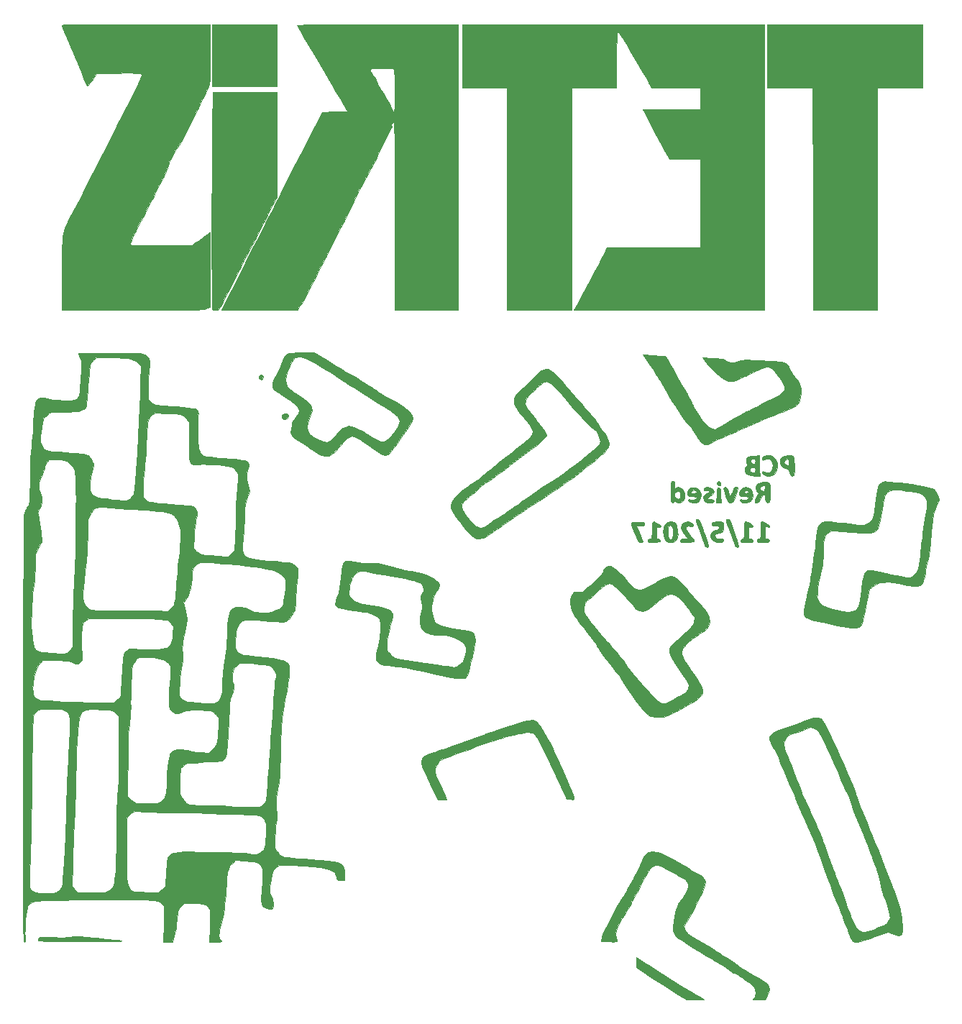
<source format=gbr>
G04 #@! TF.FileFunction,Legend,Bot*
%FSLAX46Y46*%
G04 Gerber Fmt 4.6, Leading zero omitted, Abs format (unit mm)*
G04 Created by KiCad (PCBNEW 4.0.6) date 11/05/17 12:45:19*
%MOMM*%
%LPD*%
G01*
G04 APERTURE LIST*
%ADD10C,0.100000*%
%ADD11C,0.010000*%
G04 APERTURE END LIST*
D10*
D11*
G36*
X168091328Y-116955461D02*
X167733225Y-117229223D01*
X167440025Y-117684585D01*
X167275259Y-118086191D01*
X167041406Y-118689108D01*
X166770821Y-119247472D01*
X166420433Y-119847546D01*
X166302852Y-120033703D01*
X166057545Y-120447574D01*
X165814942Y-120904896D01*
X165688857Y-121170504D01*
X165490566Y-121563277D01*
X165229048Y-122009294D01*
X165002475Y-122351800D01*
X164718087Y-122782475D01*
X164426727Y-123272430D01*
X164239543Y-123621800D01*
X164058103Y-123975351D01*
X163810298Y-124443881D01*
X163529320Y-124965226D01*
X163259870Y-125456469D01*
X162916395Y-126109448D01*
X162694858Y-126609565D01*
X162592133Y-126964111D01*
X162584625Y-127031269D01*
X162560000Y-127431800D01*
X163512197Y-127461176D01*
X163954567Y-127472034D01*
X164228221Y-127467405D01*
X164367420Y-127441295D01*
X164406424Y-127387708D01*
X164383176Y-127308776D01*
X164289894Y-126965066D01*
X164257652Y-126547996D01*
X164287510Y-126149769D01*
X164366815Y-125886575D01*
X164658804Y-125340922D01*
X164943804Y-124823259D01*
X165202201Y-124367895D01*
X165414376Y-124009138D01*
X165560716Y-123781296D01*
X165598871Y-123731719D01*
X165710119Y-123568276D01*
X165877808Y-123276956D01*
X166070503Y-122913097D01*
X166123037Y-122809000D01*
X166333229Y-122399348D01*
X166541608Y-122012211D01*
X166708267Y-121721414D01*
X166729885Y-121686383D01*
X166901377Y-121380984D01*
X167091407Y-120995637D01*
X167191187Y-120771983D01*
X167450540Y-120218470D01*
X167743881Y-119686920D01*
X168044455Y-119218911D01*
X168325502Y-118856019D01*
X168560264Y-118639824D01*
X168565485Y-118636549D01*
X168885799Y-118486082D01*
X169198957Y-118460115D01*
X169556665Y-118564318D01*
X169991366Y-118792905D01*
X170353246Y-118998425D01*
X170820054Y-119251080D01*
X171313991Y-119509116D01*
X171530406Y-119618884D01*
X172053082Y-119900746D01*
X172410513Y-120150972D01*
X172630641Y-120400921D01*
X172741410Y-120681952D01*
X172770800Y-121010929D01*
X172700443Y-121360851D01*
X172525698Y-121701775D01*
X172143141Y-122240552D01*
X171849260Y-122666456D01*
X171628152Y-123020085D01*
X171463915Y-123342037D01*
X171340646Y-123672910D01*
X171242441Y-124053301D01*
X171153398Y-124523810D01*
X171057613Y-125125033D01*
X170976191Y-125657433D01*
X170986346Y-126120731D01*
X171172869Y-126550252D01*
X171546058Y-126964300D01*
X171842876Y-127197991D01*
X172349078Y-127545907D01*
X172969776Y-127950700D01*
X173653263Y-128380585D01*
X174347831Y-128803775D01*
X175001773Y-129188484D01*
X175563381Y-129502926D01*
X175768000Y-129610874D01*
X176521856Y-130021575D01*
X177107731Y-130395590D01*
X177553377Y-130750815D01*
X177593535Y-130788101D01*
X177842886Y-130992835D01*
X178059668Y-131119817D01*
X178138791Y-131140200D01*
X178309837Y-131196348D01*
X178577233Y-131341886D01*
X178817357Y-131499870D01*
X179176876Y-131755192D01*
X179600377Y-132056088D01*
X179933600Y-132292935D01*
X180308618Y-132587203D01*
X180544035Y-132850109D01*
X180685772Y-133133179D01*
X180687958Y-133139376D01*
X180770829Y-133418547D01*
X180764138Y-133618695D01*
X180657834Y-133847793D01*
X180615185Y-133921111D01*
X180397653Y-134289800D01*
X181795025Y-134289800D01*
X182058113Y-133761851D01*
X182233466Y-133357607D01*
X182305495Y-133020056D01*
X182259578Y-132724621D01*
X182081096Y-132446723D01*
X181755427Y-132161786D01*
X181267953Y-131845233D01*
X180740267Y-131546487D01*
X180288312Y-131300538D01*
X179897267Y-131089668D01*
X179603317Y-130933248D01*
X179442650Y-130850650D01*
X179427995Y-130843985D01*
X179300842Y-130766381D01*
X179059633Y-130599752D01*
X178752485Y-130377507D01*
X178696348Y-130335985D01*
X178337847Y-130073758D01*
X177993884Y-129828529D01*
X177737158Y-129652107D01*
X177731148Y-129648145D01*
X177494655Y-129491493D01*
X177149006Y-129261232D01*
X176753726Y-128997048D01*
X176580800Y-128881213D01*
X175982769Y-128487884D01*
X175403403Y-128124827D01*
X174785534Y-127757635D01*
X174071994Y-127351901D01*
X173653536Y-127119440D01*
X173216452Y-126870315D01*
X172919172Y-126674535D01*
X172719057Y-126495974D01*
X172573469Y-126298505D01*
X172478033Y-126123471D01*
X172236066Y-125643060D01*
X172538205Y-125216630D01*
X172711907Y-124944360D01*
X172939834Y-124549541D01*
X173187874Y-124092620D01*
X173352179Y-123774200D01*
X173615194Y-123255448D01*
X173898019Y-122702993D01*
X174157108Y-122201692D01*
X174271737Y-121982283D01*
X174578837Y-121336952D01*
X174745324Y-120817016D01*
X174767931Y-120398117D01*
X174643388Y-120055893D01*
X174368429Y-119765985D01*
X173939784Y-119504033D01*
X173939200Y-119503738D01*
X173564282Y-119298496D01*
X173107098Y-119025532D01*
X172650887Y-118735016D01*
X172532001Y-118655560D01*
X171952405Y-118285666D01*
X171317091Y-117918176D01*
X170669979Y-117575244D01*
X170054991Y-117279024D01*
X169516048Y-117051672D01*
X169097070Y-116915341D01*
X169069143Y-116908827D01*
X168531059Y-116852321D01*
X168091328Y-116955461D01*
X168091328Y-116955461D01*
G37*
X168091328Y-116955461D02*
X167733225Y-117229223D01*
X167440025Y-117684585D01*
X167275259Y-118086191D01*
X167041406Y-118689108D01*
X166770821Y-119247472D01*
X166420433Y-119847546D01*
X166302852Y-120033703D01*
X166057545Y-120447574D01*
X165814942Y-120904896D01*
X165688857Y-121170504D01*
X165490566Y-121563277D01*
X165229048Y-122009294D01*
X165002475Y-122351800D01*
X164718087Y-122782475D01*
X164426727Y-123272430D01*
X164239543Y-123621800D01*
X164058103Y-123975351D01*
X163810298Y-124443881D01*
X163529320Y-124965226D01*
X163259870Y-125456469D01*
X162916395Y-126109448D01*
X162694858Y-126609565D01*
X162592133Y-126964111D01*
X162584625Y-127031269D01*
X162560000Y-127431800D01*
X163512197Y-127461176D01*
X163954567Y-127472034D01*
X164228221Y-127467405D01*
X164367420Y-127441295D01*
X164406424Y-127387708D01*
X164383176Y-127308776D01*
X164289894Y-126965066D01*
X164257652Y-126547996D01*
X164287510Y-126149769D01*
X164366815Y-125886575D01*
X164658804Y-125340922D01*
X164943804Y-124823259D01*
X165202201Y-124367895D01*
X165414376Y-124009138D01*
X165560716Y-123781296D01*
X165598871Y-123731719D01*
X165710119Y-123568276D01*
X165877808Y-123276956D01*
X166070503Y-122913097D01*
X166123037Y-122809000D01*
X166333229Y-122399348D01*
X166541608Y-122012211D01*
X166708267Y-121721414D01*
X166729885Y-121686383D01*
X166901377Y-121380984D01*
X167091407Y-120995637D01*
X167191187Y-120771983D01*
X167450540Y-120218470D01*
X167743881Y-119686920D01*
X168044455Y-119218911D01*
X168325502Y-118856019D01*
X168560264Y-118639824D01*
X168565485Y-118636549D01*
X168885799Y-118486082D01*
X169198957Y-118460115D01*
X169556665Y-118564318D01*
X169991366Y-118792905D01*
X170353246Y-118998425D01*
X170820054Y-119251080D01*
X171313991Y-119509116D01*
X171530406Y-119618884D01*
X172053082Y-119900746D01*
X172410513Y-120150972D01*
X172630641Y-120400921D01*
X172741410Y-120681952D01*
X172770800Y-121010929D01*
X172700443Y-121360851D01*
X172525698Y-121701775D01*
X172143141Y-122240552D01*
X171849260Y-122666456D01*
X171628152Y-123020085D01*
X171463915Y-123342037D01*
X171340646Y-123672910D01*
X171242441Y-124053301D01*
X171153398Y-124523810D01*
X171057613Y-125125033D01*
X170976191Y-125657433D01*
X170986346Y-126120731D01*
X171172869Y-126550252D01*
X171546058Y-126964300D01*
X171842876Y-127197991D01*
X172349078Y-127545907D01*
X172969776Y-127950700D01*
X173653263Y-128380585D01*
X174347831Y-128803775D01*
X175001773Y-129188484D01*
X175563381Y-129502926D01*
X175768000Y-129610874D01*
X176521856Y-130021575D01*
X177107731Y-130395590D01*
X177553377Y-130750815D01*
X177593535Y-130788101D01*
X177842886Y-130992835D01*
X178059668Y-131119817D01*
X178138791Y-131140200D01*
X178309837Y-131196348D01*
X178577233Y-131341886D01*
X178817357Y-131499870D01*
X179176876Y-131755192D01*
X179600377Y-132056088D01*
X179933600Y-132292935D01*
X180308618Y-132587203D01*
X180544035Y-132850109D01*
X180685772Y-133133179D01*
X180687958Y-133139376D01*
X180770829Y-133418547D01*
X180764138Y-133618695D01*
X180657834Y-133847793D01*
X180615185Y-133921111D01*
X180397653Y-134289800D01*
X181795025Y-134289800D01*
X182058113Y-133761851D01*
X182233466Y-133357607D01*
X182305495Y-133020056D01*
X182259578Y-132724621D01*
X182081096Y-132446723D01*
X181755427Y-132161786D01*
X181267953Y-131845233D01*
X180740267Y-131546487D01*
X180288312Y-131300538D01*
X179897267Y-131089668D01*
X179603317Y-130933248D01*
X179442650Y-130850650D01*
X179427995Y-130843985D01*
X179300842Y-130766381D01*
X179059633Y-130599752D01*
X178752485Y-130377507D01*
X178696348Y-130335985D01*
X178337847Y-130073758D01*
X177993884Y-129828529D01*
X177737158Y-129652107D01*
X177731148Y-129648145D01*
X177494655Y-129491493D01*
X177149006Y-129261232D01*
X176753726Y-128997048D01*
X176580800Y-128881213D01*
X175982769Y-128487884D01*
X175403403Y-128124827D01*
X174785534Y-127757635D01*
X174071994Y-127351901D01*
X173653536Y-127119440D01*
X173216452Y-126870315D01*
X172919172Y-126674535D01*
X172719057Y-126495974D01*
X172573469Y-126298505D01*
X172478033Y-126123471D01*
X172236066Y-125643060D01*
X172538205Y-125216630D01*
X172711907Y-124944360D01*
X172939834Y-124549541D01*
X173187874Y-124092620D01*
X173352179Y-123774200D01*
X173615194Y-123255448D01*
X173898019Y-122702993D01*
X174157108Y-122201692D01*
X174271737Y-121982283D01*
X174578837Y-121336952D01*
X174745324Y-120817016D01*
X174767931Y-120398117D01*
X174643388Y-120055893D01*
X174368429Y-119765985D01*
X173939784Y-119504033D01*
X173939200Y-119503738D01*
X173564282Y-119298496D01*
X173107098Y-119025532D01*
X172650887Y-118735016D01*
X172532001Y-118655560D01*
X171952405Y-118285666D01*
X171317091Y-117918176D01*
X170669979Y-117575244D01*
X170054991Y-117279024D01*
X169516048Y-117051672D01*
X169097070Y-116915341D01*
X169069143Y-116908827D01*
X168531059Y-116852321D01*
X168091328Y-116955461D01*
G36*
X166674800Y-130504040D02*
X167513000Y-131082153D01*
X168621238Y-131827021D01*
X169862869Y-132626518D01*
X171187606Y-133448373D01*
X171429205Y-133595103D01*
X172576809Y-134289800D01*
X173588205Y-134289800D01*
X174013656Y-134285722D01*
X174350845Y-134274730D01*
X174556662Y-134258686D01*
X174599600Y-134246116D01*
X174516602Y-134181618D01*
X174294656Y-134046191D01*
X173974337Y-133864102D01*
X173812200Y-133775189D01*
X173250854Y-133459188D01*
X172549970Y-133044379D01*
X171704447Y-132527592D01*
X170709184Y-131905660D01*
X169559081Y-131175416D01*
X168249038Y-130333692D01*
X167716200Y-129989114D01*
X166674800Y-129314599D01*
X166674800Y-130504040D01*
X166674800Y-130504040D01*
G37*
X166674800Y-130504040D02*
X167513000Y-131082153D01*
X168621238Y-131827021D01*
X169862869Y-132626518D01*
X171187606Y-133448373D01*
X171429205Y-133595103D01*
X172576809Y-134289800D01*
X173588205Y-134289800D01*
X174013656Y-134285722D01*
X174350845Y-134274730D01*
X174556662Y-134258686D01*
X174599600Y-134246116D01*
X174516602Y-134181618D01*
X174294656Y-134046191D01*
X173974337Y-133864102D01*
X173812200Y-133775189D01*
X173250854Y-133459188D01*
X172549970Y-133044379D01*
X171704447Y-132527592D01*
X170709184Y-131905660D01*
X169559081Y-131175416D01*
X168249038Y-130333692D01*
X167716200Y-129989114D01*
X166674800Y-129314599D01*
X166674800Y-130504040D01*
G36*
X187588563Y-101089348D02*
X186998008Y-101244832D01*
X186300072Y-101521385D01*
X185729441Y-101757732D01*
X185070506Y-102005327D01*
X184431616Y-102224249D01*
X184178770Y-102302997D01*
X183454725Y-102544600D01*
X182922380Y-102782254D01*
X182570496Y-103022345D01*
X182387835Y-103271259D01*
X182368240Y-103331768D01*
X182371765Y-103632417D01*
X182483827Y-104023893D01*
X182680667Y-104442785D01*
X182918706Y-104801022D01*
X183119878Y-105115506D01*
X183316454Y-105519295D01*
X183420027Y-105791000D01*
X183638644Y-106405286D01*
X183928858Y-107143359D01*
X184267630Y-107949190D01*
X184631922Y-108766748D01*
X184735950Y-108991400D01*
X184958005Y-109486652D01*
X185183189Y-110021653D01*
X185369742Y-110496517D01*
X185401888Y-110584207D01*
X185577643Y-111032161D01*
X185805781Y-111559020D01*
X186042590Y-112064647D01*
X186088774Y-112157654D01*
X186336634Y-112675494D01*
X186598975Y-113262915D01*
X186824029Y-113803500D01*
X186848849Y-113866847D01*
X187047852Y-114365015D01*
X187268166Y-114893887D01*
X187467377Y-115351993D01*
X187497494Y-115418610D01*
X187739951Y-115984284D01*
X188032154Y-116723978D01*
X188366360Y-117616812D01*
X188734824Y-118641908D01*
X189129800Y-119778388D01*
X189296695Y-120269000D01*
X189502131Y-120861628D01*
X189706941Y-121426084D01*
X189894164Y-121917454D01*
X190046834Y-122290824D01*
X190121750Y-122453400D01*
X190255113Y-122743279D01*
X190433879Y-123170090D01*
X190635868Y-123679133D01*
X190838898Y-124215706D01*
X190863323Y-124282200D01*
X191185528Y-125157752D01*
X191447843Y-125858783D01*
X191657264Y-126402648D01*
X191820784Y-126806703D01*
X191945396Y-127088303D01*
X192038097Y-127264804D01*
X192098145Y-127346287D01*
X192249497Y-127457333D01*
X192445362Y-127512187D01*
X192711778Y-127506747D01*
X193074783Y-127436911D01*
X193560417Y-127298579D01*
X194194717Y-127087648D01*
X194564000Y-126957856D01*
X196291200Y-126343687D01*
X196748400Y-126516298D01*
X197240675Y-126688621D01*
X197583114Y-126757621D01*
X197801803Y-126703600D01*
X197922824Y-126506860D01*
X197972262Y-126147705D01*
X197976200Y-125606437D01*
X197975923Y-125589323D01*
X197944102Y-124907902D01*
X197905069Y-124595472D01*
X196543995Y-124595472D01*
X196480747Y-124794180D01*
X196318912Y-125057638D01*
X196215000Y-125188550D01*
X196030685Y-125374257D01*
X195808472Y-125530941D01*
X195503903Y-125682329D01*
X195072516Y-125852151D01*
X194767200Y-125961269D01*
X194305258Y-126117560D01*
X193898102Y-126245322D01*
X193592798Y-126330409D01*
X193444585Y-126358791D01*
X193234311Y-126307459D01*
X192960341Y-126171799D01*
X192876942Y-126118587D01*
X192718990Y-125987673D01*
X192565868Y-125803097D01*
X192407676Y-125543467D01*
X192234512Y-125187389D01*
X192036475Y-124713469D01*
X191803663Y-124100313D01*
X191526175Y-123326527D01*
X191346230Y-122811186D01*
X191151093Y-122261394D01*
X190960296Y-121746585D01*
X190791600Y-121313146D01*
X190662768Y-121007462D01*
X190626496Y-120931586D01*
X190507653Y-120666764D01*
X190348899Y-120267655D01*
X190173009Y-119793259D01*
X190037372Y-119405400D01*
X189827163Y-118809598D01*
X189576084Y-118132421D01*
X189323606Y-117479136D01*
X189199286Y-117170200D01*
X189003540Y-116679285D01*
X188825851Y-116208801D01*
X188687907Y-115817622D01*
X188619150Y-115595400D01*
X188510562Y-115258711D01*
X188349201Y-114838340D01*
X188193524Y-114477800D01*
X188040241Y-114138193D01*
X187831943Y-113667543D01*
X187593189Y-113121778D01*
X187348543Y-112556823D01*
X187285653Y-112410553D01*
X187063026Y-111899060D01*
X186857477Y-111439896D01*
X186687060Y-111072447D01*
X186569828Y-110836101D01*
X186540504Y-110784953D01*
X186438687Y-110584947D01*
X186275343Y-110208922D01*
X186056689Y-109672438D01*
X185788937Y-108991052D01*
X185478304Y-108180323D01*
X185134128Y-107264200D01*
X184938389Y-106753960D01*
X184725277Y-106222557D01*
X184530752Y-105758948D01*
X184467927Y-105616250D01*
X184233751Y-105073726D01*
X184087721Y-104668009D01*
X184022238Y-104356672D01*
X184029708Y-104097290D01*
X184102533Y-103847437D01*
X184136704Y-103766383D01*
X184311872Y-103428624D01*
X184510846Y-103216577D01*
X184804181Y-103068351D01*
X185013600Y-102997153D01*
X185293882Y-102901469D01*
X185692868Y-102755973D01*
X186140620Y-102586381D01*
X186314765Y-102518712D01*
X187209530Y-102168198D01*
X187686365Y-102404799D01*
X187899373Y-102520739D01*
X188066733Y-102650499D01*
X188218482Y-102832946D01*
X188384660Y-103106948D01*
X188595305Y-103511372D01*
X188693687Y-103708200D01*
X189055664Y-104459940D01*
X189466424Y-105353924D01*
X189904487Y-106341733D01*
X190348371Y-107374945D01*
X190767066Y-108381800D01*
X190963885Y-108850299D01*
X191163401Y-109302981D01*
X191334848Y-109670906D01*
X191401828Y-109804200D01*
X191538204Y-110101785D01*
X191706915Y-110525462D01*
X191881470Y-111006822D01*
X191972328Y-111277400D01*
X192172346Y-111851926D01*
X192416533Y-112493815D01*
X192661526Y-113090470D01*
X192735318Y-113258600D01*
X192949268Y-113747119D01*
X193190751Y-114317539D01*
X193445605Y-114934320D01*
X193699669Y-115561924D01*
X193938784Y-116164812D01*
X194148789Y-116707444D01*
X194315522Y-117154284D01*
X194424824Y-117469791D01*
X194455847Y-117576600D01*
X194533516Y-117822862D01*
X194667367Y-118177718D01*
X194828695Y-118565142D01*
X194831722Y-118572056D01*
X194982194Y-118971677D01*
X195143855Y-119492148D01*
X195293254Y-120054093D01*
X195372023Y-120400856D01*
X195507143Y-120984325D01*
X195674162Y-121613169D01*
X195846709Y-122191198D01*
X195934696Y-122453400D01*
X196202860Y-123237125D01*
X196395741Y-123866420D01*
X196510321Y-124330680D01*
X196543995Y-124595472D01*
X197905069Y-124595472D01*
X197864382Y-124269814D01*
X197724561Y-123612756D01*
X197512439Y-122874426D01*
X197343981Y-122362371D01*
X197237241Y-122065787D01*
X197064208Y-121605713D01*
X196834678Y-121006876D01*
X196558452Y-120294005D01*
X196245327Y-119491827D01*
X195905102Y-118625071D01*
X195547575Y-117718465D01*
X195182545Y-116796736D01*
X194819810Y-115884613D01*
X194469169Y-115006824D01*
X194140421Y-114188096D01*
X193843363Y-113453158D01*
X193587795Y-112826738D01*
X193383514Y-112333564D01*
X193240320Y-111998364D01*
X193213241Y-111937800D01*
X193041532Y-111533111D01*
X192842544Y-111023318D01*
X192650421Y-110497007D01*
X192586686Y-110312200D01*
X192381521Y-109737780D01*
X192122546Y-109064129D01*
X191819701Y-108313061D01*
X191482924Y-107506387D01*
X191122154Y-106665921D01*
X190747332Y-105813474D01*
X190368397Y-104970859D01*
X189995287Y-104159890D01*
X189637944Y-103402377D01*
X189306305Y-102720135D01*
X189010310Y-102134975D01*
X188759899Y-101668710D01*
X188565012Y-101343153D01*
X188435586Y-101180116D01*
X188420910Y-101170185D01*
X188057865Y-101065293D01*
X187588563Y-101089348D01*
X187588563Y-101089348D01*
G37*
X187588563Y-101089348D02*
X186998008Y-101244832D01*
X186300072Y-101521385D01*
X185729441Y-101757732D01*
X185070506Y-102005327D01*
X184431616Y-102224249D01*
X184178770Y-102302997D01*
X183454725Y-102544600D01*
X182922380Y-102782254D01*
X182570496Y-103022345D01*
X182387835Y-103271259D01*
X182368240Y-103331768D01*
X182371765Y-103632417D01*
X182483827Y-104023893D01*
X182680667Y-104442785D01*
X182918706Y-104801022D01*
X183119878Y-105115506D01*
X183316454Y-105519295D01*
X183420027Y-105791000D01*
X183638644Y-106405286D01*
X183928858Y-107143359D01*
X184267630Y-107949190D01*
X184631922Y-108766748D01*
X184735950Y-108991400D01*
X184958005Y-109486652D01*
X185183189Y-110021653D01*
X185369742Y-110496517D01*
X185401888Y-110584207D01*
X185577643Y-111032161D01*
X185805781Y-111559020D01*
X186042590Y-112064647D01*
X186088774Y-112157654D01*
X186336634Y-112675494D01*
X186598975Y-113262915D01*
X186824029Y-113803500D01*
X186848849Y-113866847D01*
X187047852Y-114365015D01*
X187268166Y-114893887D01*
X187467377Y-115351993D01*
X187497494Y-115418610D01*
X187739951Y-115984284D01*
X188032154Y-116723978D01*
X188366360Y-117616812D01*
X188734824Y-118641908D01*
X189129800Y-119778388D01*
X189296695Y-120269000D01*
X189502131Y-120861628D01*
X189706941Y-121426084D01*
X189894164Y-121917454D01*
X190046834Y-122290824D01*
X190121750Y-122453400D01*
X190255113Y-122743279D01*
X190433879Y-123170090D01*
X190635868Y-123679133D01*
X190838898Y-124215706D01*
X190863323Y-124282200D01*
X191185528Y-125157752D01*
X191447843Y-125858783D01*
X191657264Y-126402648D01*
X191820784Y-126806703D01*
X191945396Y-127088303D01*
X192038097Y-127264804D01*
X192098145Y-127346287D01*
X192249497Y-127457333D01*
X192445362Y-127512187D01*
X192711778Y-127506747D01*
X193074783Y-127436911D01*
X193560417Y-127298579D01*
X194194717Y-127087648D01*
X194564000Y-126957856D01*
X196291200Y-126343687D01*
X196748400Y-126516298D01*
X197240675Y-126688621D01*
X197583114Y-126757621D01*
X197801803Y-126703600D01*
X197922824Y-126506860D01*
X197972262Y-126147705D01*
X197976200Y-125606437D01*
X197975923Y-125589323D01*
X197944102Y-124907902D01*
X197905069Y-124595472D01*
X196543995Y-124595472D01*
X196480747Y-124794180D01*
X196318912Y-125057638D01*
X196215000Y-125188550D01*
X196030685Y-125374257D01*
X195808472Y-125530941D01*
X195503903Y-125682329D01*
X195072516Y-125852151D01*
X194767200Y-125961269D01*
X194305258Y-126117560D01*
X193898102Y-126245322D01*
X193592798Y-126330409D01*
X193444585Y-126358791D01*
X193234311Y-126307459D01*
X192960341Y-126171799D01*
X192876942Y-126118587D01*
X192718990Y-125987673D01*
X192565868Y-125803097D01*
X192407676Y-125543467D01*
X192234512Y-125187389D01*
X192036475Y-124713469D01*
X191803663Y-124100313D01*
X191526175Y-123326527D01*
X191346230Y-122811186D01*
X191151093Y-122261394D01*
X190960296Y-121746585D01*
X190791600Y-121313146D01*
X190662768Y-121007462D01*
X190626496Y-120931586D01*
X190507653Y-120666764D01*
X190348899Y-120267655D01*
X190173009Y-119793259D01*
X190037372Y-119405400D01*
X189827163Y-118809598D01*
X189576084Y-118132421D01*
X189323606Y-117479136D01*
X189199286Y-117170200D01*
X189003540Y-116679285D01*
X188825851Y-116208801D01*
X188687907Y-115817622D01*
X188619150Y-115595400D01*
X188510562Y-115258711D01*
X188349201Y-114838340D01*
X188193524Y-114477800D01*
X188040241Y-114138193D01*
X187831943Y-113667543D01*
X187593189Y-113121778D01*
X187348543Y-112556823D01*
X187285653Y-112410553D01*
X187063026Y-111899060D01*
X186857477Y-111439896D01*
X186687060Y-111072447D01*
X186569828Y-110836101D01*
X186540504Y-110784953D01*
X186438687Y-110584947D01*
X186275343Y-110208922D01*
X186056689Y-109672438D01*
X185788937Y-108991052D01*
X185478304Y-108180323D01*
X185134128Y-107264200D01*
X184938389Y-106753960D01*
X184725277Y-106222557D01*
X184530752Y-105758948D01*
X184467927Y-105616250D01*
X184233751Y-105073726D01*
X184087721Y-104668009D01*
X184022238Y-104356672D01*
X184029708Y-104097290D01*
X184102533Y-103847437D01*
X184136704Y-103766383D01*
X184311872Y-103428624D01*
X184510846Y-103216577D01*
X184804181Y-103068351D01*
X185013600Y-102997153D01*
X185293882Y-102901469D01*
X185692868Y-102755973D01*
X186140620Y-102586381D01*
X186314765Y-102518712D01*
X187209530Y-102168198D01*
X187686365Y-102404799D01*
X187899373Y-102520739D01*
X188066733Y-102650499D01*
X188218482Y-102832946D01*
X188384660Y-103106948D01*
X188595305Y-103511372D01*
X188693687Y-103708200D01*
X189055664Y-104459940D01*
X189466424Y-105353924D01*
X189904487Y-106341733D01*
X190348371Y-107374945D01*
X190767066Y-108381800D01*
X190963885Y-108850299D01*
X191163401Y-109302981D01*
X191334848Y-109670906D01*
X191401828Y-109804200D01*
X191538204Y-110101785D01*
X191706915Y-110525462D01*
X191881470Y-111006822D01*
X191972328Y-111277400D01*
X192172346Y-111851926D01*
X192416533Y-112493815D01*
X192661526Y-113090470D01*
X192735318Y-113258600D01*
X192949268Y-113747119D01*
X193190751Y-114317539D01*
X193445605Y-114934320D01*
X193699669Y-115561924D01*
X193938784Y-116164812D01*
X194148789Y-116707444D01*
X194315522Y-117154284D01*
X194424824Y-117469791D01*
X194455847Y-117576600D01*
X194533516Y-117822862D01*
X194667367Y-118177718D01*
X194828695Y-118565142D01*
X194831722Y-118572056D01*
X194982194Y-118971677D01*
X195143855Y-119492148D01*
X195293254Y-120054093D01*
X195372023Y-120400856D01*
X195507143Y-120984325D01*
X195674162Y-121613169D01*
X195846709Y-122191198D01*
X195934696Y-122453400D01*
X196202860Y-123237125D01*
X196395741Y-123866420D01*
X196510321Y-124330680D01*
X196543995Y-124595472D01*
X197905069Y-124595472D01*
X197864382Y-124269814D01*
X197724561Y-123612756D01*
X197512439Y-122874426D01*
X197343981Y-122362371D01*
X197237241Y-122065787D01*
X197064208Y-121605713D01*
X196834678Y-121006876D01*
X196558452Y-120294005D01*
X196245327Y-119491827D01*
X195905102Y-118625071D01*
X195547575Y-117718465D01*
X195182545Y-116796736D01*
X194819810Y-115884613D01*
X194469169Y-115006824D01*
X194140421Y-114188096D01*
X193843363Y-113453158D01*
X193587795Y-112826738D01*
X193383514Y-112333564D01*
X193240320Y-111998364D01*
X193213241Y-111937800D01*
X193041532Y-111533111D01*
X192842544Y-111023318D01*
X192650421Y-110497007D01*
X192586686Y-110312200D01*
X192381521Y-109737780D01*
X192122546Y-109064129D01*
X191819701Y-108313061D01*
X191482924Y-107506387D01*
X191122154Y-106665921D01*
X190747332Y-105813474D01*
X190368397Y-104970859D01*
X189995287Y-104159890D01*
X189637944Y-103402377D01*
X189306305Y-102720135D01*
X189010310Y-102134975D01*
X188759899Y-101668710D01*
X188565012Y-101343153D01*
X188435586Y-101180116D01*
X188420910Y-101170185D01*
X188057865Y-101065293D01*
X187588563Y-101089348D01*
G36*
X103044325Y-58131663D02*
X102353612Y-58135699D01*
X101775365Y-58142130D01*
X101332022Y-58150701D01*
X101046019Y-58161161D01*
X100939794Y-58173257D01*
X100939600Y-58173819D01*
X100980146Y-58290580D01*
X101082584Y-58521828D01*
X101141116Y-58645119D01*
X101229240Y-58842304D01*
X101292274Y-59037418D01*
X101331281Y-59261872D01*
X101347330Y-59547080D01*
X101341487Y-59924454D01*
X101314818Y-60425406D01*
X101268390Y-61081349D01*
X101237523Y-61484699D01*
X101180323Y-62213493D01*
X101122493Y-62764764D01*
X101042673Y-63163129D01*
X100919505Y-63433206D01*
X100731630Y-63599610D01*
X100457689Y-63686960D01*
X100076324Y-63719872D01*
X99566175Y-63722963D01*
X99297025Y-63721228D01*
X98564718Y-63704801D01*
X97991801Y-63661826D01*
X97535714Y-63588275D01*
X97322759Y-63534349D01*
X96837157Y-63418467D01*
X96471238Y-63403560D01*
X96204383Y-63508727D01*
X96015971Y-63753067D01*
X95885384Y-64155677D01*
X95792001Y-64735657D01*
X95765007Y-64977184D01*
X95715517Y-65548641D01*
X95677375Y-66169357D01*
X95656633Y-66733574D01*
X95654578Y-66907584D01*
X95634770Y-67440071D01*
X95583899Y-68056163D01*
X95512004Y-68640467D01*
X95493621Y-68757800D01*
X95434445Y-69217719D01*
X95385545Y-69823731D01*
X95346230Y-70589667D01*
X95315809Y-71529356D01*
X95293592Y-72656627D01*
X95291454Y-72804446D01*
X95277078Y-73713425D01*
X95261320Y-74438986D01*
X95243038Y-75000908D01*
X95221087Y-75418973D01*
X95194324Y-75712962D01*
X95161605Y-75902655D01*
X95121786Y-76007833D01*
X95104997Y-76029318D01*
X94980003Y-76218001D01*
X94856338Y-76498590D01*
X94837063Y-76554671D01*
X94730187Y-76818059D01*
X94621942Y-76990411D01*
X94600277Y-77009091D01*
X94587301Y-77080540D01*
X94575080Y-77280515D01*
X94563589Y-77613342D01*
X94552805Y-78083345D01*
X94542705Y-78694848D01*
X94533265Y-79452177D01*
X94524461Y-80359655D01*
X94516269Y-81421608D01*
X94508666Y-82642360D01*
X94501629Y-84026236D01*
X94495133Y-85577559D01*
X94489155Y-87300656D01*
X94483671Y-89199850D01*
X94478658Y-91279466D01*
X94474092Y-93543829D01*
X94469949Y-95997263D01*
X94466205Y-98644093D01*
X94462838Y-101488644D01*
X94461999Y-102282091D01*
X94459314Y-104971867D01*
X94457039Y-107465716D01*
X94455214Y-109770911D01*
X94453874Y-111894726D01*
X94453058Y-113844433D01*
X94452804Y-115627305D01*
X94453147Y-117250615D01*
X94454127Y-118721637D01*
X94455781Y-120047642D01*
X94458145Y-121235905D01*
X94461258Y-122293698D01*
X94465157Y-123228294D01*
X94469880Y-124046967D01*
X94475463Y-124756988D01*
X94481944Y-125365632D01*
X94489362Y-125880170D01*
X94497752Y-126307877D01*
X94507154Y-126656024D01*
X94517604Y-126931886D01*
X94529139Y-127142734D01*
X94541798Y-127295843D01*
X94555617Y-127398484D01*
X94570634Y-127457931D01*
X94586887Y-127481457D01*
X94591829Y-127482600D01*
X94675124Y-127451122D01*
X94710303Y-127328380D01*
X94703456Y-127071906D01*
X94682878Y-126847600D01*
X94664795Y-126459545D01*
X94672435Y-125960838D01*
X94701594Y-125398448D01*
X94748063Y-124819346D01*
X94807638Y-124270499D01*
X94876111Y-123798878D01*
X94949277Y-123451451D01*
X94999693Y-123309858D01*
X95186928Y-123066708D01*
X95450275Y-122847152D01*
X95476137Y-122830980D01*
X95568815Y-122781232D01*
X95680132Y-122739755D01*
X95829752Y-122705356D01*
X96037338Y-122676842D01*
X96322552Y-122653019D01*
X96705059Y-122632694D01*
X97204520Y-122614673D01*
X97840600Y-122597763D01*
X98632961Y-122580770D01*
X99601267Y-122562502D01*
X100025200Y-122554874D01*
X101505398Y-122529412D01*
X102801657Y-122509380D01*
X103933166Y-122494770D01*
X104919115Y-122485574D01*
X105778692Y-122481785D01*
X106531087Y-122483394D01*
X107195487Y-122490393D01*
X107791083Y-122502775D01*
X108337062Y-122520531D01*
X108852614Y-122543654D01*
X108995431Y-122551159D01*
X109553718Y-122582611D01*
X109948522Y-122612298D01*
X110219267Y-122649358D01*
X110405376Y-122702929D01*
X110546274Y-122782146D01*
X110681385Y-122896148D01*
X110746257Y-122956947D01*
X111096051Y-123286845D01*
X111034070Y-125384722D01*
X110972089Y-127482600D01*
X112106393Y-127482600D01*
X112164959Y-127101600D01*
X112228989Y-126776401D01*
X112326078Y-126377147D01*
X112381595Y-126175652D01*
X112459984Y-125820332D01*
X112531839Y-125345864D01*
X112585188Y-124836224D01*
X112597507Y-124661177D01*
X112627297Y-124209280D01*
X112663463Y-123906775D01*
X112723642Y-123700164D01*
X112825469Y-123535953D01*
X112986580Y-123360644D01*
X113045875Y-123301125D01*
X113436400Y-122910600D01*
X114455664Y-122910600D01*
X115124619Y-122932845D01*
X115625058Y-123005444D01*
X115987371Y-123137191D01*
X116241945Y-123336883D01*
X116330789Y-123453292D01*
X116407357Y-123587881D01*
X116461793Y-123742727D01*
X116495527Y-123947870D01*
X116509990Y-124233347D01*
X116506612Y-124629198D01*
X116486823Y-125165462D01*
X116452053Y-125872178D01*
X116448865Y-125933200D01*
X116367711Y-127482600D01*
X117162656Y-127479219D01*
X117557934Y-127475741D01*
X117779831Y-127462675D01*
X117858166Y-127429805D01*
X117822756Y-127366911D01*
X117729000Y-127285134D01*
X117567307Y-127062816D01*
X117507111Y-126735150D01*
X117548145Y-126279171D01*
X117690146Y-125671914D01*
X117709599Y-125603000D01*
X117829570Y-125140375D01*
X117954576Y-124590112D01*
X118059014Y-124065452D01*
X118065674Y-124028200D01*
X118125033Y-123634539D01*
X118188966Y-123114318D01*
X118253100Y-122515677D01*
X118313062Y-121886754D01*
X118364479Y-121275689D01*
X118402978Y-120730621D01*
X118424186Y-120299690D01*
X118425627Y-120065800D01*
X118439704Y-119825589D01*
X118486347Y-119478303D01*
X118530987Y-119226709D01*
X118632294Y-118837566D01*
X118784329Y-118555952D01*
X119039614Y-118286203D01*
X119054989Y-118272252D01*
X119463833Y-117902886D01*
X120596609Y-117963593D01*
X121216195Y-118005206D01*
X121669025Y-118061134D01*
X121991526Y-118142975D01*
X122220126Y-118262328D01*
X122391251Y-118430792D01*
X122484258Y-118564667D01*
X122574759Y-118728817D01*
X122631438Y-118904246D01*
X122659095Y-119136688D01*
X122662531Y-119471875D01*
X122646544Y-119955539D01*
X122641803Y-120065800D01*
X122613259Y-120643568D01*
X122577963Y-121251034D01*
X122541310Y-121799195D01*
X122520421Y-122068443D01*
X122498409Y-122615491D01*
X122550069Y-123002473D01*
X122690789Y-123263984D01*
X122935957Y-123434621D01*
X123163640Y-123514592D01*
X123536633Y-123607360D01*
X123756692Y-123612192D01*
X123863960Y-123504491D01*
X123898581Y-123259656D01*
X123901200Y-123062631D01*
X123831104Y-122472582D01*
X123698000Y-122124336D01*
X123590406Y-121894914D01*
X123527595Y-121664312D01*
X123509417Y-121391174D01*
X123535724Y-121034143D01*
X123606367Y-120551866D01*
X123690624Y-120070567D01*
X123782814Y-119586887D01*
X123862712Y-119257419D01*
X123948677Y-119035498D01*
X124059067Y-118874461D01*
X124212240Y-118727645D01*
X124222353Y-118718986D01*
X124561600Y-118429437D01*
X126136400Y-118493097D01*
X127438235Y-118559191D01*
X128539859Y-118644281D01*
X129443402Y-118748678D01*
X130150994Y-118872695D01*
X130664762Y-119016644D01*
X130986837Y-119180837D01*
X131020969Y-119209230D01*
X131172592Y-119422197D01*
X131304368Y-119730484D01*
X131333303Y-119830479D01*
X131411835Y-120101251D01*
X131511583Y-120228563D01*
X131701138Y-120266555D01*
X131888862Y-120269000D01*
X132334000Y-120269000D01*
X132333621Y-119583200D01*
X132312735Y-119133117D01*
X132237135Y-118772128D01*
X132086579Y-118488943D01*
X131840827Y-118272271D01*
X131479638Y-118110824D01*
X130982771Y-117993311D01*
X130329983Y-117908442D01*
X129501035Y-117844928D01*
X129184400Y-117826678D01*
X128382463Y-117778892D01*
X127595238Y-117724387D01*
X126855416Y-117666052D01*
X126195685Y-117606775D01*
X125648735Y-117549446D01*
X125247255Y-117496955D01*
X125059777Y-117462133D01*
X124878322Y-117357725D01*
X124638853Y-117144840D01*
X124475577Y-116965944D01*
X124293452Y-116738861D01*
X124183841Y-116552293D01*
X124128870Y-116343119D01*
X124110667Y-116048214D01*
X124110793Y-115677649D01*
X124127758Y-115136688D01*
X124166145Y-114525799D01*
X124198596Y-114179714D01*
X123070138Y-114179714D01*
X123055451Y-114695381D01*
X123045937Y-114936437D01*
X123014241Y-115568172D01*
X122971010Y-116032918D01*
X122904112Y-116366883D01*
X122801414Y-116606277D01*
X122650785Y-116787309D01*
X122440092Y-116946189D01*
X122354345Y-117000529D01*
X122182895Y-117096592D01*
X122017653Y-117149969D01*
X121806332Y-117164393D01*
X121496645Y-117143598D01*
X121053757Y-117093426D01*
X120657346Y-117057221D01*
X120104957Y-117022959D01*
X119443809Y-116992723D01*
X118721123Y-116968592D01*
X117984121Y-116952651D01*
X117805200Y-116950213D01*
X117049264Y-116939683D01*
X116274739Y-116926184D01*
X115534754Y-116910833D01*
X114882434Y-116894748D01*
X114370906Y-116879048D01*
X114300000Y-116876431D01*
X113457658Y-116863283D01*
X112791654Y-116899110D01*
X112279853Y-116989301D01*
X111900123Y-117139245D01*
X111630330Y-117354333D01*
X111486897Y-117561495D01*
X111446339Y-117725877D01*
X111401956Y-118053008D01*
X111357979Y-118502599D01*
X111318637Y-119034357D01*
X111301581Y-119326824D01*
X111218147Y-120901785D01*
X110786631Y-121304166D01*
X110355116Y-121706548D01*
X108923958Y-121640443D01*
X108395101Y-121613566D01*
X107931829Y-121585445D01*
X107575660Y-121558939D01*
X107368110Y-121536907D01*
X107340400Y-121531422D01*
X107088607Y-121356168D01*
X106889909Y-120991839D01*
X106747456Y-120446330D01*
X106674274Y-119862600D01*
X106653537Y-119499731D01*
X106636779Y-118991612D01*
X106623975Y-118370253D01*
X106615100Y-117667667D01*
X106610127Y-116915864D01*
X106609032Y-116146857D01*
X106611790Y-115392658D01*
X106618373Y-114685277D01*
X106628758Y-114056726D01*
X106642917Y-113539018D01*
X106660827Y-113164163D01*
X106679763Y-112977367D01*
X106799421Y-112687126D01*
X107067544Y-112431207D01*
X107145353Y-112377545D01*
X107550011Y-112109755D01*
X109147006Y-112197883D01*
X109820533Y-112226994D01*
X110617161Y-112248753D01*
X111456880Y-112261698D01*
X112259676Y-112264370D01*
X112623600Y-112261377D01*
X113387408Y-112259429D01*
X114237573Y-112270489D01*
X115090825Y-112292675D01*
X115863892Y-112324106D01*
X116179600Y-112341771D01*
X116839594Y-112377769D01*
X117632536Y-112412606D01*
X118488183Y-112443691D01*
X119336288Y-112468435D01*
X120000132Y-112482572D01*
X120794332Y-112499066D01*
X121412252Y-112523235D01*
X121880812Y-112561716D01*
X122226929Y-112621149D01*
X122477521Y-112708173D01*
X122659507Y-112829428D01*
X122799804Y-112991552D01*
X122925332Y-113201185D01*
X122927114Y-113204492D01*
X122998562Y-113364263D01*
X123044406Y-113553696D01*
X123067361Y-113812332D01*
X123070138Y-114179714D01*
X124198596Y-114179714D01*
X124217691Y-113976071D01*
X124218424Y-113969800D01*
X124281221Y-113413381D01*
X124319145Y-112993617D01*
X124333804Y-112645695D01*
X124326807Y-112304802D01*
X124299761Y-111906128D01*
X124276416Y-111633000D01*
X124245862Y-111025925D01*
X124279073Y-110515854D01*
X124355688Y-110109000D01*
X124467942Y-109516307D01*
X124568726Y-108756390D01*
X124655280Y-107865035D01*
X124724844Y-106878031D01*
X124774659Y-105831166D01*
X124801964Y-104760228D01*
X124806213Y-104267000D01*
X124809642Y-103494666D01*
X124817037Y-102880969D01*
X124831785Y-102381346D01*
X124857273Y-101951234D01*
X124896886Y-101546071D01*
X124954012Y-101121294D01*
X125032038Y-100632340D01*
X125122787Y-100101400D01*
X125216546Y-99554334D01*
X125311154Y-98993189D01*
X125392773Y-98500428D01*
X125429643Y-98272600D01*
X125503611Y-97818865D01*
X125581009Y-97359881D01*
X125634683Y-97053400D01*
X125761386Y-96280319D01*
X125782471Y-96085296D01*
X124246279Y-96085296D01*
X124219759Y-96381350D01*
X124199256Y-96501550D01*
X124134316Y-96917860D01*
X124067159Y-97497303D01*
X124001237Y-98199890D01*
X123940000Y-98985634D01*
X123886898Y-99814547D01*
X123849170Y-100558600D01*
X123818865Y-101124170D01*
X123779933Y-101670236D01*
X123737232Y-102137086D01*
X123695619Y-102465006D01*
X123692690Y-102482259D01*
X123639507Y-102900394D01*
X123604905Y-103390144D01*
X123597243Y-103701459D01*
X123588608Y-104081530D01*
X123564591Y-104590586D01*
X123529126Y-105155333D01*
X123496008Y-105587800D01*
X123449334Y-106158305D01*
X123394373Y-106850435D01*
X123337473Y-107583142D01*
X123284987Y-108275377D01*
X123277065Y-108381800D01*
X123219160Y-109169116D01*
X123173333Y-109779525D01*
X123134547Y-110238597D01*
X123097765Y-110571902D01*
X123057950Y-110805013D01*
X123010065Y-110963498D01*
X122949072Y-111072928D01*
X122869935Y-111158874D01*
X122767615Y-111246907D01*
X122701444Y-111303878D01*
X122326400Y-111635157D01*
X120954800Y-111625923D01*
X120361946Y-111614920D01*
X119762280Y-111591790D01*
X119225855Y-111559925D01*
X118823418Y-111522799D01*
X118470223Y-111491818D01*
X117963994Y-111464379D01*
X117354891Y-111442362D01*
X116693072Y-111427649D01*
X116144603Y-111422347D01*
X115524173Y-111415384D01*
X114960057Y-111399993D01*
X114489193Y-111377897D01*
X114148518Y-111350820D01*
X113976852Y-111321223D01*
X113712651Y-111150684D01*
X113393717Y-110833749D01*
X113061130Y-110413317D01*
X112940322Y-110107169D01*
X112878522Y-109609319D01*
X112875667Y-108918785D01*
X112919389Y-108181458D01*
X113010451Y-107048633D01*
X113401226Y-106703330D01*
X113632351Y-106511668D01*
X113820580Y-106415218D01*
X114046841Y-106390719D01*
X114392062Y-106414912D01*
X114401600Y-106415815D01*
X114868877Y-106427157D01*
X115315115Y-106383609D01*
X115462924Y-106351620D01*
X115774540Y-106296880D01*
X116210752Y-106257410D01*
X116693156Y-106239532D01*
X116853590Y-106239494D01*
X117309916Y-106239058D01*
X117614551Y-106219937D01*
X117818793Y-106172707D01*
X117973941Y-106087943D01*
X118062111Y-106017468D01*
X118176882Y-105904212D01*
X118260883Y-105768152D01*
X118324911Y-105569699D01*
X118379759Y-105269262D01*
X118436225Y-104827251D01*
X118470912Y-104518293D01*
X118518887Y-104011891D01*
X118569302Y-103358976D01*
X118618426Y-102616142D01*
X118662531Y-101839982D01*
X118696463Y-101117400D01*
X117520230Y-101117400D01*
X117462295Y-102184200D01*
X117416913Y-102915468D01*
X117364876Y-103476955D01*
X117297563Y-103902067D01*
X117206351Y-104224213D01*
X117082620Y-104476800D01*
X116917749Y-104693238D01*
X116777756Y-104836795D01*
X116342243Y-105255236D01*
X115428571Y-105183761D01*
X114900593Y-105126629D01*
X114341311Y-105041040D01*
X113858940Y-104943930D01*
X113794076Y-104927930D01*
X113102005Y-104809324D01*
X112538968Y-104842355D01*
X112097717Y-105027937D01*
X111936142Y-105162276D01*
X111836205Y-105277121D01*
X111758331Y-105417113D01*
X111694325Y-105616532D01*
X111635995Y-105909660D01*
X111575148Y-106330776D01*
X111503591Y-106914163D01*
X111490232Y-107028004D01*
X111428729Y-107608081D01*
X111383376Y-108144943D01*
X111357122Y-108593655D01*
X111352914Y-108909281D01*
X111360452Y-109006112D01*
X111374337Y-109319961D01*
X111346395Y-109719360D01*
X111311021Y-109958647D01*
X111139377Y-110494293D01*
X110848633Y-110868136D01*
X110431721Y-111087898D01*
X110236000Y-111133075D01*
X109861673Y-111176320D01*
X109395519Y-111202390D01*
X108893760Y-111211442D01*
X108412617Y-111203634D01*
X108008313Y-111179122D01*
X107737068Y-111138063D01*
X107698594Y-111125986D01*
X107465073Y-110993773D01*
X107185700Y-110778063D01*
X107075410Y-110677153D01*
X106716861Y-110328935D01*
X106707351Y-109329967D01*
X106712395Y-108770202D01*
X106733921Y-108115719D01*
X106767909Y-107473960D01*
X106786558Y-107213400D01*
X106815862Y-106707406D01*
X106836818Y-106066856D01*
X106848035Y-105360273D01*
X106848121Y-104656183D01*
X106844341Y-104368600D01*
X106837910Y-103570723D01*
X106852233Y-102927236D01*
X106889855Y-102390146D01*
X106953321Y-101911460D01*
X106983727Y-101740256D01*
X107080001Y-100897092D01*
X105755715Y-100897092D01*
X105748287Y-104004446D01*
X105744522Y-105199058D01*
X105739078Y-106209299D01*
X105731459Y-107053995D01*
X105721171Y-107751973D01*
X105707718Y-108322058D01*
X105690604Y-108783075D01*
X105669335Y-109153852D01*
X105643413Y-109453213D01*
X105612345Y-109699985D01*
X105595644Y-109804200D01*
X105572371Y-110034859D01*
X105548999Y-110441451D01*
X105526385Y-110996711D01*
X105505387Y-111673374D01*
X105486861Y-112444176D01*
X105471664Y-113281851D01*
X105461531Y-114071400D01*
X105445749Y-115431414D01*
X105427461Y-116603343D01*
X105405197Y-117602299D01*
X105377485Y-118443394D01*
X105342854Y-119141740D01*
X105299834Y-119712449D01*
X105246952Y-120170634D01*
X105182738Y-120531406D01*
X105105722Y-120809878D01*
X105014431Y-121021162D01*
X104907395Y-121180369D01*
X104783143Y-121302613D01*
X104755494Y-121324416D01*
X104587608Y-121446369D01*
X104428311Y-121535481D01*
X104242752Y-121597204D01*
X103996079Y-121636986D01*
X103653441Y-121660275D01*
X103179987Y-121672523D01*
X102540866Y-121679177D01*
X102483821Y-121679614D01*
X100929241Y-121691400D01*
X100574770Y-121310400D01*
X100220300Y-120929400D01*
X100279170Y-118491000D01*
X100303560Y-117516355D01*
X100326630Y-116692882D01*
X100350556Y-115968584D01*
X100377513Y-115291461D01*
X100409674Y-114609517D01*
X100449216Y-113870753D01*
X100498312Y-113023171D01*
X100529885Y-112496600D01*
X100559655Y-111921140D01*
X100589706Y-111190643D01*
X100618502Y-110353266D01*
X100644512Y-109457164D01*
X100666200Y-108550491D01*
X100680941Y-107753491D01*
X100694730Y-106964294D01*
X100710719Y-106218397D01*
X100728025Y-105546457D01*
X100745760Y-104979129D01*
X100763041Y-104547071D01*
X100778981Y-104280937D01*
X100782154Y-104248291D01*
X100809759Y-103937782D01*
X100840473Y-103492896D01*
X100869842Y-102982314D01*
X100886382Y-102641400D01*
X100939579Y-101856901D01*
X100971173Y-101631998D01*
X99964504Y-101631998D01*
X99959454Y-102207786D01*
X99932516Y-102938867D01*
X99886600Y-103847115D01*
X99877541Y-104013000D01*
X99846960Y-104594523D01*
X99821884Y-105120712D01*
X99804043Y-105551079D01*
X99795169Y-105845132D01*
X99795006Y-105943400D01*
X99791121Y-106144762D01*
X99773203Y-106496290D01*
X99744261Y-106945667D01*
X99713215Y-107365800D01*
X99685064Y-107802557D01*
X99655423Y-108397561D01*
X99626060Y-109105888D01*
X99598744Y-109882609D01*
X99575242Y-110682799D01*
X99563255Y-111175800D01*
X99545448Y-111937060D01*
X99526459Y-112674748D01*
X99507395Y-113350913D01*
X99489366Y-113927603D01*
X99473479Y-114366868D01*
X99463847Y-114579400D01*
X99441219Y-115020261D01*
X99414159Y-115576004D01*
X99386909Y-116158499D01*
X99373349Y-116459000D01*
X99342813Y-117033151D01*
X99298918Y-117714377D01*
X99248122Y-118407520D01*
X99208279Y-118890551D01*
X99168076Y-119409391D01*
X99141863Y-119875075D01*
X99131686Y-120239460D01*
X99139590Y-120454403D01*
X99141365Y-120465351D01*
X99156087Y-120731673D01*
X99072619Y-120982373D01*
X98865599Y-121287529D01*
X98825344Y-121338546D01*
X98624016Y-121522495D01*
X98341799Y-121649737D01*
X97948167Y-121726445D01*
X97412591Y-121758792D01*
X96767556Y-121754659D01*
X96300712Y-121732678D01*
X95979622Y-121687659D01*
X95747151Y-121607779D01*
X95585499Y-121510059D01*
X95313820Y-121218150D01*
X95227598Y-120975225D01*
X95218537Y-120787598D01*
X95217841Y-120429469D01*
X95224934Y-119933337D01*
X95239239Y-119331703D01*
X95260182Y-118657069D01*
X95276680Y-118205181D01*
X95297410Y-117661874D01*
X95315863Y-117157609D01*
X95332381Y-116674474D01*
X95347305Y-116194555D01*
X95360979Y-115699938D01*
X95373744Y-115172711D01*
X95385943Y-114594960D01*
X95397916Y-113948771D01*
X95410007Y-113216232D01*
X95422557Y-112379428D01*
X95435909Y-111420447D01*
X95450404Y-110321375D01*
X95466385Y-109064298D01*
X95484194Y-107631304D01*
X95494335Y-106807000D01*
X95509989Y-105676764D01*
X95528083Y-104622134D01*
X95548114Y-103660632D01*
X95569580Y-102809780D01*
X95591976Y-102087103D01*
X95614801Y-101510122D01*
X95637552Y-101096362D01*
X95659725Y-100863345D01*
X95665790Y-100832767D01*
X95773222Y-100568354D01*
X95909718Y-100400019D01*
X95941125Y-100383229D01*
X96131743Y-100263082D01*
X96188655Y-100196329D01*
X96323163Y-100137742D01*
X96616191Y-100095470D01*
X97023733Y-100069278D01*
X97501787Y-100058931D01*
X98006345Y-100064193D01*
X98493404Y-100084830D01*
X98918959Y-100120606D01*
X99239005Y-100171286D01*
X99372248Y-100213343D01*
X99559617Y-100316776D01*
X99707643Y-100444245D01*
X99819236Y-100617625D01*
X99897304Y-100858794D01*
X99944757Y-101189626D01*
X99964504Y-101631998D01*
X100971173Y-101631998D01*
X101024650Y-101251327D01*
X101147412Y-100802079D01*
X101313687Y-100486559D01*
X101486245Y-100312021D01*
X101626191Y-100222397D01*
X101787034Y-100163587D01*
X102010966Y-100130321D01*
X102340183Y-100117328D01*
X102816875Y-100119338D01*
X103005499Y-100122257D01*
X103698868Y-100138542D01*
X104223368Y-100165126D01*
X104613297Y-100208552D01*
X104902950Y-100275361D01*
X105126624Y-100372097D01*
X105318617Y-100505301D01*
X105405058Y-100580007D01*
X105755715Y-100897092D01*
X107080001Y-100897092D01*
X107114384Y-100595969D01*
X107120224Y-99759056D01*
X107113829Y-99280566D01*
X107118174Y-98662039D01*
X107132148Y-97966291D01*
X107154638Y-97256137D01*
X107171714Y-96850200D01*
X107202869Y-96199420D01*
X107230785Y-95716796D01*
X107261602Y-95367498D01*
X107301461Y-95116696D01*
X107356505Y-94929563D01*
X107432873Y-94771269D01*
X107536709Y-94606987D01*
X107578114Y-94545427D01*
X107771929Y-94279484D01*
X107955545Y-94108492D01*
X108180601Y-94011549D01*
X108498737Y-93967755D01*
X108961592Y-93956208D01*
X109034449Y-93955987D01*
X109857733Y-94002965D01*
X110558718Y-94142058D01*
X111122273Y-94365480D01*
X111533264Y-94665446D01*
X111776561Y-95034170D01*
X111840151Y-95399477D01*
X111830378Y-95620190D01*
X111807665Y-95996371D01*
X111775087Y-96480920D01*
X111735716Y-97026739D01*
X111722250Y-97205800D01*
X111682955Y-97804021D01*
X111654699Y-98397725D01*
X111639756Y-98924930D01*
X111640398Y-99323658D01*
X111642498Y-99380409D01*
X111668395Y-99764347D01*
X111718471Y-100011451D01*
X111816629Y-100188089D01*
X111986770Y-100360627D01*
X111999686Y-100372206D01*
X112205384Y-100530911D01*
X112403867Y-100602156D01*
X112645506Y-100584685D01*
X112980671Y-100477245D01*
X113317824Y-100339378D01*
X113794777Y-100213217D01*
X114460781Y-100159762D01*
X115315127Y-100179039D01*
X116056651Y-100238984D01*
X116450455Y-100285794D01*
X116708900Y-100348652D01*
X116899403Y-100456696D01*
X117089383Y-100639062D01*
X117158766Y-100715303D01*
X117520230Y-101117400D01*
X118696463Y-101117400D01*
X118697887Y-101087091D01*
X118699282Y-101052955D01*
X118730623Y-100317925D01*
X118759714Y-99755209D01*
X118790327Y-99334007D01*
X118826230Y-99023521D01*
X118871194Y-98792953D01*
X118928989Y-98611505D01*
X119003385Y-98448379D01*
X119022638Y-98411355D01*
X119159339Y-98044840D01*
X119231017Y-97627679D01*
X119233764Y-97229455D01*
X119163673Y-96919755D01*
X119111306Y-96832494D01*
X119060561Y-96651861D01*
X119075736Y-96301862D01*
X119112495Y-96029876D01*
X119192330Y-95622426D01*
X119300856Y-95339474D01*
X119473215Y-95102421D01*
X119574778Y-94995955D01*
X119786850Y-94799122D01*
X119971277Y-94693744D01*
X120204476Y-94653405D01*
X120562861Y-94651687D01*
X120570228Y-94651833D01*
X120943079Y-94667868D01*
X121412984Y-94700365D01*
X121928816Y-94744322D01*
X122439444Y-94794738D01*
X122893738Y-94846612D01*
X123240567Y-94894943D01*
X123414440Y-94930020D01*
X123579949Y-95042259D01*
X123798756Y-95265244D01*
X124017921Y-95536508D01*
X124184503Y-95793581D01*
X124229652Y-95891950D01*
X124246279Y-96085296D01*
X125782471Y-96085296D01*
X125826593Y-95677207D01*
X125826821Y-95219287D01*
X125758589Y-94881784D01*
X125618413Y-94639923D01*
X125402812Y-94468929D01*
X125261794Y-94400653D01*
X124961120Y-94311401D01*
X124474146Y-94214051D01*
X123817499Y-94111033D01*
X123007807Y-94004778D01*
X122061697Y-93897716D01*
X121287351Y-93819767D01*
X120766615Y-93768087D01*
X120405971Y-93722486D01*
X120163187Y-93670175D01*
X119996031Y-93598366D01*
X119862275Y-93494270D01*
X119719686Y-93345096D01*
X119719597Y-93345000D01*
X119585005Y-93193282D01*
X119492179Y-93056204D01*
X119436586Y-92896384D01*
X119413697Y-92676439D01*
X119418982Y-92358986D01*
X119447910Y-91906642D01*
X119485647Y-91414600D01*
X119527365Y-90949578D01*
X119576252Y-90633054D01*
X119648052Y-90410506D01*
X119758506Y-90227413D01*
X119867020Y-90093800D01*
X120088746Y-89855589D01*
X120282863Y-89678543D01*
X120335441Y-89641165D01*
X120530659Y-89594434D01*
X120899196Y-89572361D01*
X121412766Y-89574172D01*
X122043087Y-89599091D01*
X122761874Y-89646343D01*
X123540843Y-89715154D01*
X123727067Y-89734107D01*
X124339435Y-89793764D01*
X124788785Y-89822267D01*
X125113541Y-89815130D01*
X125352126Y-89767867D01*
X125542964Y-89675993D01*
X125724480Y-89535022D01*
X125768251Y-89495818D01*
X126165273Y-89006832D01*
X126421100Y-88385812D01*
X126539052Y-87623630D01*
X126548201Y-87350600D01*
X126565483Y-86797885D01*
X126603705Y-86178002D01*
X126654605Y-85624873D01*
X126654774Y-85623400D01*
X126704735Y-85188153D01*
X125399747Y-85188153D01*
X125382719Y-85541767D01*
X125342022Y-85991703D01*
X125284045Y-86488101D01*
X125215181Y-86981099D01*
X125141817Y-87420837D01*
X125070346Y-87757454D01*
X125007352Y-87940776D01*
X124852086Y-88089076D01*
X124573631Y-88273595D01*
X124275335Y-88432821D01*
X123946142Y-88577336D01*
X123653855Y-88664399D01*
X123324954Y-88707904D01*
X122885919Y-88721745D01*
X122744143Y-88722200D01*
X122275947Y-88715109D01*
X121936089Y-88683528D01*
X121649909Y-88611993D01*
X121342746Y-88485038D01*
X121149971Y-88392000D01*
X120583303Y-88170607D01*
X120034556Y-88062647D01*
X119549644Y-88072055D01*
X119174483Y-88202768D01*
X119148027Y-88220367D01*
X118969658Y-88369579D01*
X118827520Y-88555987D01*
X118716667Y-88804083D01*
X118632150Y-89138362D01*
X118569021Y-89583315D01*
X118522333Y-90163435D01*
X118487139Y-90903217D01*
X118464569Y-91603795D01*
X118438236Y-92230571D01*
X118396541Y-92864111D01*
X118344656Y-93440356D01*
X118287755Y-93895250D01*
X118271764Y-93991395D01*
X118097979Y-95040276D01*
X117982760Y-95945127D01*
X117920836Y-96754829D01*
X117906129Y-97381543D01*
X117874989Y-98082673D01*
X117775772Y-98612459D01*
X117601490Y-98993357D01*
X117345157Y-99247824D01*
X117320466Y-99263659D01*
X117155575Y-99344800D01*
X116949283Y-99397451D01*
X116671986Y-99422048D01*
X116294079Y-99419030D01*
X115785957Y-99388835D01*
X115118016Y-99331901D01*
X114792466Y-99301064D01*
X114243127Y-99245497D01*
X113855821Y-99196154D01*
X113590067Y-99142589D01*
X113405383Y-99074358D01*
X113261287Y-98981013D01*
X113141466Y-98875053D01*
X112954421Y-98672689D01*
X112860628Y-98470259D01*
X112829464Y-98184205D01*
X112827683Y-98018929D01*
X112843730Y-97627297D01*
X112886374Y-97094504D01*
X112948795Y-96479825D01*
X113024174Y-95842535D01*
X113105692Y-95241907D01*
X113186530Y-94737214D01*
X113231999Y-94504511D01*
X113293613Y-93917762D01*
X113243337Y-93359111D01*
X113210752Y-93098554D01*
X113201469Y-92828555D01*
X113219532Y-92517712D01*
X113268988Y-92134622D01*
X113353881Y-91647881D01*
X113478257Y-91026087D01*
X113628646Y-90319940D01*
X112139359Y-90319940D01*
X112097402Y-91197515D01*
X112036227Y-91824672D01*
X111912363Y-92288347D01*
X111712005Y-92622289D01*
X111421348Y-92860248D01*
X111416030Y-92863377D01*
X111204566Y-92927289D01*
X110832552Y-92980974D01*
X110342449Y-93022914D01*
X109776720Y-93051593D01*
X109177827Y-93065495D01*
X108588232Y-93063102D01*
X108050398Y-93042899D01*
X107606787Y-93003369D01*
X107583460Y-93000263D01*
X107234706Y-92959275D01*
X107012200Y-92966929D01*
X106841433Y-93040460D01*
X106647896Y-93197099D01*
X106618260Y-93223499D01*
X106519669Y-93311258D01*
X106439532Y-93394360D01*
X106374602Y-93494373D01*
X106321633Y-93632862D01*
X106277378Y-93831397D01*
X106238591Y-94111543D01*
X106202026Y-94494867D01*
X106164436Y-95002938D01*
X106122575Y-95657322D01*
X106073197Y-96479585D01*
X106037443Y-97082156D01*
X106003130Y-97621244D01*
X105969349Y-98084190D01*
X105939061Y-98435114D01*
X105915225Y-98638138D01*
X105906177Y-98673550D01*
X105810141Y-98754309D01*
X105610163Y-98915854D01*
X105484225Y-99016261D01*
X105101249Y-99320335D01*
X101979025Y-99287256D01*
X101162987Y-99275409D01*
X100378326Y-99258041D01*
X99657609Y-99236326D01*
X99033404Y-99211436D01*
X98538278Y-99184546D01*
X98204800Y-99156827D01*
X98145600Y-99149192D01*
X97685906Y-99094245D01*
X97214353Y-99058157D01*
X96898007Y-99049179D01*
X96508572Y-99024963D01*
X96217618Y-98924408D01*
X96021716Y-98794898D01*
X95814451Y-98604873D01*
X95681936Y-98384465D01*
X95613703Y-98090401D01*
X95599279Y-97679408D01*
X95624933Y-97155000D01*
X95740413Y-96286915D01*
X95954555Y-95539607D01*
X96258326Y-94940549D01*
X96424218Y-94723976D01*
X96775896Y-94324952D01*
X98257178Y-94349629D01*
X98866792Y-94361176D01*
X99313079Y-94375973D01*
X99635898Y-94399469D01*
X99875109Y-94437113D01*
X100070573Y-94494352D01*
X100262150Y-94576635D01*
X100394888Y-94641832D01*
X100655388Y-94741730D01*
X100881436Y-94724636D01*
X101031180Y-94669950D01*
X101262992Y-94525895D01*
X101394245Y-94305748D01*
X101435311Y-93972705D01*
X101396560Y-93489958D01*
X101385802Y-93411469D01*
X101344238Y-92959593D01*
X101322266Y-92377088D01*
X101319594Y-91735547D01*
X101335930Y-91106567D01*
X101370980Y-90561742D01*
X101398433Y-90321768D01*
X101479831Y-90001044D01*
X101651207Y-89774496D01*
X101833105Y-89635968D01*
X102205970Y-89382600D01*
X105712985Y-89387772D01*
X106596992Y-89391595D01*
X107467790Y-89400022D01*
X108291337Y-89412383D01*
X109033592Y-89428010D01*
X109660515Y-89446230D01*
X110138064Y-89466376D01*
X110333507Y-89478703D01*
X111447014Y-89564462D01*
X111793187Y-89942201D01*
X112139359Y-90319940D01*
X113628646Y-90319940D01*
X113644351Y-90246200D01*
X113730866Y-89401967D01*
X113620582Y-88554259D01*
X113524379Y-88218382D01*
X113307557Y-87557898D01*
X113575054Y-87207191D01*
X113772970Y-86921205D01*
X113928068Y-86622669D01*
X114050022Y-86275384D01*
X114148508Y-85843149D01*
X114233201Y-85289763D01*
X114313777Y-84579026D01*
X114335419Y-84362229D01*
X114382189Y-83925755D01*
X114432807Y-83637001D01*
X114507944Y-83441188D01*
X114628270Y-83283535D01*
X114805044Y-83117629D01*
X114945287Y-82998839D01*
X115084051Y-82907185D01*
X115245640Y-82841751D01*
X115454362Y-82801622D01*
X115734522Y-82785880D01*
X116110427Y-82793609D01*
X116606382Y-82823893D01*
X117246695Y-82875816D01*
X118055672Y-82948461D01*
X118414800Y-82981534D01*
X119678884Y-83101829D01*
X120757617Y-83213533D01*
X121668481Y-83320302D01*
X122428956Y-83425796D01*
X123056522Y-83533674D01*
X123568661Y-83647593D01*
X123982852Y-83771213D01*
X124316576Y-83908192D01*
X124587314Y-84062189D01*
X124812545Y-84236862D01*
X124924183Y-84343915D01*
X125159898Y-84613229D01*
X125332091Y-84861089D01*
X125386716Y-84980722D01*
X125399747Y-85188153D01*
X126704735Y-85188153D01*
X126732360Y-84947499D01*
X126787352Y-84443186D01*
X126819039Y-84080026D01*
X126826714Y-83827589D01*
X126809667Y-83655443D01*
X126767191Y-83533156D01*
X126698576Y-83430297D01*
X126603115Y-83316434D01*
X126601001Y-83313923D01*
X126436879Y-83143343D01*
X126248149Y-83012671D01*
X126001587Y-82912748D01*
X125663970Y-82834418D01*
X125202074Y-82768523D01*
X124582677Y-82705907D01*
X124307600Y-82681794D01*
X123358993Y-82598902D01*
X122591338Y-82525583D01*
X121982930Y-82456603D01*
X121512062Y-82386727D01*
X121157029Y-82310719D01*
X120896123Y-82223346D01*
X120707637Y-82119371D01*
X120569867Y-81993560D01*
X120461104Y-81840679D01*
X120404326Y-81740453D01*
X120334261Y-81598052D01*
X120289680Y-81454030D01*
X120270153Y-81271070D01*
X120275252Y-81011858D01*
X120304547Y-80639075D01*
X120357610Y-80115408D01*
X120382916Y-79878402D01*
X120442480Y-79229070D01*
X120488573Y-78541412D01*
X120517072Y-77891666D01*
X120523854Y-77356065D01*
X120522786Y-77292200D01*
X120518624Y-76765540D01*
X120540279Y-76362461D01*
X120598771Y-76003885D01*
X120705119Y-75610732D01*
X120797124Y-75323401D01*
X121094710Y-74421402D01*
X120922302Y-73748601D01*
X120786775Y-73069432D01*
X120771751Y-72663499D01*
X119784796Y-72663499D01*
X119778967Y-72920379D01*
X119754382Y-73285764D01*
X119711291Y-73789128D01*
X119649945Y-74459949D01*
X119636562Y-74605333D01*
X119595240Y-75162905D01*
X119560393Y-75836346D01*
X119535836Y-76538347D01*
X119525550Y-77145333D01*
X119515949Y-77832803D01*
X119495749Y-78619823D01*
X119468038Y-79403203D01*
X119440051Y-80004604D01*
X119362241Y-81447009D01*
X119038307Y-81749609D01*
X118775013Y-81980589D01*
X118564114Y-82098908D01*
X118321385Y-82132592D01*
X117962602Y-82109662D01*
X117957600Y-82109191D01*
X117635537Y-82080103D01*
X117182578Y-82040882D01*
X116670375Y-81997680D01*
X116363641Y-81972343D01*
X115880828Y-81930428D01*
X115552144Y-81888704D01*
X115329118Y-81831745D01*
X115163279Y-81744129D01*
X115006157Y-81610430D01*
X114901209Y-81506981D01*
X114524737Y-81130509D01*
X114583324Y-79744754D01*
X114605115Y-79382519D01*
X112991751Y-79382519D01*
X112987204Y-79852937D01*
X112978481Y-80187800D01*
X112948302Y-80835489D01*
X112896426Y-81551979D01*
X112830839Y-82238542D01*
X112777097Y-82677000D01*
X112701972Y-83275151D01*
X112626813Y-83977704D01*
X112561602Y-84686111D01*
X112524945Y-85166200D01*
X112470700Y-85958596D01*
X112423801Y-86575424D01*
X112378851Y-87043915D01*
X112330450Y-87391301D01*
X112273199Y-87644814D01*
X112201700Y-87831685D01*
X112110552Y-87979146D01*
X111994359Y-88114428D01*
X111926507Y-88184660D01*
X111556800Y-88561521D01*
X110236000Y-88503985D01*
X109793270Y-88489808D01*
X109186316Y-88477813D01*
X108454106Y-88468377D01*
X107635610Y-88461874D01*
X106769794Y-88458678D01*
X105895628Y-88459166D01*
X105664000Y-88459975D01*
X104754495Y-88463999D01*
X104025082Y-88465378D01*
X103452656Y-88460641D01*
X103014113Y-88446320D01*
X102686345Y-88418943D01*
X102446249Y-88375042D01*
X102270718Y-88311148D01*
X102136647Y-88223789D01*
X102020930Y-88109497D01*
X101900463Y-87964802D01*
X101835418Y-87885048D01*
X101606845Y-87465421D01*
X101485232Y-86917732D01*
X101477633Y-86290863D01*
X101541070Y-85844880D01*
X101598185Y-85486812D01*
X101653163Y-85003969D01*
X101697746Y-84474682D01*
X101714393Y-84201000D01*
X101747152Y-83721042D01*
X101791398Y-83286822D01*
X101840328Y-82957844D01*
X101871166Y-82829400D01*
X101903192Y-82642991D01*
X101937348Y-82286333D01*
X101971525Y-81792332D01*
X102003613Y-81193895D01*
X102031501Y-80523929D01*
X102044677Y-80123737D01*
X102116077Y-77722875D01*
X102451983Y-77061089D01*
X102648623Y-76700052D01*
X102808558Y-76485456D01*
X102969673Y-76374729D01*
X103095644Y-76337751D01*
X103557584Y-76287203D01*
X104107069Y-76286826D01*
X104635321Y-76334375D01*
X104851200Y-76373974D01*
X105069515Y-76405761D01*
X105455577Y-76443317D01*
X105974108Y-76483985D01*
X106589832Y-76525106D01*
X107267471Y-76564024D01*
X107594400Y-76580655D01*
X108329521Y-76619940D01*
X109057065Y-76665070D01*
X109731859Y-76712782D01*
X110308728Y-76759811D01*
X110742498Y-76802894D01*
X110845600Y-76815565D01*
X111471130Y-76927166D01*
X111935071Y-77090665D01*
X112277722Y-77334920D01*
X112539383Y-77688787D01*
X112760355Y-78181124D01*
X112763173Y-78188657D01*
X112868628Y-78488832D01*
X112938112Y-78752907D01*
X112977270Y-79033323D01*
X112991751Y-79382519D01*
X114605115Y-79382519D01*
X114620254Y-79130888D01*
X114674350Y-78570742D01*
X114739628Y-78116605D01*
X114800056Y-77851000D01*
X114932714Y-77291207D01*
X114935782Y-76858480D01*
X114808422Y-76522682D01*
X114761344Y-76456944D01*
X114623348Y-76326285D01*
X114421553Y-76226064D01*
X114124332Y-76149062D01*
X113700058Y-76088061D01*
X113117103Y-76035842D01*
X112826800Y-76015423D01*
X111856922Y-75949085D01*
X111069427Y-75890701D01*
X110443771Y-75837656D01*
X109959413Y-75787332D01*
X109595811Y-75737111D01*
X109332421Y-75684377D01*
X109148703Y-75626513D01*
X109024112Y-75560901D01*
X108978447Y-75525150D01*
X108834310Y-75391397D01*
X108721868Y-75258886D01*
X108639727Y-75104005D01*
X108586494Y-74903140D01*
X108560775Y-74632677D01*
X108561178Y-74269001D01*
X108586308Y-73788500D01*
X108634773Y-73167560D01*
X108705179Y-72382567D01*
X108758988Y-71805800D01*
X108802462Y-71293325D01*
X108850717Y-70643872D01*
X108899216Y-69923446D01*
X108943424Y-69198056D01*
X108964916Y-68808600D01*
X109010297Y-67957015D01*
X109049597Y-67284030D01*
X109087551Y-66765332D01*
X109128896Y-66376610D01*
X109178366Y-66093550D01*
X109240699Y-65891842D01*
X109320630Y-65747171D01*
X109422895Y-65635227D01*
X109552230Y-65531697D01*
X109611811Y-65487778D01*
X110032800Y-65178545D01*
X111417065Y-65241818D01*
X111955520Y-65273263D01*
X112445845Y-65314367D01*
X112839321Y-65360194D01*
X113087228Y-65405805D01*
X113112766Y-65413658D01*
X113369877Y-65563481D01*
X113635662Y-65806656D01*
X113709701Y-65895412D01*
X113995200Y-66268600D01*
X113995200Y-68569185D01*
X113995783Y-69392740D01*
X114004079Y-70034785D01*
X114029915Y-70516995D01*
X114083116Y-70861049D01*
X114173507Y-71088623D01*
X114310912Y-71221396D01*
X114505158Y-71281045D01*
X114766068Y-71289247D01*
X115103468Y-71267680D01*
X115214400Y-71259152D01*
X115664226Y-71243772D01*
X116209484Y-71253894D01*
X116808423Y-71285517D01*
X117419294Y-71334640D01*
X118000349Y-71397261D01*
X118509837Y-71469380D01*
X118906009Y-71546994D01*
X119147115Y-71626102D01*
X119167609Y-71638034D01*
X119384424Y-71832805D01*
X119595257Y-72099704D01*
X119615536Y-72131523D01*
X119687238Y-72249136D01*
X119739182Y-72357353D01*
X119771617Y-72485649D01*
X119784796Y-72663499D01*
X120771751Y-72663499D01*
X120765197Y-72486424D01*
X120857528Y-71927518D01*
X120921178Y-71710467D01*
X121014575Y-71403994D01*
X121039003Y-71221935D01*
X120990074Y-71096038D01*
X120873438Y-70968081D01*
X120788049Y-70897164D01*
X120671780Y-70839176D01*
X120498240Y-70790027D01*
X120241036Y-70745626D01*
X119873778Y-70701882D01*
X119370072Y-70654705D01*
X118703528Y-70600003D01*
X118290860Y-70567772D01*
X117606361Y-70510601D01*
X116979834Y-70450313D01*
X116443078Y-70390606D01*
X116027893Y-70335180D01*
X115766079Y-70287733D01*
X115698817Y-70266294D01*
X115511181Y-70103547D01*
X115315945Y-69839654D01*
X115260567Y-69742100D01*
X115179276Y-69564617D01*
X115120730Y-69368182D01*
X115080704Y-69115373D01*
X115054975Y-68768767D01*
X115039318Y-68290944D01*
X115030151Y-67700897D01*
X115026538Y-67096920D01*
X115029186Y-66520531D01*
X115037433Y-66022035D01*
X115050617Y-65651738D01*
X115058682Y-65532309D01*
X115077733Y-65280390D01*
X115069896Y-65082938D01*
X115013071Y-64931023D01*
X114885157Y-64815715D01*
X114664055Y-64728082D01*
X114327665Y-64659194D01*
X113853887Y-64600122D01*
X113220620Y-64541933D01*
X112453408Y-64479518D01*
X111785086Y-64426120D01*
X111183267Y-64378402D01*
X110677962Y-64338713D01*
X110299184Y-64309403D01*
X110076945Y-64292823D01*
X110032800Y-64289997D01*
X109904860Y-64224037D01*
X109690481Y-64059593D01*
X109550200Y-63936494D01*
X109169200Y-63586559D01*
X109169071Y-62235179D01*
X109178631Y-61633448D01*
X109204710Y-61012630D01*
X109243243Y-60448496D01*
X109286843Y-60040053D01*
X109328255Y-59707358D01*
X108340612Y-59707358D01*
X108292920Y-61667179D01*
X108251575Y-63002796D01*
X108188552Y-64519866D01*
X108104987Y-66197924D01*
X108002014Y-68016508D01*
X107880767Y-69955153D01*
X107742382Y-71993397D01*
X107646147Y-73329800D01*
X107537765Y-74803000D01*
X107134077Y-75184000D01*
X106952794Y-75348226D01*
X106788991Y-75461555D01*
X106605666Y-75527914D01*
X106365818Y-75551228D01*
X106032444Y-75535424D01*
X105568544Y-75484429D01*
X104999739Y-75410480D01*
X104292372Y-75315248D01*
X104249091Y-75308975D01*
X100682345Y-75308975D01*
X100679558Y-76349129D01*
X100676106Y-77241400D01*
X100663998Y-78982735D01*
X100642027Y-80528848D01*
X100609995Y-81887485D01*
X100567703Y-83066394D01*
X100514954Y-84073321D01*
X100492721Y-84404200D01*
X100432366Y-85417296D01*
X100384909Y-86572974D01*
X100352144Y-87810921D01*
X100335865Y-89070822D01*
X100334524Y-89721669D01*
X100340531Y-92753139D01*
X100106666Y-92988699D01*
X99892482Y-93214053D01*
X99729258Y-93399650D01*
X99653570Y-93468713D01*
X99537823Y-93513592D01*
X99347867Y-93536573D01*
X99049550Y-93539941D01*
X98608722Y-93525982D01*
X98154458Y-93505049D01*
X97602802Y-93472735D01*
X97094634Y-93433263D01*
X96679206Y-93391128D01*
X96405772Y-93350824D01*
X96366757Y-93341925D01*
X96017174Y-93149735D01*
X95770491Y-92784863D01*
X95628777Y-92251043D01*
X95599838Y-91957301D01*
X95558073Y-91537129D01*
X95489774Y-91121846D01*
X95446012Y-90934817D01*
X95377090Y-90443494D01*
X95400729Y-89868017D01*
X95430860Y-89524027D01*
X95460611Y-89037376D01*
X95486845Y-88468584D01*
X95506427Y-87878173D01*
X95508844Y-87781072D01*
X95533768Y-87166624D01*
X95577080Y-86538166D01*
X95632889Y-85965904D01*
X95695307Y-85520040D01*
X95701301Y-85487154D01*
X95774953Y-84959544D01*
X95828369Y-84300088D01*
X95856517Y-83579569D01*
X95859600Y-83261083D01*
X95859600Y-81879802D01*
X96276269Y-81107326D01*
X96692937Y-80334851D01*
X96588578Y-79245325D01*
X96525614Y-78711759D01*
X96442423Y-78175670D01*
X96352293Y-77717361D01*
X96304070Y-77525764D01*
X96210321Y-77174642D01*
X96178318Y-76958343D01*
X96206269Y-76818679D01*
X96279032Y-76712964D01*
X96423537Y-76460020D01*
X96555540Y-76094530D01*
X96647079Y-75706562D01*
X96672400Y-75445940D01*
X96640329Y-75219664D01*
X96557038Y-74883159D01*
X96462573Y-74576723D01*
X96345230Y-74182788D01*
X96304106Y-73873311D01*
X96329947Y-73548401D01*
X96354162Y-73406782D01*
X96469118Y-72973951D01*
X96640187Y-72525014D01*
X96716389Y-72367654D01*
X96864511Y-72050727D01*
X96959008Y-71774860D01*
X96977200Y-71661852D01*
X97032723Y-71447032D01*
X97171901Y-71166585D01*
X97234863Y-71067384D01*
X97492526Y-70688200D01*
X98295049Y-70688200D01*
X98855104Y-70706972D01*
X99272155Y-70775395D01*
X99603941Y-70911625D01*
X99908205Y-71133820D01*
X100011072Y-71227831D01*
X100161902Y-71372444D01*
X100288777Y-71508137D01*
X100393695Y-71652978D01*
X100478654Y-71825033D01*
X100545652Y-72042368D01*
X100596687Y-72323049D01*
X100633757Y-72685143D01*
X100658860Y-73146716D01*
X100673994Y-73725835D01*
X100681156Y-74440566D01*
X100682345Y-75308975D01*
X104249091Y-75308975D01*
X103757706Y-75237756D01*
X103366813Y-75170519D01*
X103090766Y-75106055D01*
X102900637Y-75036880D01*
X102767498Y-74955511D01*
X102662423Y-74854464D01*
X102609711Y-74792198D01*
X102442895Y-74525711D01*
X102356185Y-74267208D01*
X102353968Y-74244200D01*
X102350438Y-73489271D01*
X102422691Y-72749636D01*
X102561907Y-72109427D01*
X102585658Y-72034272D01*
X102696055Y-71682123D01*
X102741135Y-71444959D01*
X102723845Y-71246374D01*
X102647133Y-71009962D01*
X102627198Y-70957380D01*
X102468132Y-70630710D01*
X102275638Y-70351150D01*
X102216777Y-70288542D01*
X102125971Y-70215851D01*
X102007914Y-70154365D01*
X101841050Y-70101195D01*
X101603822Y-70053449D01*
X101274676Y-70008239D01*
X100832056Y-69962673D01*
X100254405Y-69913862D01*
X99520168Y-69858915D01*
X98607789Y-69794942D01*
X98459334Y-69784739D01*
X97888743Y-69742445D01*
X97481415Y-69693720D01*
X97197851Y-69618837D01*
X96998548Y-69498066D01*
X96844005Y-69311680D01*
X96694723Y-69039951D01*
X96606558Y-68859400D01*
X96528920Y-68671662D01*
X96488653Y-68475112D01*
X96483661Y-68217981D01*
X96511850Y-67848500D01*
X96551063Y-67487800D01*
X96637163Y-66817059D01*
X96725035Y-66321863D01*
X96823128Y-65974668D01*
X96939889Y-65747927D01*
X97083766Y-65614095D01*
X97133798Y-65587800D01*
X97343220Y-65434922D01*
X97439294Y-65287981D01*
X97478948Y-65213891D01*
X97564245Y-65162214D01*
X97727166Y-65128979D01*
X97999690Y-65110214D01*
X98413798Y-65101947D01*
X98951380Y-65100200D01*
X99795404Y-65088950D01*
X100459646Y-65052797D01*
X100966401Y-64988137D01*
X101337968Y-64891364D01*
X101596643Y-64758873D01*
X101713261Y-64653653D01*
X101811972Y-64512183D01*
X101882725Y-64322225D01*
X101934194Y-64041629D01*
X101975052Y-63628241D01*
X102000789Y-63256307D01*
X102041466Y-62674988D01*
X102095922Y-61984918D01*
X102156516Y-61279413D01*
X102206447Y-60744374D01*
X102261398Y-60196620D01*
X102308370Y-59810611D01*
X102359102Y-59545851D01*
X102425337Y-59361844D01*
X102518816Y-59218095D01*
X102651280Y-59074108D01*
X102706910Y-59018276D01*
X103074383Y-58650804D01*
X104724792Y-58679496D01*
X105573162Y-58700878D01*
X106246236Y-58735814D01*
X106771754Y-58789788D01*
X107177459Y-58868286D01*
X107491093Y-58976790D01*
X107740400Y-59120785D01*
X107953119Y-59305755D01*
X107967506Y-59320534D01*
X108340612Y-59707358D01*
X109328255Y-59707358D01*
X109341451Y-59601352D01*
X109355986Y-59302369D01*
X109328087Y-59083151D01*
X109255393Y-58883745D01*
X109240006Y-58850844D01*
X109153095Y-58678073D01*
X109059692Y-58536066D01*
X108940145Y-58421729D01*
X108774803Y-58331968D01*
X108544014Y-58263687D01*
X108228125Y-58213793D01*
X107807486Y-58179191D01*
X107262444Y-58156788D01*
X106573348Y-58143487D01*
X105720546Y-58136196D01*
X104684385Y-58131819D01*
X104673400Y-58131781D01*
X103825067Y-58130272D01*
X103044325Y-58131663D01*
X103044325Y-58131663D01*
G37*
X103044325Y-58131663D02*
X102353612Y-58135699D01*
X101775365Y-58142130D01*
X101332022Y-58150701D01*
X101046019Y-58161161D01*
X100939794Y-58173257D01*
X100939600Y-58173819D01*
X100980146Y-58290580D01*
X101082584Y-58521828D01*
X101141116Y-58645119D01*
X101229240Y-58842304D01*
X101292274Y-59037418D01*
X101331281Y-59261872D01*
X101347330Y-59547080D01*
X101341487Y-59924454D01*
X101314818Y-60425406D01*
X101268390Y-61081349D01*
X101237523Y-61484699D01*
X101180323Y-62213493D01*
X101122493Y-62764764D01*
X101042673Y-63163129D01*
X100919505Y-63433206D01*
X100731630Y-63599610D01*
X100457689Y-63686960D01*
X100076324Y-63719872D01*
X99566175Y-63722963D01*
X99297025Y-63721228D01*
X98564718Y-63704801D01*
X97991801Y-63661826D01*
X97535714Y-63588275D01*
X97322759Y-63534349D01*
X96837157Y-63418467D01*
X96471238Y-63403560D01*
X96204383Y-63508727D01*
X96015971Y-63753067D01*
X95885384Y-64155677D01*
X95792001Y-64735657D01*
X95765007Y-64977184D01*
X95715517Y-65548641D01*
X95677375Y-66169357D01*
X95656633Y-66733574D01*
X95654578Y-66907584D01*
X95634770Y-67440071D01*
X95583899Y-68056163D01*
X95512004Y-68640467D01*
X95493621Y-68757800D01*
X95434445Y-69217719D01*
X95385545Y-69823731D01*
X95346230Y-70589667D01*
X95315809Y-71529356D01*
X95293592Y-72656627D01*
X95291454Y-72804446D01*
X95277078Y-73713425D01*
X95261320Y-74438986D01*
X95243038Y-75000908D01*
X95221087Y-75418973D01*
X95194324Y-75712962D01*
X95161605Y-75902655D01*
X95121786Y-76007833D01*
X95104997Y-76029318D01*
X94980003Y-76218001D01*
X94856338Y-76498590D01*
X94837063Y-76554671D01*
X94730187Y-76818059D01*
X94621942Y-76990411D01*
X94600277Y-77009091D01*
X94587301Y-77080540D01*
X94575080Y-77280515D01*
X94563589Y-77613342D01*
X94552805Y-78083345D01*
X94542705Y-78694848D01*
X94533265Y-79452177D01*
X94524461Y-80359655D01*
X94516269Y-81421608D01*
X94508666Y-82642360D01*
X94501629Y-84026236D01*
X94495133Y-85577559D01*
X94489155Y-87300656D01*
X94483671Y-89199850D01*
X94478658Y-91279466D01*
X94474092Y-93543829D01*
X94469949Y-95997263D01*
X94466205Y-98644093D01*
X94462838Y-101488644D01*
X94461999Y-102282091D01*
X94459314Y-104971867D01*
X94457039Y-107465716D01*
X94455214Y-109770911D01*
X94453874Y-111894726D01*
X94453058Y-113844433D01*
X94452804Y-115627305D01*
X94453147Y-117250615D01*
X94454127Y-118721637D01*
X94455781Y-120047642D01*
X94458145Y-121235905D01*
X94461258Y-122293698D01*
X94465157Y-123228294D01*
X94469880Y-124046967D01*
X94475463Y-124756988D01*
X94481944Y-125365632D01*
X94489362Y-125880170D01*
X94497752Y-126307877D01*
X94507154Y-126656024D01*
X94517604Y-126931886D01*
X94529139Y-127142734D01*
X94541798Y-127295843D01*
X94555617Y-127398484D01*
X94570634Y-127457931D01*
X94586887Y-127481457D01*
X94591829Y-127482600D01*
X94675124Y-127451122D01*
X94710303Y-127328380D01*
X94703456Y-127071906D01*
X94682878Y-126847600D01*
X94664795Y-126459545D01*
X94672435Y-125960838D01*
X94701594Y-125398448D01*
X94748063Y-124819346D01*
X94807638Y-124270499D01*
X94876111Y-123798878D01*
X94949277Y-123451451D01*
X94999693Y-123309858D01*
X95186928Y-123066708D01*
X95450275Y-122847152D01*
X95476137Y-122830980D01*
X95568815Y-122781232D01*
X95680132Y-122739755D01*
X95829752Y-122705356D01*
X96037338Y-122676842D01*
X96322552Y-122653019D01*
X96705059Y-122632694D01*
X97204520Y-122614673D01*
X97840600Y-122597763D01*
X98632961Y-122580770D01*
X99601267Y-122562502D01*
X100025200Y-122554874D01*
X101505398Y-122529412D01*
X102801657Y-122509380D01*
X103933166Y-122494770D01*
X104919115Y-122485574D01*
X105778692Y-122481785D01*
X106531087Y-122483394D01*
X107195487Y-122490393D01*
X107791083Y-122502775D01*
X108337062Y-122520531D01*
X108852614Y-122543654D01*
X108995431Y-122551159D01*
X109553718Y-122582611D01*
X109948522Y-122612298D01*
X110219267Y-122649358D01*
X110405376Y-122702929D01*
X110546274Y-122782146D01*
X110681385Y-122896148D01*
X110746257Y-122956947D01*
X111096051Y-123286845D01*
X111034070Y-125384722D01*
X110972089Y-127482600D01*
X112106393Y-127482600D01*
X112164959Y-127101600D01*
X112228989Y-126776401D01*
X112326078Y-126377147D01*
X112381595Y-126175652D01*
X112459984Y-125820332D01*
X112531839Y-125345864D01*
X112585188Y-124836224D01*
X112597507Y-124661177D01*
X112627297Y-124209280D01*
X112663463Y-123906775D01*
X112723642Y-123700164D01*
X112825469Y-123535953D01*
X112986580Y-123360644D01*
X113045875Y-123301125D01*
X113436400Y-122910600D01*
X114455664Y-122910600D01*
X115124619Y-122932845D01*
X115625058Y-123005444D01*
X115987371Y-123137191D01*
X116241945Y-123336883D01*
X116330789Y-123453292D01*
X116407357Y-123587881D01*
X116461793Y-123742727D01*
X116495527Y-123947870D01*
X116509990Y-124233347D01*
X116506612Y-124629198D01*
X116486823Y-125165462D01*
X116452053Y-125872178D01*
X116448865Y-125933200D01*
X116367711Y-127482600D01*
X117162656Y-127479219D01*
X117557934Y-127475741D01*
X117779831Y-127462675D01*
X117858166Y-127429805D01*
X117822756Y-127366911D01*
X117729000Y-127285134D01*
X117567307Y-127062816D01*
X117507111Y-126735150D01*
X117548145Y-126279171D01*
X117690146Y-125671914D01*
X117709599Y-125603000D01*
X117829570Y-125140375D01*
X117954576Y-124590112D01*
X118059014Y-124065452D01*
X118065674Y-124028200D01*
X118125033Y-123634539D01*
X118188966Y-123114318D01*
X118253100Y-122515677D01*
X118313062Y-121886754D01*
X118364479Y-121275689D01*
X118402978Y-120730621D01*
X118424186Y-120299690D01*
X118425627Y-120065800D01*
X118439704Y-119825589D01*
X118486347Y-119478303D01*
X118530987Y-119226709D01*
X118632294Y-118837566D01*
X118784329Y-118555952D01*
X119039614Y-118286203D01*
X119054989Y-118272252D01*
X119463833Y-117902886D01*
X120596609Y-117963593D01*
X121216195Y-118005206D01*
X121669025Y-118061134D01*
X121991526Y-118142975D01*
X122220126Y-118262328D01*
X122391251Y-118430792D01*
X122484258Y-118564667D01*
X122574759Y-118728817D01*
X122631438Y-118904246D01*
X122659095Y-119136688D01*
X122662531Y-119471875D01*
X122646544Y-119955539D01*
X122641803Y-120065800D01*
X122613259Y-120643568D01*
X122577963Y-121251034D01*
X122541310Y-121799195D01*
X122520421Y-122068443D01*
X122498409Y-122615491D01*
X122550069Y-123002473D01*
X122690789Y-123263984D01*
X122935957Y-123434621D01*
X123163640Y-123514592D01*
X123536633Y-123607360D01*
X123756692Y-123612192D01*
X123863960Y-123504491D01*
X123898581Y-123259656D01*
X123901200Y-123062631D01*
X123831104Y-122472582D01*
X123698000Y-122124336D01*
X123590406Y-121894914D01*
X123527595Y-121664312D01*
X123509417Y-121391174D01*
X123535724Y-121034143D01*
X123606367Y-120551866D01*
X123690624Y-120070567D01*
X123782814Y-119586887D01*
X123862712Y-119257419D01*
X123948677Y-119035498D01*
X124059067Y-118874461D01*
X124212240Y-118727645D01*
X124222353Y-118718986D01*
X124561600Y-118429437D01*
X126136400Y-118493097D01*
X127438235Y-118559191D01*
X128539859Y-118644281D01*
X129443402Y-118748678D01*
X130150994Y-118872695D01*
X130664762Y-119016644D01*
X130986837Y-119180837D01*
X131020969Y-119209230D01*
X131172592Y-119422197D01*
X131304368Y-119730484D01*
X131333303Y-119830479D01*
X131411835Y-120101251D01*
X131511583Y-120228563D01*
X131701138Y-120266555D01*
X131888862Y-120269000D01*
X132334000Y-120269000D01*
X132333621Y-119583200D01*
X132312735Y-119133117D01*
X132237135Y-118772128D01*
X132086579Y-118488943D01*
X131840827Y-118272271D01*
X131479638Y-118110824D01*
X130982771Y-117993311D01*
X130329983Y-117908442D01*
X129501035Y-117844928D01*
X129184400Y-117826678D01*
X128382463Y-117778892D01*
X127595238Y-117724387D01*
X126855416Y-117666052D01*
X126195685Y-117606775D01*
X125648735Y-117549446D01*
X125247255Y-117496955D01*
X125059777Y-117462133D01*
X124878322Y-117357725D01*
X124638853Y-117144840D01*
X124475577Y-116965944D01*
X124293452Y-116738861D01*
X124183841Y-116552293D01*
X124128870Y-116343119D01*
X124110667Y-116048214D01*
X124110793Y-115677649D01*
X124127758Y-115136688D01*
X124166145Y-114525799D01*
X124198596Y-114179714D01*
X123070138Y-114179714D01*
X123055451Y-114695381D01*
X123045937Y-114936437D01*
X123014241Y-115568172D01*
X122971010Y-116032918D01*
X122904112Y-116366883D01*
X122801414Y-116606277D01*
X122650785Y-116787309D01*
X122440092Y-116946189D01*
X122354345Y-117000529D01*
X122182895Y-117096592D01*
X122017653Y-117149969D01*
X121806332Y-117164393D01*
X121496645Y-117143598D01*
X121053757Y-117093426D01*
X120657346Y-117057221D01*
X120104957Y-117022959D01*
X119443809Y-116992723D01*
X118721123Y-116968592D01*
X117984121Y-116952651D01*
X117805200Y-116950213D01*
X117049264Y-116939683D01*
X116274739Y-116926184D01*
X115534754Y-116910833D01*
X114882434Y-116894748D01*
X114370906Y-116879048D01*
X114300000Y-116876431D01*
X113457658Y-116863283D01*
X112791654Y-116899110D01*
X112279853Y-116989301D01*
X111900123Y-117139245D01*
X111630330Y-117354333D01*
X111486897Y-117561495D01*
X111446339Y-117725877D01*
X111401956Y-118053008D01*
X111357979Y-118502599D01*
X111318637Y-119034357D01*
X111301581Y-119326824D01*
X111218147Y-120901785D01*
X110786631Y-121304166D01*
X110355116Y-121706548D01*
X108923958Y-121640443D01*
X108395101Y-121613566D01*
X107931829Y-121585445D01*
X107575660Y-121558939D01*
X107368110Y-121536907D01*
X107340400Y-121531422D01*
X107088607Y-121356168D01*
X106889909Y-120991839D01*
X106747456Y-120446330D01*
X106674274Y-119862600D01*
X106653537Y-119499731D01*
X106636779Y-118991612D01*
X106623975Y-118370253D01*
X106615100Y-117667667D01*
X106610127Y-116915864D01*
X106609032Y-116146857D01*
X106611790Y-115392658D01*
X106618373Y-114685277D01*
X106628758Y-114056726D01*
X106642917Y-113539018D01*
X106660827Y-113164163D01*
X106679763Y-112977367D01*
X106799421Y-112687126D01*
X107067544Y-112431207D01*
X107145353Y-112377545D01*
X107550011Y-112109755D01*
X109147006Y-112197883D01*
X109820533Y-112226994D01*
X110617161Y-112248753D01*
X111456880Y-112261698D01*
X112259676Y-112264370D01*
X112623600Y-112261377D01*
X113387408Y-112259429D01*
X114237573Y-112270489D01*
X115090825Y-112292675D01*
X115863892Y-112324106D01*
X116179600Y-112341771D01*
X116839594Y-112377769D01*
X117632536Y-112412606D01*
X118488183Y-112443691D01*
X119336288Y-112468435D01*
X120000132Y-112482572D01*
X120794332Y-112499066D01*
X121412252Y-112523235D01*
X121880812Y-112561716D01*
X122226929Y-112621149D01*
X122477521Y-112708173D01*
X122659507Y-112829428D01*
X122799804Y-112991552D01*
X122925332Y-113201185D01*
X122927114Y-113204492D01*
X122998562Y-113364263D01*
X123044406Y-113553696D01*
X123067361Y-113812332D01*
X123070138Y-114179714D01*
X124198596Y-114179714D01*
X124217691Y-113976071D01*
X124218424Y-113969800D01*
X124281221Y-113413381D01*
X124319145Y-112993617D01*
X124333804Y-112645695D01*
X124326807Y-112304802D01*
X124299761Y-111906128D01*
X124276416Y-111633000D01*
X124245862Y-111025925D01*
X124279073Y-110515854D01*
X124355688Y-110109000D01*
X124467942Y-109516307D01*
X124568726Y-108756390D01*
X124655280Y-107865035D01*
X124724844Y-106878031D01*
X124774659Y-105831166D01*
X124801964Y-104760228D01*
X124806213Y-104267000D01*
X124809642Y-103494666D01*
X124817037Y-102880969D01*
X124831785Y-102381346D01*
X124857273Y-101951234D01*
X124896886Y-101546071D01*
X124954012Y-101121294D01*
X125032038Y-100632340D01*
X125122787Y-100101400D01*
X125216546Y-99554334D01*
X125311154Y-98993189D01*
X125392773Y-98500428D01*
X125429643Y-98272600D01*
X125503611Y-97818865D01*
X125581009Y-97359881D01*
X125634683Y-97053400D01*
X125761386Y-96280319D01*
X125782471Y-96085296D01*
X124246279Y-96085296D01*
X124219759Y-96381350D01*
X124199256Y-96501550D01*
X124134316Y-96917860D01*
X124067159Y-97497303D01*
X124001237Y-98199890D01*
X123940000Y-98985634D01*
X123886898Y-99814547D01*
X123849170Y-100558600D01*
X123818865Y-101124170D01*
X123779933Y-101670236D01*
X123737232Y-102137086D01*
X123695619Y-102465006D01*
X123692690Y-102482259D01*
X123639507Y-102900394D01*
X123604905Y-103390144D01*
X123597243Y-103701459D01*
X123588608Y-104081530D01*
X123564591Y-104590586D01*
X123529126Y-105155333D01*
X123496008Y-105587800D01*
X123449334Y-106158305D01*
X123394373Y-106850435D01*
X123337473Y-107583142D01*
X123284987Y-108275377D01*
X123277065Y-108381800D01*
X123219160Y-109169116D01*
X123173333Y-109779525D01*
X123134547Y-110238597D01*
X123097765Y-110571902D01*
X123057950Y-110805013D01*
X123010065Y-110963498D01*
X122949072Y-111072928D01*
X122869935Y-111158874D01*
X122767615Y-111246907D01*
X122701444Y-111303878D01*
X122326400Y-111635157D01*
X120954800Y-111625923D01*
X120361946Y-111614920D01*
X119762280Y-111591790D01*
X119225855Y-111559925D01*
X118823418Y-111522799D01*
X118470223Y-111491818D01*
X117963994Y-111464379D01*
X117354891Y-111442362D01*
X116693072Y-111427649D01*
X116144603Y-111422347D01*
X115524173Y-111415384D01*
X114960057Y-111399993D01*
X114489193Y-111377897D01*
X114148518Y-111350820D01*
X113976852Y-111321223D01*
X113712651Y-111150684D01*
X113393717Y-110833749D01*
X113061130Y-110413317D01*
X112940322Y-110107169D01*
X112878522Y-109609319D01*
X112875667Y-108918785D01*
X112919389Y-108181458D01*
X113010451Y-107048633D01*
X113401226Y-106703330D01*
X113632351Y-106511668D01*
X113820580Y-106415218D01*
X114046841Y-106390719D01*
X114392062Y-106414912D01*
X114401600Y-106415815D01*
X114868877Y-106427157D01*
X115315115Y-106383609D01*
X115462924Y-106351620D01*
X115774540Y-106296880D01*
X116210752Y-106257410D01*
X116693156Y-106239532D01*
X116853590Y-106239494D01*
X117309916Y-106239058D01*
X117614551Y-106219937D01*
X117818793Y-106172707D01*
X117973941Y-106087943D01*
X118062111Y-106017468D01*
X118176882Y-105904212D01*
X118260883Y-105768152D01*
X118324911Y-105569699D01*
X118379759Y-105269262D01*
X118436225Y-104827251D01*
X118470912Y-104518293D01*
X118518887Y-104011891D01*
X118569302Y-103358976D01*
X118618426Y-102616142D01*
X118662531Y-101839982D01*
X118696463Y-101117400D01*
X117520230Y-101117400D01*
X117462295Y-102184200D01*
X117416913Y-102915468D01*
X117364876Y-103476955D01*
X117297563Y-103902067D01*
X117206351Y-104224213D01*
X117082620Y-104476800D01*
X116917749Y-104693238D01*
X116777756Y-104836795D01*
X116342243Y-105255236D01*
X115428571Y-105183761D01*
X114900593Y-105126629D01*
X114341311Y-105041040D01*
X113858940Y-104943930D01*
X113794076Y-104927930D01*
X113102005Y-104809324D01*
X112538968Y-104842355D01*
X112097717Y-105027937D01*
X111936142Y-105162276D01*
X111836205Y-105277121D01*
X111758331Y-105417113D01*
X111694325Y-105616532D01*
X111635995Y-105909660D01*
X111575148Y-106330776D01*
X111503591Y-106914163D01*
X111490232Y-107028004D01*
X111428729Y-107608081D01*
X111383376Y-108144943D01*
X111357122Y-108593655D01*
X111352914Y-108909281D01*
X111360452Y-109006112D01*
X111374337Y-109319961D01*
X111346395Y-109719360D01*
X111311021Y-109958647D01*
X111139377Y-110494293D01*
X110848633Y-110868136D01*
X110431721Y-111087898D01*
X110236000Y-111133075D01*
X109861673Y-111176320D01*
X109395519Y-111202390D01*
X108893760Y-111211442D01*
X108412617Y-111203634D01*
X108008313Y-111179122D01*
X107737068Y-111138063D01*
X107698594Y-111125986D01*
X107465073Y-110993773D01*
X107185700Y-110778063D01*
X107075410Y-110677153D01*
X106716861Y-110328935D01*
X106707351Y-109329967D01*
X106712395Y-108770202D01*
X106733921Y-108115719D01*
X106767909Y-107473960D01*
X106786558Y-107213400D01*
X106815862Y-106707406D01*
X106836818Y-106066856D01*
X106848035Y-105360273D01*
X106848121Y-104656183D01*
X106844341Y-104368600D01*
X106837910Y-103570723D01*
X106852233Y-102927236D01*
X106889855Y-102390146D01*
X106953321Y-101911460D01*
X106983727Y-101740256D01*
X107080001Y-100897092D01*
X105755715Y-100897092D01*
X105748287Y-104004446D01*
X105744522Y-105199058D01*
X105739078Y-106209299D01*
X105731459Y-107053995D01*
X105721171Y-107751973D01*
X105707718Y-108322058D01*
X105690604Y-108783075D01*
X105669335Y-109153852D01*
X105643413Y-109453213D01*
X105612345Y-109699985D01*
X105595644Y-109804200D01*
X105572371Y-110034859D01*
X105548999Y-110441451D01*
X105526385Y-110996711D01*
X105505387Y-111673374D01*
X105486861Y-112444176D01*
X105471664Y-113281851D01*
X105461531Y-114071400D01*
X105445749Y-115431414D01*
X105427461Y-116603343D01*
X105405197Y-117602299D01*
X105377485Y-118443394D01*
X105342854Y-119141740D01*
X105299834Y-119712449D01*
X105246952Y-120170634D01*
X105182738Y-120531406D01*
X105105722Y-120809878D01*
X105014431Y-121021162D01*
X104907395Y-121180369D01*
X104783143Y-121302613D01*
X104755494Y-121324416D01*
X104587608Y-121446369D01*
X104428311Y-121535481D01*
X104242752Y-121597204D01*
X103996079Y-121636986D01*
X103653441Y-121660275D01*
X103179987Y-121672523D01*
X102540866Y-121679177D01*
X102483821Y-121679614D01*
X100929241Y-121691400D01*
X100574770Y-121310400D01*
X100220300Y-120929400D01*
X100279170Y-118491000D01*
X100303560Y-117516355D01*
X100326630Y-116692882D01*
X100350556Y-115968584D01*
X100377513Y-115291461D01*
X100409674Y-114609517D01*
X100449216Y-113870753D01*
X100498312Y-113023171D01*
X100529885Y-112496600D01*
X100559655Y-111921140D01*
X100589706Y-111190643D01*
X100618502Y-110353266D01*
X100644512Y-109457164D01*
X100666200Y-108550491D01*
X100680941Y-107753491D01*
X100694730Y-106964294D01*
X100710719Y-106218397D01*
X100728025Y-105546457D01*
X100745760Y-104979129D01*
X100763041Y-104547071D01*
X100778981Y-104280937D01*
X100782154Y-104248291D01*
X100809759Y-103937782D01*
X100840473Y-103492896D01*
X100869842Y-102982314D01*
X100886382Y-102641400D01*
X100939579Y-101856901D01*
X100971173Y-101631998D01*
X99964504Y-101631998D01*
X99959454Y-102207786D01*
X99932516Y-102938867D01*
X99886600Y-103847115D01*
X99877541Y-104013000D01*
X99846960Y-104594523D01*
X99821884Y-105120712D01*
X99804043Y-105551079D01*
X99795169Y-105845132D01*
X99795006Y-105943400D01*
X99791121Y-106144762D01*
X99773203Y-106496290D01*
X99744261Y-106945667D01*
X99713215Y-107365800D01*
X99685064Y-107802557D01*
X99655423Y-108397561D01*
X99626060Y-109105888D01*
X99598744Y-109882609D01*
X99575242Y-110682799D01*
X99563255Y-111175800D01*
X99545448Y-111937060D01*
X99526459Y-112674748D01*
X99507395Y-113350913D01*
X99489366Y-113927603D01*
X99473479Y-114366868D01*
X99463847Y-114579400D01*
X99441219Y-115020261D01*
X99414159Y-115576004D01*
X99386909Y-116158499D01*
X99373349Y-116459000D01*
X99342813Y-117033151D01*
X99298918Y-117714377D01*
X99248122Y-118407520D01*
X99208279Y-118890551D01*
X99168076Y-119409391D01*
X99141863Y-119875075D01*
X99131686Y-120239460D01*
X99139590Y-120454403D01*
X99141365Y-120465351D01*
X99156087Y-120731673D01*
X99072619Y-120982373D01*
X98865599Y-121287529D01*
X98825344Y-121338546D01*
X98624016Y-121522495D01*
X98341799Y-121649737D01*
X97948167Y-121726445D01*
X97412591Y-121758792D01*
X96767556Y-121754659D01*
X96300712Y-121732678D01*
X95979622Y-121687659D01*
X95747151Y-121607779D01*
X95585499Y-121510059D01*
X95313820Y-121218150D01*
X95227598Y-120975225D01*
X95218537Y-120787598D01*
X95217841Y-120429469D01*
X95224934Y-119933337D01*
X95239239Y-119331703D01*
X95260182Y-118657069D01*
X95276680Y-118205181D01*
X95297410Y-117661874D01*
X95315863Y-117157609D01*
X95332381Y-116674474D01*
X95347305Y-116194555D01*
X95360979Y-115699938D01*
X95373744Y-115172711D01*
X95385943Y-114594960D01*
X95397916Y-113948771D01*
X95410007Y-113216232D01*
X95422557Y-112379428D01*
X95435909Y-111420447D01*
X95450404Y-110321375D01*
X95466385Y-109064298D01*
X95484194Y-107631304D01*
X95494335Y-106807000D01*
X95509989Y-105676764D01*
X95528083Y-104622134D01*
X95548114Y-103660632D01*
X95569580Y-102809780D01*
X95591976Y-102087103D01*
X95614801Y-101510122D01*
X95637552Y-101096362D01*
X95659725Y-100863345D01*
X95665790Y-100832767D01*
X95773222Y-100568354D01*
X95909718Y-100400019D01*
X95941125Y-100383229D01*
X96131743Y-100263082D01*
X96188655Y-100196329D01*
X96323163Y-100137742D01*
X96616191Y-100095470D01*
X97023733Y-100069278D01*
X97501787Y-100058931D01*
X98006345Y-100064193D01*
X98493404Y-100084830D01*
X98918959Y-100120606D01*
X99239005Y-100171286D01*
X99372248Y-100213343D01*
X99559617Y-100316776D01*
X99707643Y-100444245D01*
X99819236Y-100617625D01*
X99897304Y-100858794D01*
X99944757Y-101189626D01*
X99964504Y-101631998D01*
X100971173Y-101631998D01*
X101024650Y-101251327D01*
X101147412Y-100802079D01*
X101313687Y-100486559D01*
X101486245Y-100312021D01*
X101626191Y-100222397D01*
X101787034Y-100163587D01*
X102010966Y-100130321D01*
X102340183Y-100117328D01*
X102816875Y-100119338D01*
X103005499Y-100122257D01*
X103698868Y-100138542D01*
X104223368Y-100165126D01*
X104613297Y-100208552D01*
X104902950Y-100275361D01*
X105126624Y-100372097D01*
X105318617Y-100505301D01*
X105405058Y-100580007D01*
X105755715Y-100897092D01*
X107080001Y-100897092D01*
X107114384Y-100595969D01*
X107120224Y-99759056D01*
X107113829Y-99280566D01*
X107118174Y-98662039D01*
X107132148Y-97966291D01*
X107154638Y-97256137D01*
X107171714Y-96850200D01*
X107202869Y-96199420D01*
X107230785Y-95716796D01*
X107261602Y-95367498D01*
X107301461Y-95116696D01*
X107356505Y-94929563D01*
X107432873Y-94771269D01*
X107536709Y-94606987D01*
X107578114Y-94545427D01*
X107771929Y-94279484D01*
X107955545Y-94108492D01*
X108180601Y-94011549D01*
X108498737Y-93967755D01*
X108961592Y-93956208D01*
X109034449Y-93955987D01*
X109857733Y-94002965D01*
X110558718Y-94142058D01*
X111122273Y-94365480D01*
X111533264Y-94665446D01*
X111776561Y-95034170D01*
X111840151Y-95399477D01*
X111830378Y-95620190D01*
X111807665Y-95996371D01*
X111775087Y-96480920D01*
X111735716Y-97026739D01*
X111722250Y-97205800D01*
X111682955Y-97804021D01*
X111654699Y-98397725D01*
X111639756Y-98924930D01*
X111640398Y-99323658D01*
X111642498Y-99380409D01*
X111668395Y-99764347D01*
X111718471Y-100011451D01*
X111816629Y-100188089D01*
X111986770Y-100360627D01*
X111999686Y-100372206D01*
X112205384Y-100530911D01*
X112403867Y-100602156D01*
X112645506Y-100584685D01*
X112980671Y-100477245D01*
X113317824Y-100339378D01*
X113794777Y-100213217D01*
X114460781Y-100159762D01*
X115315127Y-100179039D01*
X116056651Y-100238984D01*
X116450455Y-100285794D01*
X116708900Y-100348652D01*
X116899403Y-100456696D01*
X117089383Y-100639062D01*
X117158766Y-100715303D01*
X117520230Y-101117400D01*
X118696463Y-101117400D01*
X118697887Y-101087091D01*
X118699282Y-101052955D01*
X118730623Y-100317925D01*
X118759714Y-99755209D01*
X118790327Y-99334007D01*
X118826230Y-99023521D01*
X118871194Y-98792953D01*
X118928989Y-98611505D01*
X119003385Y-98448379D01*
X119022638Y-98411355D01*
X119159339Y-98044840D01*
X119231017Y-97627679D01*
X119233764Y-97229455D01*
X119163673Y-96919755D01*
X119111306Y-96832494D01*
X119060561Y-96651861D01*
X119075736Y-96301862D01*
X119112495Y-96029876D01*
X119192330Y-95622426D01*
X119300856Y-95339474D01*
X119473215Y-95102421D01*
X119574778Y-94995955D01*
X119786850Y-94799122D01*
X119971277Y-94693744D01*
X120204476Y-94653405D01*
X120562861Y-94651687D01*
X120570228Y-94651833D01*
X120943079Y-94667868D01*
X121412984Y-94700365D01*
X121928816Y-94744322D01*
X122439444Y-94794738D01*
X122893738Y-94846612D01*
X123240567Y-94894943D01*
X123414440Y-94930020D01*
X123579949Y-95042259D01*
X123798756Y-95265244D01*
X124017921Y-95536508D01*
X124184503Y-95793581D01*
X124229652Y-95891950D01*
X124246279Y-96085296D01*
X125782471Y-96085296D01*
X125826593Y-95677207D01*
X125826821Y-95219287D01*
X125758589Y-94881784D01*
X125618413Y-94639923D01*
X125402812Y-94468929D01*
X125261794Y-94400653D01*
X124961120Y-94311401D01*
X124474146Y-94214051D01*
X123817499Y-94111033D01*
X123007807Y-94004778D01*
X122061697Y-93897716D01*
X121287351Y-93819767D01*
X120766615Y-93768087D01*
X120405971Y-93722486D01*
X120163187Y-93670175D01*
X119996031Y-93598366D01*
X119862275Y-93494270D01*
X119719686Y-93345096D01*
X119719597Y-93345000D01*
X119585005Y-93193282D01*
X119492179Y-93056204D01*
X119436586Y-92896384D01*
X119413697Y-92676439D01*
X119418982Y-92358986D01*
X119447910Y-91906642D01*
X119485647Y-91414600D01*
X119527365Y-90949578D01*
X119576252Y-90633054D01*
X119648052Y-90410506D01*
X119758506Y-90227413D01*
X119867020Y-90093800D01*
X120088746Y-89855589D01*
X120282863Y-89678543D01*
X120335441Y-89641165D01*
X120530659Y-89594434D01*
X120899196Y-89572361D01*
X121412766Y-89574172D01*
X122043087Y-89599091D01*
X122761874Y-89646343D01*
X123540843Y-89715154D01*
X123727067Y-89734107D01*
X124339435Y-89793764D01*
X124788785Y-89822267D01*
X125113541Y-89815130D01*
X125352126Y-89767867D01*
X125542964Y-89675993D01*
X125724480Y-89535022D01*
X125768251Y-89495818D01*
X126165273Y-89006832D01*
X126421100Y-88385812D01*
X126539052Y-87623630D01*
X126548201Y-87350600D01*
X126565483Y-86797885D01*
X126603705Y-86178002D01*
X126654605Y-85624873D01*
X126654774Y-85623400D01*
X126704735Y-85188153D01*
X125399747Y-85188153D01*
X125382719Y-85541767D01*
X125342022Y-85991703D01*
X125284045Y-86488101D01*
X125215181Y-86981099D01*
X125141817Y-87420837D01*
X125070346Y-87757454D01*
X125007352Y-87940776D01*
X124852086Y-88089076D01*
X124573631Y-88273595D01*
X124275335Y-88432821D01*
X123946142Y-88577336D01*
X123653855Y-88664399D01*
X123324954Y-88707904D01*
X122885919Y-88721745D01*
X122744143Y-88722200D01*
X122275947Y-88715109D01*
X121936089Y-88683528D01*
X121649909Y-88611993D01*
X121342746Y-88485038D01*
X121149971Y-88392000D01*
X120583303Y-88170607D01*
X120034556Y-88062647D01*
X119549644Y-88072055D01*
X119174483Y-88202768D01*
X119148027Y-88220367D01*
X118969658Y-88369579D01*
X118827520Y-88555987D01*
X118716667Y-88804083D01*
X118632150Y-89138362D01*
X118569021Y-89583315D01*
X118522333Y-90163435D01*
X118487139Y-90903217D01*
X118464569Y-91603795D01*
X118438236Y-92230571D01*
X118396541Y-92864111D01*
X118344656Y-93440356D01*
X118287755Y-93895250D01*
X118271764Y-93991395D01*
X118097979Y-95040276D01*
X117982760Y-95945127D01*
X117920836Y-96754829D01*
X117906129Y-97381543D01*
X117874989Y-98082673D01*
X117775772Y-98612459D01*
X117601490Y-98993357D01*
X117345157Y-99247824D01*
X117320466Y-99263659D01*
X117155575Y-99344800D01*
X116949283Y-99397451D01*
X116671986Y-99422048D01*
X116294079Y-99419030D01*
X115785957Y-99388835D01*
X115118016Y-99331901D01*
X114792466Y-99301064D01*
X114243127Y-99245497D01*
X113855821Y-99196154D01*
X113590067Y-99142589D01*
X113405383Y-99074358D01*
X113261287Y-98981013D01*
X113141466Y-98875053D01*
X112954421Y-98672689D01*
X112860628Y-98470259D01*
X112829464Y-98184205D01*
X112827683Y-98018929D01*
X112843730Y-97627297D01*
X112886374Y-97094504D01*
X112948795Y-96479825D01*
X113024174Y-95842535D01*
X113105692Y-95241907D01*
X113186530Y-94737214D01*
X113231999Y-94504511D01*
X113293613Y-93917762D01*
X113243337Y-93359111D01*
X113210752Y-93098554D01*
X113201469Y-92828555D01*
X113219532Y-92517712D01*
X113268988Y-92134622D01*
X113353881Y-91647881D01*
X113478257Y-91026087D01*
X113628646Y-90319940D01*
X112139359Y-90319940D01*
X112097402Y-91197515D01*
X112036227Y-91824672D01*
X111912363Y-92288347D01*
X111712005Y-92622289D01*
X111421348Y-92860248D01*
X111416030Y-92863377D01*
X111204566Y-92927289D01*
X110832552Y-92980974D01*
X110342449Y-93022914D01*
X109776720Y-93051593D01*
X109177827Y-93065495D01*
X108588232Y-93063102D01*
X108050398Y-93042899D01*
X107606787Y-93003369D01*
X107583460Y-93000263D01*
X107234706Y-92959275D01*
X107012200Y-92966929D01*
X106841433Y-93040460D01*
X106647896Y-93197099D01*
X106618260Y-93223499D01*
X106519669Y-93311258D01*
X106439532Y-93394360D01*
X106374602Y-93494373D01*
X106321633Y-93632862D01*
X106277378Y-93831397D01*
X106238591Y-94111543D01*
X106202026Y-94494867D01*
X106164436Y-95002938D01*
X106122575Y-95657322D01*
X106073197Y-96479585D01*
X106037443Y-97082156D01*
X106003130Y-97621244D01*
X105969349Y-98084190D01*
X105939061Y-98435114D01*
X105915225Y-98638138D01*
X105906177Y-98673550D01*
X105810141Y-98754309D01*
X105610163Y-98915854D01*
X105484225Y-99016261D01*
X105101249Y-99320335D01*
X101979025Y-99287256D01*
X101162987Y-99275409D01*
X100378326Y-99258041D01*
X99657609Y-99236326D01*
X99033404Y-99211436D01*
X98538278Y-99184546D01*
X98204800Y-99156827D01*
X98145600Y-99149192D01*
X97685906Y-99094245D01*
X97214353Y-99058157D01*
X96898007Y-99049179D01*
X96508572Y-99024963D01*
X96217618Y-98924408D01*
X96021716Y-98794898D01*
X95814451Y-98604873D01*
X95681936Y-98384465D01*
X95613703Y-98090401D01*
X95599279Y-97679408D01*
X95624933Y-97155000D01*
X95740413Y-96286915D01*
X95954555Y-95539607D01*
X96258326Y-94940549D01*
X96424218Y-94723976D01*
X96775896Y-94324952D01*
X98257178Y-94349629D01*
X98866792Y-94361176D01*
X99313079Y-94375973D01*
X99635898Y-94399469D01*
X99875109Y-94437113D01*
X100070573Y-94494352D01*
X100262150Y-94576635D01*
X100394888Y-94641832D01*
X100655388Y-94741730D01*
X100881436Y-94724636D01*
X101031180Y-94669950D01*
X101262992Y-94525895D01*
X101394245Y-94305748D01*
X101435311Y-93972705D01*
X101396560Y-93489958D01*
X101385802Y-93411469D01*
X101344238Y-92959593D01*
X101322266Y-92377088D01*
X101319594Y-91735547D01*
X101335930Y-91106567D01*
X101370980Y-90561742D01*
X101398433Y-90321768D01*
X101479831Y-90001044D01*
X101651207Y-89774496D01*
X101833105Y-89635968D01*
X102205970Y-89382600D01*
X105712985Y-89387772D01*
X106596992Y-89391595D01*
X107467790Y-89400022D01*
X108291337Y-89412383D01*
X109033592Y-89428010D01*
X109660515Y-89446230D01*
X110138064Y-89466376D01*
X110333507Y-89478703D01*
X111447014Y-89564462D01*
X111793187Y-89942201D01*
X112139359Y-90319940D01*
X113628646Y-90319940D01*
X113644351Y-90246200D01*
X113730866Y-89401967D01*
X113620582Y-88554259D01*
X113524379Y-88218382D01*
X113307557Y-87557898D01*
X113575054Y-87207191D01*
X113772970Y-86921205D01*
X113928068Y-86622669D01*
X114050022Y-86275384D01*
X114148508Y-85843149D01*
X114233201Y-85289763D01*
X114313777Y-84579026D01*
X114335419Y-84362229D01*
X114382189Y-83925755D01*
X114432807Y-83637001D01*
X114507944Y-83441188D01*
X114628270Y-83283535D01*
X114805044Y-83117629D01*
X114945287Y-82998839D01*
X115084051Y-82907185D01*
X115245640Y-82841751D01*
X115454362Y-82801622D01*
X115734522Y-82785880D01*
X116110427Y-82793609D01*
X116606382Y-82823893D01*
X117246695Y-82875816D01*
X118055672Y-82948461D01*
X118414800Y-82981534D01*
X119678884Y-83101829D01*
X120757617Y-83213533D01*
X121668481Y-83320302D01*
X122428956Y-83425796D01*
X123056522Y-83533674D01*
X123568661Y-83647593D01*
X123982852Y-83771213D01*
X124316576Y-83908192D01*
X124587314Y-84062189D01*
X124812545Y-84236862D01*
X124924183Y-84343915D01*
X125159898Y-84613229D01*
X125332091Y-84861089D01*
X125386716Y-84980722D01*
X125399747Y-85188153D01*
X126704735Y-85188153D01*
X126732360Y-84947499D01*
X126787352Y-84443186D01*
X126819039Y-84080026D01*
X126826714Y-83827589D01*
X126809667Y-83655443D01*
X126767191Y-83533156D01*
X126698576Y-83430297D01*
X126603115Y-83316434D01*
X126601001Y-83313923D01*
X126436879Y-83143343D01*
X126248149Y-83012671D01*
X126001587Y-82912748D01*
X125663970Y-82834418D01*
X125202074Y-82768523D01*
X124582677Y-82705907D01*
X124307600Y-82681794D01*
X123358993Y-82598902D01*
X122591338Y-82525583D01*
X121982930Y-82456603D01*
X121512062Y-82386727D01*
X121157029Y-82310719D01*
X120896123Y-82223346D01*
X120707637Y-82119371D01*
X120569867Y-81993560D01*
X120461104Y-81840679D01*
X120404326Y-81740453D01*
X120334261Y-81598052D01*
X120289680Y-81454030D01*
X120270153Y-81271070D01*
X120275252Y-81011858D01*
X120304547Y-80639075D01*
X120357610Y-80115408D01*
X120382916Y-79878402D01*
X120442480Y-79229070D01*
X120488573Y-78541412D01*
X120517072Y-77891666D01*
X120523854Y-77356065D01*
X120522786Y-77292200D01*
X120518624Y-76765540D01*
X120540279Y-76362461D01*
X120598771Y-76003885D01*
X120705119Y-75610732D01*
X120797124Y-75323401D01*
X121094710Y-74421402D01*
X120922302Y-73748601D01*
X120786775Y-73069432D01*
X120771751Y-72663499D01*
X119784796Y-72663499D01*
X119778967Y-72920379D01*
X119754382Y-73285764D01*
X119711291Y-73789128D01*
X119649945Y-74459949D01*
X119636562Y-74605333D01*
X119595240Y-75162905D01*
X119560393Y-75836346D01*
X119535836Y-76538347D01*
X119525550Y-77145333D01*
X119515949Y-77832803D01*
X119495749Y-78619823D01*
X119468038Y-79403203D01*
X119440051Y-80004604D01*
X119362241Y-81447009D01*
X119038307Y-81749609D01*
X118775013Y-81980589D01*
X118564114Y-82098908D01*
X118321385Y-82132592D01*
X117962602Y-82109662D01*
X117957600Y-82109191D01*
X117635537Y-82080103D01*
X117182578Y-82040882D01*
X116670375Y-81997680D01*
X116363641Y-81972343D01*
X115880828Y-81930428D01*
X115552144Y-81888704D01*
X115329118Y-81831745D01*
X115163279Y-81744129D01*
X115006157Y-81610430D01*
X114901209Y-81506981D01*
X114524737Y-81130509D01*
X114583324Y-79744754D01*
X114605115Y-79382519D01*
X112991751Y-79382519D01*
X112987204Y-79852937D01*
X112978481Y-80187800D01*
X112948302Y-80835489D01*
X112896426Y-81551979D01*
X112830839Y-82238542D01*
X112777097Y-82677000D01*
X112701972Y-83275151D01*
X112626813Y-83977704D01*
X112561602Y-84686111D01*
X112524945Y-85166200D01*
X112470700Y-85958596D01*
X112423801Y-86575424D01*
X112378851Y-87043915D01*
X112330450Y-87391301D01*
X112273199Y-87644814D01*
X112201700Y-87831685D01*
X112110552Y-87979146D01*
X111994359Y-88114428D01*
X111926507Y-88184660D01*
X111556800Y-88561521D01*
X110236000Y-88503985D01*
X109793270Y-88489808D01*
X109186316Y-88477813D01*
X108454106Y-88468377D01*
X107635610Y-88461874D01*
X106769794Y-88458678D01*
X105895628Y-88459166D01*
X105664000Y-88459975D01*
X104754495Y-88463999D01*
X104025082Y-88465378D01*
X103452656Y-88460641D01*
X103014113Y-88446320D01*
X102686345Y-88418943D01*
X102446249Y-88375042D01*
X102270718Y-88311148D01*
X102136647Y-88223789D01*
X102020930Y-88109497D01*
X101900463Y-87964802D01*
X101835418Y-87885048D01*
X101606845Y-87465421D01*
X101485232Y-86917732D01*
X101477633Y-86290863D01*
X101541070Y-85844880D01*
X101598185Y-85486812D01*
X101653163Y-85003969D01*
X101697746Y-84474682D01*
X101714393Y-84201000D01*
X101747152Y-83721042D01*
X101791398Y-83286822D01*
X101840328Y-82957844D01*
X101871166Y-82829400D01*
X101903192Y-82642991D01*
X101937348Y-82286333D01*
X101971525Y-81792332D01*
X102003613Y-81193895D01*
X102031501Y-80523929D01*
X102044677Y-80123737D01*
X102116077Y-77722875D01*
X102451983Y-77061089D01*
X102648623Y-76700052D01*
X102808558Y-76485456D01*
X102969673Y-76374729D01*
X103095644Y-76337751D01*
X103557584Y-76287203D01*
X104107069Y-76286826D01*
X104635321Y-76334375D01*
X104851200Y-76373974D01*
X105069515Y-76405761D01*
X105455577Y-76443317D01*
X105974108Y-76483985D01*
X106589832Y-76525106D01*
X107267471Y-76564024D01*
X107594400Y-76580655D01*
X108329521Y-76619940D01*
X109057065Y-76665070D01*
X109731859Y-76712782D01*
X110308728Y-76759811D01*
X110742498Y-76802894D01*
X110845600Y-76815565D01*
X111471130Y-76927166D01*
X111935071Y-77090665D01*
X112277722Y-77334920D01*
X112539383Y-77688787D01*
X112760355Y-78181124D01*
X112763173Y-78188657D01*
X112868628Y-78488832D01*
X112938112Y-78752907D01*
X112977270Y-79033323D01*
X112991751Y-79382519D01*
X114605115Y-79382519D01*
X114620254Y-79130888D01*
X114674350Y-78570742D01*
X114739628Y-78116605D01*
X114800056Y-77851000D01*
X114932714Y-77291207D01*
X114935782Y-76858480D01*
X114808422Y-76522682D01*
X114761344Y-76456944D01*
X114623348Y-76326285D01*
X114421553Y-76226064D01*
X114124332Y-76149062D01*
X113700058Y-76088061D01*
X113117103Y-76035842D01*
X112826800Y-76015423D01*
X111856922Y-75949085D01*
X111069427Y-75890701D01*
X110443771Y-75837656D01*
X109959413Y-75787332D01*
X109595811Y-75737111D01*
X109332421Y-75684377D01*
X109148703Y-75626513D01*
X109024112Y-75560901D01*
X108978447Y-75525150D01*
X108834310Y-75391397D01*
X108721868Y-75258886D01*
X108639727Y-75104005D01*
X108586494Y-74903140D01*
X108560775Y-74632677D01*
X108561178Y-74269001D01*
X108586308Y-73788500D01*
X108634773Y-73167560D01*
X108705179Y-72382567D01*
X108758988Y-71805800D01*
X108802462Y-71293325D01*
X108850717Y-70643872D01*
X108899216Y-69923446D01*
X108943424Y-69198056D01*
X108964916Y-68808600D01*
X109010297Y-67957015D01*
X109049597Y-67284030D01*
X109087551Y-66765332D01*
X109128896Y-66376610D01*
X109178366Y-66093550D01*
X109240699Y-65891842D01*
X109320630Y-65747171D01*
X109422895Y-65635227D01*
X109552230Y-65531697D01*
X109611811Y-65487778D01*
X110032800Y-65178545D01*
X111417065Y-65241818D01*
X111955520Y-65273263D01*
X112445845Y-65314367D01*
X112839321Y-65360194D01*
X113087228Y-65405805D01*
X113112766Y-65413658D01*
X113369877Y-65563481D01*
X113635662Y-65806656D01*
X113709701Y-65895412D01*
X113995200Y-66268600D01*
X113995200Y-68569185D01*
X113995783Y-69392740D01*
X114004079Y-70034785D01*
X114029915Y-70516995D01*
X114083116Y-70861049D01*
X114173507Y-71088623D01*
X114310912Y-71221396D01*
X114505158Y-71281045D01*
X114766068Y-71289247D01*
X115103468Y-71267680D01*
X115214400Y-71259152D01*
X115664226Y-71243772D01*
X116209484Y-71253894D01*
X116808423Y-71285517D01*
X117419294Y-71334640D01*
X118000349Y-71397261D01*
X118509837Y-71469380D01*
X118906009Y-71546994D01*
X119147115Y-71626102D01*
X119167609Y-71638034D01*
X119384424Y-71832805D01*
X119595257Y-72099704D01*
X119615536Y-72131523D01*
X119687238Y-72249136D01*
X119739182Y-72357353D01*
X119771617Y-72485649D01*
X119784796Y-72663499D01*
X120771751Y-72663499D01*
X120765197Y-72486424D01*
X120857528Y-71927518D01*
X120921178Y-71710467D01*
X121014575Y-71403994D01*
X121039003Y-71221935D01*
X120990074Y-71096038D01*
X120873438Y-70968081D01*
X120788049Y-70897164D01*
X120671780Y-70839176D01*
X120498240Y-70790027D01*
X120241036Y-70745626D01*
X119873778Y-70701882D01*
X119370072Y-70654705D01*
X118703528Y-70600003D01*
X118290860Y-70567772D01*
X117606361Y-70510601D01*
X116979834Y-70450313D01*
X116443078Y-70390606D01*
X116027893Y-70335180D01*
X115766079Y-70287733D01*
X115698817Y-70266294D01*
X115511181Y-70103547D01*
X115315945Y-69839654D01*
X115260567Y-69742100D01*
X115179276Y-69564617D01*
X115120730Y-69368182D01*
X115080704Y-69115373D01*
X115054975Y-68768767D01*
X115039318Y-68290944D01*
X115030151Y-67700897D01*
X115026538Y-67096920D01*
X115029186Y-66520531D01*
X115037433Y-66022035D01*
X115050617Y-65651738D01*
X115058682Y-65532309D01*
X115077733Y-65280390D01*
X115069896Y-65082938D01*
X115013071Y-64931023D01*
X114885157Y-64815715D01*
X114664055Y-64728082D01*
X114327665Y-64659194D01*
X113853887Y-64600122D01*
X113220620Y-64541933D01*
X112453408Y-64479518D01*
X111785086Y-64426120D01*
X111183267Y-64378402D01*
X110677962Y-64338713D01*
X110299184Y-64309403D01*
X110076945Y-64292823D01*
X110032800Y-64289997D01*
X109904860Y-64224037D01*
X109690481Y-64059593D01*
X109550200Y-63936494D01*
X109169200Y-63586559D01*
X109169071Y-62235179D01*
X109178631Y-61633448D01*
X109204710Y-61012630D01*
X109243243Y-60448496D01*
X109286843Y-60040053D01*
X109328255Y-59707358D01*
X108340612Y-59707358D01*
X108292920Y-61667179D01*
X108251575Y-63002796D01*
X108188552Y-64519866D01*
X108104987Y-66197924D01*
X108002014Y-68016508D01*
X107880767Y-69955153D01*
X107742382Y-71993397D01*
X107646147Y-73329800D01*
X107537765Y-74803000D01*
X107134077Y-75184000D01*
X106952794Y-75348226D01*
X106788991Y-75461555D01*
X106605666Y-75527914D01*
X106365818Y-75551228D01*
X106032444Y-75535424D01*
X105568544Y-75484429D01*
X104999739Y-75410480D01*
X104292372Y-75315248D01*
X104249091Y-75308975D01*
X100682345Y-75308975D01*
X100679558Y-76349129D01*
X100676106Y-77241400D01*
X100663998Y-78982735D01*
X100642027Y-80528848D01*
X100609995Y-81887485D01*
X100567703Y-83066394D01*
X100514954Y-84073321D01*
X100492721Y-84404200D01*
X100432366Y-85417296D01*
X100384909Y-86572974D01*
X100352144Y-87810921D01*
X100335865Y-89070822D01*
X100334524Y-89721669D01*
X100340531Y-92753139D01*
X100106666Y-92988699D01*
X99892482Y-93214053D01*
X99729258Y-93399650D01*
X99653570Y-93468713D01*
X99537823Y-93513592D01*
X99347867Y-93536573D01*
X99049550Y-93539941D01*
X98608722Y-93525982D01*
X98154458Y-93505049D01*
X97602802Y-93472735D01*
X97094634Y-93433263D01*
X96679206Y-93391128D01*
X96405772Y-93350824D01*
X96366757Y-93341925D01*
X96017174Y-93149735D01*
X95770491Y-92784863D01*
X95628777Y-92251043D01*
X95599838Y-91957301D01*
X95558073Y-91537129D01*
X95489774Y-91121846D01*
X95446012Y-90934817D01*
X95377090Y-90443494D01*
X95400729Y-89868017D01*
X95430860Y-89524027D01*
X95460611Y-89037376D01*
X95486845Y-88468584D01*
X95506427Y-87878173D01*
X95508844Y-87781072D01*
X95533768Y-87166624D01*
X95577080Y-86538166D01*
X95632889Y-85965904D01*
X95695307Y-85520040D01*
X95701301Y-85487154D01*
X95774953Y-84959544D01*
X95828369Y-84300088D01*
X95856517Y-83579569D01*
X95859600Y-83261083D01*
X95859600Y-81879802D01*
X96276269Y-81107326D01*
X96692937Y-80334851D01*
X96588578Y-79245325D01*
X96525614Y-78711759D01*
X96442423Y-78175670D01*
X96352293Y-77717361D01*
X96304070Y-77525764D01*
X96210321Y-77174642D01*
X96178318Y-76958343D01*
X96206269Y-76818679D01*
X96279032Y-76712964D01*
X96423537Y-76460020D01*
X96555540Y-76094530D01*
X96647079Y-75706562D01*
X96672400Y-75445940D01*
X96640329Y-75219664D01*
X96557038Y-74883159D01*
X96462573Y-74576723D01*
X96345230Y-74182788D01*
X96304106Y-73873311D01*
X96329947Y-73548401D01*
X96354162Y-73406782D01*
X96469118Y-72973951D01*
X96640187Y-72525014D01*
X96716389Y-72367654D01*
X96864511Y-72050727D01*
X96959008Y-71774860D01*
X96977200Y-71661852D01*
X97032723Y-71447032D01*
X97171901Y-71166585D01*
X97234863Y-71067384D01*
X97492526Y-70688200D01*
X98295049Y-70688200D01*
X98855104Y-70706972D01*
X99272155Y-70775395D01*
X99603941Y-70911625D01*
X99908205Y-71133820D01*
X100011072Y-71227831D01*
X100161902Y-71372444D01*
X100288777Y-71508137D01*
X100393695Y-71652978D01*
X100478654Y-71825033D01*
X100545652Y-72042368D01*
X100596687Y-72323049D01*
X100633757Y-72685143D01*
X100658860Y-73146716D01*
X100673994Y-73725835D01*
X100681156Y-74440566D01*
X100682345Y-75308975D01*
X104249091Y-75308975D01*
X103757706Y-75237756D01*
X103366813Y-75170519D01*
X103090766Y-75106055D01*
X102900637Y-75036880D01*
X102767498Y-74955511D01*
X102662423Y-74854464D01*
X102609711Y-74792198D01*
X102442895Y-74525711D01*
X102356185Y-74267208D01*
X102353968Y-74244200D01*
X102350438Y-73489271D01*
X102422691Y-72749636D01*
X102561907Y-72109427D01*
X102585658Y-72034272D01*
X102696055Y-71682123D01*
X102741135Y-71444959D01*
X102723845Y-71246374D01*
X102647133Y-71009962D01*
X102627198Y-70957380D01*
X102468132Y-70630710D01*
X102275638Y-70351150D01*
X102216777Y-70288542D01*
X102125971Y-70215851D01*
X102007914Y-70154365D01*
X101841050Y-70101195D01*
X101603822Y-70053449D01*
X101274676Y-70008239D01*
X100832056Y-69962673D01*
X100254405Y-69913862D01*
X99520168Y-69858915D01*
X98607789Y-69794942D01*
X98459334Y-69784739D01*
X97888743Y-69742445D01*
X97481415Y-69693720D01*
X97197851Y-69618837D01*
X96998548Y-69498066D01*
X96844005Y-69311680D01*
X96694723Y-69039951D01*
X96606558Y-68859400D01*
X96528920Y-68671662D01*
X96488653Y-68475112D01*
X96483661Y-68217981D01*
X96511850Y-67848500D01*
X96551063Y-67487800D01*
X96637163Y-66817059D01*
X96725035Y-66321863D01*
X96823128Y-65974668D01*
X96939889Y-65747927D01*
X97083766Y-65614095D01*
X97133798Y-65587800D01*
X97343220Y-65434922D01*
X97439294Y-65287981D01*
X97478948Y-65213891D01*
X97564245Y-65162214D01*
X97727166Y-65128979D01*
X97999690Y-65110214D01*
X98413798Y-65101947D01*
X98951380Y-65100200D01*
X99795404Y-65088950D01*
X100459646Y-65052797D01*
X100966401Y-64988137D01*
X101337968Y-64891364D01*
X101596643Y-64758873D01*
X101713261Y-64653653D01*
X101811972Y-64512183D01*
X101882725Y-64322225D01*
X101934194Y-64041629D01*
X101975052Y-63628241D01*
X102000789Y-63256307D01*
X102041466Y-62674988D01*
X102095922Y-61984918D01*
X102156516Y-61279413D01*
X102206447Y-60744374D01*
X102261398Y-60196620D01*
X102308370Y-59810611D01*
X102359102Y-59545851D01*
X102425337Y-59361844D01*
X102518816Y-59218095D01*
X102651280Y-59074108D01*
X102706910Y-59018276D01*
X103074383Y-58650804D01*
X104724792Y-58679496D01*
X105573162Y-58700878D01*
X106246236Y-58735814D01*
X106771754Y-58789788D01*
X107177459Y-58868286D01*
X107491093Y-58976790D01*
X107740400Y-59120785D01*
X107953119Y-59305755D01*
X107967506Y-59320534D01*
X108340612Y-59707358D01*
X109328255Y-59707358D01*
X109341451Y-59601352D01*
X109355986Y-59302369D01*
X109328087Y-59083151D01*
X109255393Y-58883745D01*
X109240006Y-58850844D01*
X109153095Y-58678073D01*
X109059692Y-58536066D01*
X108940145Y-58421729D01*
X108774803Y-58331968D01*
X108544014Y-58263687D01*
X108228125Y-58213793D01*
X107807486Y-58179191D01*
X107262444Y-58156788D01*
X106573348Y-58143487D01*
X105720546Y-58136196D01*
X104684385Y-58131819D01*
X104673400Y-58131781D01*
X103825067Y-58130272D01*
X103044325Y-58131663D01*
G36*
X100472801Y-126838875D02*
X99981683Y-126897581D01*
X99968865Y-126900413D01*
X99645255Y-126957162D01*
X99276925Y-126985605D01*
X98818167Y-126986673D01*
X98223273Y-126961297D01*
X97911821Y-126942332D01*
X97339065Y-126906983D01*
X96934883Y-126888792D01*
X96665211Y-126889808D01*
X96495987Y-126912082D01*
X96393145Y-126957665D01*
X96322622Y-127028608D01*
X96315061Y-127038464D01*
X96213723Y-127226854D01*
X96201691Y-127330200D01*
X96310555Y-127356317D01*
X96617205Y-127379985D01*
X97116240Y-127401065D01*
X97802261Y-127419419D01*
X98669866Y-127434907D01*
X99713655Y-127447391D01*
X100928228Y-127456733D01*
X101183248Y-127458170D01*
X102486224Y-127463081D01*
X103586665Y-127462846D01*
X104485169Y-127457458D01*
X105182334Y-127446905D01*
X105678761Y-127431180D01*
X105975047Y-127410272D01*
X106071793Y-127384172D01*
X106071000Y-127381970D01*
X105942220Y-127325961D01*
X105675978Y-127288534D01*
X105429404Y-127278991D01*
X105051882Y-127261682D01*
X104565133Y-127216102D01*
X104059699Y-127151154D01*
X103936800Y-127132257D01*
X102890669Y-126982298D01*
X101949693Y-126882542D01*
X101136270Y-126834298D01*
X100472801Y-126838875D01*
X100472801Y-126838875D01*
G37*
X100472801Y-126838875D02*
X99981683Y-126897581D01*
X99968865Y-126900413D01*
X99645255Y-126957162D01*
X99276925Y-126985605D01*
X98818167Y-126986673D01*
X98223273Y-126961297D01*
X97911821Y-126942332D01*
X97339065Y-126906983D01*
X96934883Y-126888792D01*
X96665211Y-126889808D01*
X96495987Y-126912082D01*
X96393145Y-126957665D01*
X96322622Y-127028608D01*
X96315061Y-127038464D01*
X96213723Y-127226854D01*
X96201691Y-127330200D01*
X96310555Y-127356317D01*
X96617205Y-127379985D01*
X97116240Y-127401065D01*
X97802261Y-127419419D01*
X98669866Y-127434907D01*
X99713655Y-127447391D01*
X100928228Y-127456733D01*
X101183248Y-127458170D01*
X102486224Y-127463081D01*
X103586665Y-127462846D01*
X104485169Y-127457458D01*
X105182334Y-127446905D01*
X105678761Y-127431180D01*
X105975047Y-127410272D01*
X106071793Y-127384172D01*
X106071000Y-127381970D01*
X105942220Y-127325961D01*
X105675978Y-127288534D01*
X105429404Y-127278991D01*
X105051882Y-127261682D01*
X104565133Y-127216102D01*
X104059699Y-127151154D01*
X103936800Y-127132257D01*
X102890669Y-126982298D01*
X101949693Y-126882542D01*
X101136270Y-126834298D01*
X100472801Y-126838875D01*
G36*
X154218296Y-101392488D02*
X154130610Y-101401073D01*
X153831034Y-101454911D01*
X153399046Y-101561228D01*
X152893672Y-101704370D01*
X152400000Y-101859995D01*
X151850523Y-102039847D01*
X151291766Y-102217926D01*
X150794280Y-102372002D01*
X150469600Y-102468257D01*
X150064677Y-102595376D01*
X149551149Y-102773091D01*
X149007855Y-102973539D01*
X148691600Y-103096631D01*
X148162868Y-103301064D01*
X147487256Y-103552591D01*
X146710938Y-103834888D01*
X145880086Y-104131631D01*
X145040871Y-104426496D01*
X144239465Y-104703159D01*
X143522042Y-104945298D01*
X142934772Y-105136589D01*
X142816906Y-105173560D01*
X142303843Y-105338124D01*
X141949387Y-105470827D01*
X141716169Y-105593520D01*
X141566823Y-105728052D01*
X141463980Y-105896271D01*
X141422988Y-105988611D01*
X141365490Y-106153245D01*
X141341371Y-106322131D01*
X141359023Y-106520332D01*
X141426839Y-106772907D01*
X141553208Y-107104918D01*
X141746524Y-107541425D01*
X142015178Y-108107491D01*
X142367562Y-108828175D01*
X142387142Y-108867930D01*
X143298809Y-110718600D01*
X144319835Y-110718600D01*
X144121289Y-110214883D01*
X143985712Y-109896999D01*
X143789905Y-109470041D01*
X143566998Y-109005423D01*
X143462372Y-108794513D01*
X143161143Y-108109811D01*
X143009369Y-107544712D01*
X143005155Y-107083235D01*
X143146603Y-106709401D01*
X143205200Y-106626876D01*
X143347320Y-106412750D01*
X143408358Y-106254442D01*
X143408400Y-106251983D01*
X143500858Y-106142028D01*
X143756490Y-105992267D01*
X144142691Y-105817293D01*
X144626851Y-105631695D01*
X145176363Y-105450068D01*
X145250737Y-105427557D01*
X145683208Y-105287889D01*
X146216623Y-105100896D01*
X146764354Y-104897407D01*
X147015200Y-104799633D01*
X147740167Y-104518597D01*
X148482467Y-104243475D01*
X149196770Y-103990144D01*
X149837749Y-103774479D01*
X150360073Y-103612359D01*
X150571200Y-103554112D01*
X150940423Y-103453656D01*
X151397016Y-103321912D01*
X151790400Y-103203239D01*
X152184341Y-103094109D01*
X152538544Y-103018151D01*
X152777485Y-102991510D01*
X152780494Y-102991588D01*
X153063954Y-102957351D01*
X153387848Y-102862319D01*
X153424685Y-102847519D01*
X153730230Y-102754896D01*
X153952672Y-102784042D01*
X153991930Y-102802967D01*
X154212136Y-102868163D01*
X154333375Y-102857517D01*
X154508377Y-102877476D01*
X154669837Y-102976693D01*
X154781381Y-103126860D01*
X154965774Y-103436185D01*
X155210421Y-103879465D01*
X155502727Y-104431495D01*
X155830098Y-105067071D01*
X156179939Y-105760990D01*
X156539656Y-106488046D01*
X156896653Y-107223036D01*
X157238336Y-107940756D01*
X157552111Y-108616001D01*
X157825382Y-109223567D01*
X158030819Y-109702600D01*
X158431103Y-110667800D01*
X158904078Y-110699123D01*
X159188378Y-110711322D01*
X159315473Y-110682594D01*
X159330557Y-110590039D01*
X159305126Y-110495923D01*
X159197787Y-110189616D01*
X159023274Y-109740832D01*
X158799465Y-109191640D01*
X158544237Y-108584107D01*
X158275468Y-107960301D01*
X158011034Y-107362290D01*
X157768813Y-106832143D01*
X157586366Y-106451400D01*
X157345479Y-105954363D01*
X157112048Y-105452902D01*
X156917238Y-105014968D01*
X156817542Y-104775000D01*
X156655050Y-104384959D01*
X156485626Y-104014210D01*
X156381732Y-103809800D01*
X155959743Y-103060162D01*
X155612654Y-102478656D01*
X155329947Y-102049037D01*
X155101106Y-101755060D01*
X154961654Y-101616465D01*
X154736499Y-101453529D01*
X154519787Y-101386924D01*
X154218296Y-101392488D01*
X154218296Y-101392488D01*
G37*
X154218296Y-101392488D02*
X154130610Y-101401073D01*
X153831034Y-101454911D01*
X153399046Y-101561228D01*
X152893672Y-101704370D01*
X152400000Y-101859995D01*
X151850523Y-102039847D01*
X151291766Y-102217926D01*
X150794280Y-102372002D01*
X150469600Y-102468257D01*
X150064677Y-102595376D01*
X149551149Y-102773091D01*
X149007855Y-102973539D01*
X148691600Y-103096631D01*
X148162868Y-103301064D01*
X147487256Y-103552591D01*
X146710938Y-103834888D01*
X145880086Y-104131631D01*
X145040871Y-104426496D01*
X144239465Y-104703159D01*
X143522042Y-104945298D01*
X142934772Y-105136589D01*
X142816906Y-105173560D01*
X142303843Y-105338124D01*
X141949387Y-105470827D01*
X141716169Y-105593520D01*
X141566823Y-105728052D01*
X141463980Y-105896271D01*
X141422988Y-105988611D01*
X141365490Y-106153245D01*
X141341371Y-106322131D01*
X141359023Y-106520332D01*
X141426839Y-106772907D01*
X141553208Y-107104918D01*
X141746524Y-107541425D01*
X142015178Y-108107491D01*
X142367562Y-108828175D01*
X142387142Y-108867930D01*
X143298809Y-110718600D01*
X144319835Y-110718600D01*
X144121289Y-110214883D01*
X143985712Y-109896999D01*
X143789905Y-109470041D01*
X143566998Y-109005423D01*
X143462372Y-108794513D01*
X143161143Y-108109811D01*
X143009369Y-107544712D01*
X143005155Y-107083235D01*
X143146603Y-106709401D01*
X143205200Y-106626876D01*
X143347320Y-106412750D01*
X143408358Y-106254442D01*
X143408400Y-106251983D01*
X143500858Y-106142028D01*
X143756490Y-105992267D01*
X144142691Y-105817293D01*
X144626851Y-105631695D01*
X145176363Y-105450068D01*
X145250737Y-105427557D01*
X145683208Y-105287889D01*
X146216623Y-105100896D01*
X146764354Y-104897407D01*
X147015200Y-104799633D01*
X147740167Y-104518597D01*
X148482467Y-104243475D01*
X149196770Y-103990144D01*
X149837749Y-103774479D01*
X150360073Y-103612359D01*
X150571200Y-103554112D01*
X150940423Y-103453656D01*
X151397016Y-103321912D01*
X151790400Y-103203239D01*
X152184341Y-103094109D01*
X152538544Y-103018151D01*
X152777485Y-102991510D01*
X152780494Y-102991588D01*
X153063954Y-102957351D01*
X153387848Y-102862319D01*
X153424685Y-102847519D01*
X153730230Y-102754896D01*
X153952672Y-102784042D01*
X153991930Y-102802967D01*
X154212136Y-102868163D01*
X154333375Y-102857517D01*
X154508377Y-102877476D01*
X154669837Y-102976693D01*
X154781381Y-103126860D01*
X154965774Y-103436185D01*
X155210421Y-103879465D01*
X155502727Y-104431495D01*
X155830098Y-105067071D01*
X156179939Y-105760990D01*
X156539656Y-106488046D01*
X156896653Y-107223036D01*
X157238336Y-107940756D01*
X157552111Y-108616001D01*
X157825382Y-109223567D01*
X158030819Y-109702600D01*
X158431103Y-110667800D01*
X158904078Y-110699123D01*
X159188378Y-110711322D01*
X159315473Y-110682594D01*
X159330557Y-110590039D01*
X159305126Y-110495923D01*
X159197787Y-110189616D01*
X159023274Y-109740832D01*
X158799465Y-109191640D01*
X158544237Y-108584107D01*
X158275468Y-107960301D01*
X158011034Y-107362290D01*
X157768813Y-106832143D01*
X157586366Y-106451400D01*
X157345479Y-105954363D01*
X157112048Y-105452902D01*
X156917238Y-105014968D01*
X156817542Y-104775000D01*
X156655050Y-104384959D01*
X156485626Y-104014210D01*
X156381732Y-103809800D01*
X155959743Y-103060162D01*
X155612654Y-102478656D01*
X155329947Y-102049037D01*
X155101106Y-101755060D01*
X154961654Y-101616465D01*
X154736499Y-101453529D01*
X154519787Y-101386924D01*
X154218296Y-101392488D01*
G36*
X163348580Y-83241552D02*
X163054930Y-83432527D01*
X162812817Y-83762377D01*
X162750634Y-83897980D01*
X162590703Y-84165756D01*
X162313659Y-84507991D01*
X161965552Y-84878028D01*
X161592431Y-85229215D01*
X161240344Y-85514896D01*
X161008525Y-85662980D01*
X160738557Y-85848205D01*
X160502383Y-86071939D01*
X160320778Y-86241368D01*
X160117584Y-86304023D01*
X159833806Y-86293582D01*
X159539830Y-86281481D01*
X159329270Y-86302703D01*
X159290206Y-86317959D01*
X159202104Y-86446379D01*
X159087979Y-86703192D01*
X159014820Y-86906748D01*
X158927491Y-87197862D01*
X158894499Y-87428464D01*
X158915964Y-87677991D01*
X158992006Y-88025879D01*
X159016680Y-88125948D01*
X159095459Y-88430849D01*
X159174798Y-88682375D01*
X159274540Y-88913350D01*
X159414529Y-89156602D01*
X159614609Y-89444957D01*
X159894621Y-89811239D01*
X160274411Y-90288276D01*
X160473310Y-90535593D01*
X160932929Y-91108109D01*
X161284661Y-91551700D01*
X161549112Y-91894859D01*
X161746887Y-92166077D01*
X161898593Y-92393845D01*
X162024836Y-92606656D01*
X162146222Y-92833001D01*
X162174506Y-92887800D01*
X162425724Y-93319351D01*
X162780474Y-93832461D01*
X163251942Y-94444807D01*
X163853315Y-95174067D01*
X164068847Y-95427421D01*
X164392794Y-95822931D01*
X164692058Y-96218359D01*
X164923252Y-96555005D01*
X165007790Y-96697800D01*
X165258893Y-97131706D01*
X165585241Y-97638346D01*
X165964537Y-98188627D01*
X166374486Y-98753458D01*
X166792793Y-99303746D01*
X167197160Y-99810399D01*
X167565293Y-100244325D01*
X167874895Y-100576431D01*
X168103670Y-100777625D01*
X168160734Y-100811832D01*
X168449534Y-100907441D01*
X168841246Y-100986378D01*
X169136124Y-101021228D01*
X169570077Y-101033370D01*
X169915238Y-100979217D01*
X170279976Y-100841642D01*
X170283980Y-100839836D01*
X170815587Y-100591030D01*
X171404042Y-100301165D01*
X172004940Y-99993567D01*
X172573878Y-99691556D01*
X173066450Y-99418456D01*
X173438252Y-99197589D01*
X173550048Y-99124408D01*
X173993338Y-98795698D01*
X174297820Y-98496126D01*
X174463978Y-98197195D01*
X174492300Y-97870407D01*
X174383270Y-97487267D01*
X174137376Y-97019277D01*
X173755101Y-96437941D01*
X173599619Y-96217092D01*
X173075254Y-95472423D01*
X172665074Y-94868017D01*
X172359475Y-94382996D01*
X172148855Y-93996482D01*
X172023610Y-93687598D01*
X171974134Y-93435464D01*
X171990826Y-93219202D01*
X172064081Y-93017936D01*
X172098117Y-92952897D01*
X172253057Y-92758976D01*
X172533717Y-92482565D01*
X172899134Y-92157392D01*
X173308344Y-91817185D01*
X173720385Y-91495673D01*
X174094292Y-91226583D01*
X174389103Y-91043645D01*
X174458292Y-91009584D01*
X174898607Y-90719071D01*
X175180612Y-90322453D01*
X175287115Y-89848804D01*
X175274707Y-89628960D01*
X175250034Y-89509381D01*
X173525104Y-89509381D01*
X173482122Y-89791547D01*
X173476025Y-89814483D01*
X173435420Y-89930397D01*
X173367375Y-90055424D01*
X173255625Y-90206541D01*
X173083900Y-90400723D01*
X172835931Y-90654945D01*
X172495451Y-90986185D01*
X172046191Y-91411417D01*
X171471883Y-91947618D01*
X171107037Y-92286498D01*
X170811345Y-92565869D01*
X170637001Y-92760707D01*
X170555888Y-92924140D01*
X170539890Y-93109297D01*
X170556763Y-93326298D01*
X170650645Y-93687112D01*
X170876309Y-94167165D01*
X171237154Y-94772161D01*
X171736581Y-95507804D01*
X172371125Y-96370733D01*
X172606333Y-96705707D01*
X172782357Y-97002621D01*
X172868504Y-97208305D01*
X172872400Y-97239138D01*
X172778808Y-97719732D01*
X172509707Y-98107961D01*
X172221521Y-98311802D01*
X171937415Y-98462886D01*
X171546988Y-98674478D01*
X171121310Y-98907982D01*
X170992800Y-98979062D01*
X170510586Y-99231721D01*
X170150251Y-99375661D01*
X169866798Y-99418106D01*
X169615228Y-99366278D01*
X169370022Y-99239543D01*
X169135035Y-99055432D01*
X168798750Y-98739263D01*
X168385608Y-98318603D01*
X167920049Y-97821019D01*
X167426513Y-97274078D01*
X166929438Y-96705348D01*
X166453267Y-96142396D01*
X166022438Y-95612789D01*
X165661392Y-95144095D01*
X165394569Y-94763881D01*
X165374959Y-94733285D01*
X165116351Y-94360315D01*
X164751439Y-93881730D01*
X164313904Y-93339209D01*
X163837425Y-92774430D01*
X163355682Y-92229072D01*
X163316652Y-92186134D01*
X162562758Y-91342024D01*
X161929431Y-90594437D01*
X161385079Y-89905220D01*
X161037501Y-89433494D01*
X160770102Y-89053073D01*
X160603213Y-88785493D01*
X160516372Y-88580330D01*
X160489115Y-88387159D01*
X160500982Y-88155555D01*
X160504358Y-88119705D01*
X160521320Y-87948018D01*
X160547618Y-87806225D01*
X160602304Y-87672092D01*
X160704432Y-87523384D01*
X160873057Y-87337866D01*
X161127230Y-87093304D01*
X161486005Y-86767464D01*
X161968437Y-86338109D01*
X162229619Y-86106386D01*
X162687875Y-85713996D01*
X163037971Y-85454901D01*
X163311084Y-85314493D01*
X163538388Y-85278163D01*
X163751061Y-85331302D01*
X163816885Y-85362617D01*
X164002059Y-85497766D01*
X164287687Y-85752463D01*
X164640883Y-86092923D01*
X165028757Y-86485366D01*
X165418421Y-86896008D01*
X165776989Y-87291066D01*
X166071572Y-87636758D01*
X166227583Y-87838901D01*
X166623079Y-88278475D01*
X167036544Y-88516357D01*
X167471358Y-88553530D01*
X167930902Y-88390979D01*
X167995600Y-88353434D01*
X168231871Y-88200655D01*
X168383525Y-88084974D01*
X168402000Y-88064987D01*
X168504721Y-87968982D01*
X168720186Y-87793252D01*
X168950760Y-87614789D01*
X169314009Y-87334729D01*
X169692548Y-87035644D01*
X169875624Y-86887615D01*
X170316560Y-86612948D01*
X170751335Y-86526240D01*
X171194435Y-86630045D01*
X171660348Y-86926918D01*
X172022461Y-87266251D01*
X172269925Y-87547388D01*
X172561832Y-87911726D01*
X172864326Y-88312911D01*
X173143552Y-88704592D01*
X173365655Y-89040419D01*
X173496781Y-89274039D01*
X173507050Y-89298820D01*
X173525104Y-89509381D01*
X175250034Y-89509381D01*
X175199864Y-89266234D01*
X175065791Y-88919586D01*
X174850928Y-88554125D01*
X174533718Y-88134958D01*
X174092600Y-87627193D01*
X173923723Y-87442435D01*
X173531443Y-87009445D01*
X173141100Y-86565633D01*
X172799680Y-86165148D01*
X172567600Y-85879499D01*
X172131293Y-85375673D01*
X171664436Y-84933618D01*
X171221213Y-84602771D01*
X171078202Y-84520580D01*
X170773156Y-84447293D01*
X170375944Y-84503684D01*
X169872662Y-84694382D01*
X169249407Y-85024018D01*
X168863142Y-85258238D01*
X168229851Y-85634251D01*
X167718413Y-85882321D01*
X167298368Y-86009005D01*
X166939252Y-86020859D01*
X166610604Y-85924440D01*
X166377975Y-85793136D01*
X166073792Y-85542218D01*
X165773297Y-85218195D01*
X165670772Y-85082000D01*
X165442583Y-84793558D01*
X165128581Y-84453179D01*
X164767318Y-84096425D01*
X164397347Y-83758854D01*
X164057220Y-83476026D01*
X163785491Y-83283501D01*
X163652531Y-83220429D01*
X163348580Y-83241552D01*
X163348580Y-83241552D01*
G37*
X163348580Y-83241552D02*
X163054930Y-83432527D01*
X162812817Y-83762377D01*
X162750634Y-83897980D01*
X162590703Y-84165756D01*
X162313659Y-84507991D01*
X161965552Y-84878028D01*
X161592431Y-85229215D01*
X161240344Y-85514896D01*
X161008525Y-85662980D01*
X160738557Y-85848205D01*
X160502383Y-86071939D01*
X160320778Y-86241368D01*
X160117584Y-86304023D01*
X159833806Y-86293582D01*
X159539830Y-86281481D01*
X159329270Y-86302703D01*
X159290206Y-86317959D01*
X159202104Y-86446379D01*
X159087979Y-86703192D01*
X159014820Y-86906748D01*
X158927491Y-87197862D01*
X158894499Y-87428464D01*
X158915964Y-87677991D01*
X158992006Y-88025879D01*
X159016680Y-88125948D01*
X159095459Y-88430849D01*
X159174798Y-88682375D01*
X159274540Y-88913350D01*
X159414529Y-89156602D01*
X159614609Y-89444957D01*
X159894621Y-89811239D01*
X160274411Y-90288276D01*
X160473310Y-90535593D01*
X160932929Y-91108109D01*
X161284661Y-91551700D01*
X161549112Y-91894859D01*
X161746887Y-92166077D01*
X161898593Y-92393845D01*
X162024836Y-92606656D01*
X162146222Y-92833001D01*
X162174506Y-92887800D01*
X162425724Y-93319351D01*
X162780474Y-93832461D01*
X163251942Y-94444807D01*
X163853315Y-95174067D01*
X164068847Y-95427421D01*
X164392794Y-95822931D01*
X164692058Y-96218359D01*
X164923252Y-96555005D01*
X165007790Y-96697800D01*
X165258893Y-97131706D01*
X165585241Y-97638346D01*
X165964537Y-98188627D01*
X166374486Y-98753458D01*
X166792793Y-99303746D01*
X167197160Y-99810399D01*
X167565293Y-100244325D01*
X167874895Y-100576431D01*
X168103670Y-100777625D01*
X168160734Y-100811832D01*
X168449534Y-100907441D01*
X168841246Y-100986378D01*
X169136124Y-101021228D01*
X169570077Y-101033370D01*
X169915238Y-100979217D01*
X170279976Y-100841642D01*
X170283980Y-100839836D01*
X170815587Y-100591030D01*
X171404042Y-100301165D01*
X172004940Y-99993567D01*
X172573878Y-99691556D01*
X173066450Y-99418456D01*
X173438252Y-99197589D01*
X173550048Y-99124408D01*
X173993338Y-98795698D01*
X174297820Y-98496126D01*
X174463978Y-98197195D01*
X174492300Y-97870407D01*
X174383270Y-97487267D01*
X174137376Y-97019277D01*
X173755101Y-96437941D01*
X173599619Y-96217092D01*
X173075254Y-95472423D01*
X172665074Y-94868017D01*
X172359475Y-94382996D01*
X172148855Y-93996482D01*
X172023610Y-93687598D01*
X171974134Y-93435464D01*
X171990826Y-93219202D01*
X172064081Y-93017936D01*
X172098117Y-92952897D01*
X172253057Y-92758976D01*
X172533717Y-92482565D01*
X172899134Y-92157392D01*
X173308344Y-91817185D01*
X173720385Y-91495673D01*
X174094292Y-91226583D01*
X174389103Y-91043645D01*
X174458292Y-91009584D01*
X174898607Y-90719071D01*
X175180612Y-90322453D01*
X175287115Y-89848804D01*
X175274707Y-89628960D01*
X175250034Y-89509381D01*
X173525104Y-89509381D01*
X173482122Y-89791547D01*
X173476025Y-89814483D01*
X173435420Y-89930397D01*
X173367375Y-90055424D01*
X173255625Y-90206541D01*
X173083900Y-90400723D01*
X172835931Y-90654945D01*
X172495451Y-90986185D01*
X172046191Y-91411417D01*
X171471883Y-91947618D01*
X171107037Y-92286498D01*
X170811345Y-92565869D01*
X170637001Y-92760707D01*
X170555888Y-92924140D01*
X170539890Y-93109297D01*
X170556763Y-93326298D01*
X170650645Y-93687112D01*
X170876309Y-94167165D01*
X171237154Y-94772161D01*
X171736581Y-95507804D01*
X172371125Y-96370733D01*
X172606333Y-96705707D01*
X172782357Y-97002621D01*
X172868504Y-97208305D01*
X172872400Y-97239138D01*
X172778808Y-97719732D01*
X172509707Y-98107961D01*
X172221521Y-98311802D01*
X171937415Y-98462886D01*
X171546988Y-98674478D01*
X171121310Y-98907982D01*
X170992800Y-98979062D01*
X170510586Y-99231721D01*
X170150251Y-99375661D01*
X169866798Y-99418106D01*
X169615228Y-99366278D01*
X169370022Y-99239543D01*
X169135035Y-99055432D01*
X168798750Y-98739263D01*
X168385608Y-98318603D01*
X167920049Y-97821019D01*
X167426513Y-97274078D01*
X166929438Y-96705348D01*
X166453267Y-96142396D01*
X166022438Y-95612789D01*
X165661392Y-95144095D01*
X165394569Y-94763881D01*
X165374959Y-94733285D01*
X165116351Y-94360315D01*
X164751439Y-93881730D01*
X164313904Y-93339209D01*
X163837425Y-92774430D01*
X163355682Y-92229072D01*
X163316652Y-92186134D01*
X162562758Y-91342024D01*
X161929431Y-90594437D01*
X161385079Y-89905220D01*
X161037501Y-89433494D01*
X160770102Y-89053073D01*
X160603213Y-88785493D01*
X160516372Y-88580330D01*
X160489115Y-88387159D01*
X160500982Y-88155555D01*
X160504358Y-88119705D01*
X160521320Y-87948018D01*
X160547618Y-87806225D01*
X160602304Y-87672092D01*
X160704432Y-87523384D01*
X160873057Y-87337866D01*
X161127230Y-87093304D01*
X161486005Y-86767464D01*
X161968437Y-86338109D01*
X162229619Y-86106386D01*
X162687875Y-85713996D01*
X163037971Y-85454901D01*
X163311084Y-85314493D01*
X163538388Y-85278163D01*
X163751061Y-85331302D01*
X163816885Y-85362617D01*
X164002059Y-85497766D01*
X164287687Y-85752463D01*
X164640883Y-86092923D01*
X165028757Y-86485366D01*
X165418421Y-86896008D01*
X165776989Y-87291066D01*
X166071572Y-87636758D01*
X166227583Y-87838901D01*
X166623079Y-88278475D01*
X167036544Y-88516357D01*
X167471358Y-88553530D01*
X167930902Y-88390979D01*
X167995600Y-88353434D01*
X168231871Y-88200655D01*
X168383525Y-88084974D01*
X168402000Y-88064987D01*
X168504721Y-87968982D01*
X168720186Y-87793252D01*
X168950760Y-87614789D01*
X169314009Y-87334729D01*
X169692548Y-87035644D01*
X169875624Y-86887615D01*
X170316560Y-86612948D01*
X170751335Y-86526240D01*
X171194435Y-86630045D01*
X171660348Y-86926918D01*
X172022461Y-87266251D01*
X172269925Y-87547388D01*
X172561832Y-87911726D01*
X172864326Y-88312911D01*
X173143552Y-88704592D01*
X173365655Y-89040419D01*
X173496781Y-89274039D01*
X173507050Y-89298820D01*
X173525104Y-89509381D01*
X175250034Y-89509381D01*
X175199864Y-89266234D01*
X175065791Y-88919586D01*
X174850928Y-88554125D01*
X174533718Y-88134958D01*
X174092600Y-87627193D01*
X173923723Y-87442435D01*
X173531443Y-87009445D01*
X173141100Y-86565633D01*
X172799680Y-86165148D01*
X172567600Y-85879499D01*
X172131293Y-85375673D01*
X171664436Y-84933618D01*
X171221213Y-84602771D01*
X171078202Y-84520580D01*
X170773156Y-84447293D01*
X170375944Y-84503684D01*
X169872662Y-84694382D01*
X169249407Y-85024018D01*
X168863142Y-85258238D01*
X168229851Y-85634251D01*
X167718413Y-85882321D01*
X167298368Y-86009005D01*
X166939252Y-86020859D01*
X166610604Y-85924440D01*
X166377975Y-85793136D01*
X166073792Y-85542218D01*
X165773297Y-85218195D01*
X165670772Y-85082000D01*
X165442583Y-84793558D01*
X165128581Y-84453179D01*
X164767318Y-84096425D01*
X164397347Y-83758854D01*
X164057220Y-83476026D01*
X163785491Y-83283501D01*
X163652531Y-83220429D01*
X163348580Y-83241552D01*
G36*
X132511935Y-82602721D02*
X132504761Y-82605095D01*
X132254620Y-82809728D01*
X132078516Y-83202525D01*
X131976972Y-83782217D01*
X131966284Y-83911495D01*
X131903393Y-84588551D01*
X131813910Y-85263766D01*
X131706003Y-85892254D01*
X131587842Y-86429127D01*
X131467595Y-86829499D01*
X131411485Y-86960106D01*
X131252837Y-87380582D01*
X131228083Y-87734565D01*
X131294156Y-87919590D01*
X131431953Y-88052434D01*
X131667796Y-88159546D01*
X132033757Y-88250674D01*
X132561907Y-88335567D01*
X132740400Y-88359186D01*
X133506118Y-88458686D01*
X134100621Y-88540417D01*
X134554538Y-88610043D01*
X134898498Y-88673225D01*
X135163131Y-88735628D01*
X135379066Y-88802915D01*
X135576933Y-88880749D01*
X135588823Y-88885845D01*
X135925274Y-89060924D01*
X136218539Y-89263844D01*
X136311804Y-89349467D01*
X136422400Y-89484137D01*
X136491002Y-89632762D01*
X136526125Y-89843706D01*
X136536284Y-90165332D01*
X136531022Y-90594490D01*
X136427834Y-91759607D01*
X136251622Y-92610046D01*
X136108101Y-93209897D01*
X136026123Y-93653248D01*
X136003645Y-93976593D01*
X136038623Y-94216426D01*
X136129015Y-94409241D01*
X136149211Y-94439207D01*
X136291945Y-94609906D01*
X136468639Y-94734540D01*
X136717664Y-94825313D01*
X137077389Y-94894430D01*
X137586187Y-94954094D01*
X137844656Y-94978464D01*
X138624858Y-95070363D01*
X139540276Y-95213115D01*
X140532641Y-95395489D01*
X141543685Y-95606256D01*
X142515141Y-95834187D01*
X143154400Y-96001800D01*
X143734395Y-96144377D01*
X144370204Y-96272525D01*
X144964041Y-96367595D01*
X145237200Y-96399014D01*
X145731154Y-96444379D01*
X146063696Y-96471044D01*
X146275973Y-96476412D01*
X146409136Y-96457888D01*
X146504331Y-96412875D01*
X146602708Y-96338776D01*
X146638889Y-96310567D01*
X146799006Y-96121539D01*
X146906607Y-95817318D01*
X146959627Y-95525426D01*
X147024857Y-95169300D01*
X147131267Y-94690330D01*
X147262209Y-94160469D01*
X147358328Y-93802200D01*
X147531295Y-93096797D01*
X147567646Y-92887800D01*
X146654548Y-92887800D01*
X146618547Y-93255072D01*
X146520813Y-93694116D01*
X146384660Y-94123742D01*
X146233401Y-94462758D01*
X146177113Y-94550533D01*
X145873257Y-94841363D01*
X145491726Y-95048289D01*
X145110266Y-95133729D01*
X144984598Y-95127008D01*
X144755802Y-95092967D01*
X144384579Y-95038887D01*
X143929682Y-94973292D01*
X143611600Y-94927756D01*
X143042758Y-94847176D01*
X142430598Y-94761432D01*
X141875831Y-94684597D01*
X141681200Y-94657965D01*
X141234436Y-94592285D01*
X140705021Y-94506879D01*
X140134190Y-94409278D01*
X139563174Y-94307013D01*
X139033205Y-94207612D01*
X138585515Y-94118607D01*
X138261336Y-94047526D01*
X138111756Y-94006089D01*
X137956321Y-93893647D01*
X137739852Y-93675948D01*
X137603756Y-93516517D01*
X137422213Y-93275691D01*
X137322246Y-93073702D01*
X137282853Y-92835658D01*
X137283028Y-92486670D01*
X137286383Y-92384934D01*
X137338908Y-91884113D01*
X137460915Y-91244947D01*
X137642798Y-90516268D01*
X137680740Y-90380822D01*
X137830809Y-89843115D01*
X137927062Y-89460446D01*
X137975236Y-89193572D01*
X137981065Y-89003254D01*
X137950284Y-88850251D01*
X137917369Y-88761817D01*
X137726476Y-88491361D01*
X137390623Y-88275550D01*
X136891630Y-88106221D01*
X136211320Y-87975211D01*
X136144000Y-87965504D01*
X135620271Y-87885649D01*
X135025472Y-87786055D01*
X134487520Y-87688149D01*
X134482865Y-87687252D01*
X134051616Y-87596590D01*
X133755926Y-87504602D01*
X133530381Y-87379938D01*
X133309570Y-87191247D01*
X133180447Y-87063042D01*
X132917132Y-86771221D01*
X132794108Y-86561609D01*
X132788613Y-86395159D01*
X132789450Y-86392322D01*
X132837106Y-86179695D01*
X132894921Y-85847772D01*
X132936734Y-85565618D01*
X133010081Y-85173411D01*
X133109914Y-84815556D01*
X133181817Y-84637920D01*
X133378178Y-84351387D01*
X133641072Y-84081829D01*
X133912809Y-83879707D01*
X134135698Y-83795483D01*
X134145196Y-83795273D01*
X134319224Y-83813920D01*
X134657525Y-83865154D01*
X135124888Y-83942865D01*
X135686104Y-84040946D01*
X136305963Y-84153287D01*
X136949255Y-84273781D01*
X137363200Y-84353564D01*
X137873683Y-84448800D01*
X138424551Y-84544843D01*
X138887200Y-84619439D01*
X139424451Y-84711526D01*
X139966470Y-84823473D01*
X140471325Y-84944532D01*
X140897081Y-85063955D01*
X141201806Y-85170991D01*
X141337656Y-85247566D01*
X141445878Y-85423376D01*
X141557332Y-85688562D01*
X141566661Y-85715922D01*
X141627254Y-85976607D01*
X141587427Y-86196222D01*
X141471133Y-86419855D01*
X141357883Y-86637330D01*
X141310369Y-86836341D01*
X141321163Y-87092328D01*
X141372458Y-87421574D01*
X141429319Y-87849286D01*
X141420698Y-88188196D01*
X141342689Y-88543148D01*
X141328930Y-88590282D01*
X141196583Y-89225792D01*
X141177657Y-89822366D01*
X141270353Y-90331000D01*
X141403141Y-90612175D01*
X141674492Y-90931074D01*
X142014260Y-91148193D01*
X142458506Y-91276423D01*
X143043296Y-91328658D01*
X143411500Y-91330121D01*
X143908953Y-91329721D01*
X144276592Y-91355107D01*
X144587303Y-91417821D01*
X144913969Y-91529400D01*
X145072048Y-91593029D01*
X145679074Y-91882777D01*
X146157665Y-92192171D01*
X146486397Y-92503681D01*
X146643845Y-92799778D01*
X146654548Y-92887800D01*
X147567646Y-92887800D01*
X147642016Y-92460218D01*
X147687964Y-91922521D01*
X147666611Y-91513767D01*
X147575431Y-91264019D01*
X147572068Y-91259871D01*
X147452819Y-91137822D01*
X147300496Y-91038721D01*
X147082436Y-90952494D01*
X146765978Y-90869070D01*
X146318458Y-90778377D01*
X145707215Y-90670342D01*
X145602723Y-90652583D01*
X144697396Y-90484829D01*
X143978996Y-90320318D01*
X143451758Y-90160294D01*
X143119920Y-90006004D01*
X142997684Y-89886925D01*
X142697606Y-89166783D01*
X142548974Y-88515629D01*
X142545049Y-87874908D01*
X142679094Y-87186059D01*
X142684616Y-87166056D01*
X142889363Y-86587036D01*
X143135963Y-86150511D01*
X143200596Y-86070321D01*
X143429682Y-85742792D01*
X143492302Y-85451746D01*
X143380430Y-85176508D01*
X143086034Y-84896404D01*
X142632956Y-84608642D01*
X142232770Y-84398943D01*
X141835262Y-84231403D01*
X141392636Y-84091562D01*
X140857093Y-83964959D01*
X140180836Y-83837135D01*
X139954000Y-83798183D01*
X139422249Y-83702604D01*
X138901909Y-83599232D01*
X138461915Y-83502262D01*
X138226800Y-83442471D01*
X137524740Y-83246339D01*
X136975125Y-83101592D01*
X136535957Y-83000606D01*
X136165241Y-82935755D01*
X135820977Y-82899414D01*
X135461170Y-82883958D01*
X135137148Y-82881502D01*
X134497627Y-82859642D01*
X133874491Y-82798617D01*
X133387841Y-82713458D01*
X133010456Y-82638018D01*
X132697276Y-82598503D01*
X132511935Y-82602721D01*
X132511935Y-82602721D01*
G37*
X132511935Y-82602721D02*
X132504761Y-82605095D01*
X132254620Y-82809728D01*
X132078516Y-83202525D01*
X131976972Y-83782217D01*
X131966284Y-83911495D01*
X131903393Y-84588551D01*
X131813910Y-85263766D01*
X131706003Y-85892254D01*
X131587842Y-86429127D01*
X131467595Y-86829499D01*
X131411485Y-86960106D01*
X131252837Y-87380582D01*
X131228083Y-87734565D01*
X131294156Y-87919590D01*
X131431953Y-88052434D01*
X131667796Y-88159546D01*
X132033757Y-88250674D01*
X132561907Y-88335567D01*
X132740400Y-88359186D01*
X133506118Y-88458686D01*
X134100621Y-88540417D01*
X134554538Y-88610043D01*
X134898498Y-88673225D01*
X135163131Y-88735628D01*
X135379066Y-88802915D01*
X135576933Y-88880749D01*
X135588823Y-88885845D01*
X135925274Y-89060924D01*
X136218539Y-89263844D01*
X136311804Y-89349467D01*
X136422400Y-89484137D01*
X136491002Y-89632762D01*
X136526125Y-89843706D01*
X136536284Y-90165332D01*
X136531022Y-90594490D01*
X136427834Y-91759607D01*
X136251622Y-92610046D01*
X136108101Y-93209897D01*
X136026123Y-93653248D01*
X136003645Y-93976593D01*
X136038623Y-94216426D01*
X136129015Y-94409241D01*
X136149211Y-94439207D01*
X136291945Y-94609906D01*
X136468639Y-94734540D01*
X136717664Y-94825313D01*
X137077389Y-94894430D01*
X137586187Y-94954094D01*
X137844656Y-94978464D01*
X138624858Y-95070363D01*
X139540276Y-95213115D01*
X140532641Y-95395489D01*
X141543685Y-95606256D01*
X142515141Y-95834187D01*
X143154400Y-96001800D01*
X143734395Y-96144377D01*
X144370204Y-96272525D01*
X144964041Y-96367595D01*
X145237200Y-96399014D01*
X145731154Y-96444379D01*
X146063696Y-96471044D01*
X146275973Y-96476412D01*
X146409136Y-96457888D01*
X146504331Y-96412875D01*
X146602708Y-96338776D01*
X146638889Y-96310567D01*
X146799006Y-96121539D01*
X146906607Y-95817318D01*
X146959627Y-95525426D01*
X147024857Y-95169300D01*
X147131267Y-94690330D01*
X147262209Y-94160469D01*
X147358328Y-93802200D01*
X147531295Y-93096797D01*
X147567646Y-92887800D01*
X146654548Y-92887800D01*
X146618547Y-93255072D01*
X146520813Y-93694116D01*
X146384660Y-94123742D01*
X146233401Y-94462758D01*
X146177113Y-94550533D01*
X145873257Y-94841363D01*
X145491726Y-95048289D01*
X145110266Y-95133729D01*
X144984598Y-95127008D01*
X144755802Y-95092967D01*
X144384579Y-95038887D01*
X143929682Y-94973292D01*
X143611600Y-94927756D01*
X143042758Y-94847176D01*
X142430598Y-94761432D01*
X141875831Y-94684597D01*
X141681200Y-94657965D01*
X141234436Y-94592285D01*
X140705021Y-94506879D01*
X140134190Y-94409278D01*
X139563174Y-94307013D01*
X139033205Y-94207612D01*
X138585515Y-94118607D01*
X138261336Y-94047526D01*
X138111756Y-94006089D01*
X137956321Y-93893647D01*
X137739852Y-93675948D01*
X137603756Y-93516517D01*
X137422213Y-93275691D01*
X137322246Y-93073702D01*
X137282853Y-92835658D01*
X137283028Y-92486670D01*
X137286383Y-92384934D01*
X137338908Y-91884113D01*
X137460915Y-91244947D01*
X137642798Y-90516268D01*
X137680740Y-90380822D01*
X137830809Y-89843115D01*
X137927062Y-89460446D01*
X137975236Y-89193572D01*
X137981065Y-89003254D01*
X137950284Y-88850251D01*
X137917369Y-88761817D01*
X137726476Y-88491361D01*
X137390623Y-88275550D01*
X136891630Y-88106221D01*
X136211320Y-87975211D01*
X136144000Y-87965504D01*
X135620271Y-87885649D01*
X135025472Y-87786055D01*
X134487520Y-87688149D01*
X134482865Y-87687252D01*
X134051616Y-87596590D01*
X133755926Y-87504602D01*
X133530381Y-87379938D01*
X133309570Y-87191247D01*
X133180447Y-87063042D01*
X132917132Y-86771221D01*
X132794108Y-86561609D01*
X132788613Y-86395159D01*
X132789450Y-86392322D01*
X132837106Y-86179695D01*
X132894921Y-85847772D01*
X132936734Y-85565618D01*
X133010081Y-85173411D01*
X133109914Y-84815556D01*
X133181817Y-84637920D01*
X133378178Y-84351387D01*
X133641072Y-84081829D01*
X133912809Y-83879707D01*
X134135698Y-83795483D01*
X134145196Y-83795273D01*
X134319224Y-83813920D01*
X134657525Y-83865154D01*
X135124888Y-83942865D01*
X135686104Y-84040946D01*
X136305963Y-84153287D01*
X136949255Y-84273781D01*
X137363200Y-84353564D01*
X137873683Y-84448800D01*
X138424551Y-84544843D01*
X138887200Y-84619439D01*
X139424451Y-84711526D01*
X139966470Y-84823473D01*
X140471325Y-84944532D01*
X140897081Y-85063955D01*
X141201806Y-85170991D01*
X141337656Y-85247566D01*
X141445878Y-85423376D01*
X141557332Y-85688562D01*
X141566661Y-85715922D01*
X141627254Y-85976607D01*
X141587427Y-86196222D01*
X141471133Y-86419855D01*
X141357883Y-86637330D01*
X141310369Y-86836341D01*
X141321163Y-87092328D01*
X141372458Y-87421574D01*
X141429319Y-87849286D01*
X141420698Y-88188196D01*
X141342689Y-88543148D01*
X141328930Y-88590282D01*
X141196583Y-89225792D01*
X141177657Y-89822366D01*
X141270353Y-90331000D01*
X141403141Y-90612175D01*
X141674492Y-90931074D01*
X142014260Y-91148193D01*
X142458506Y-91276423D01*
X143043296Y-91328658D01*
X143411500Y-91330121D01*
X143908953Y-91329721D01*
X144276592Y-91355107D01*
X144587303Y-91417821D01*
X144913969Y-91529400D01*
X145072048Y-91593029D01*
X145679074Y-91882777D01*
X146157665Y-92192171D01*
X146486397Y-92503681D01*
X146643845Y-92799778D01*
X146654548Y-92887800D01*
X147567646Y-92887800D01*
X147642016Y-92460218D01*
X147687964Y-91922521D01*
X147666611Y-91513767D01*
X147575431Y-91264019D01*
X147572068Y-91259871D01*
X147452819Y-91137822D01*
X147300496Y-91038721D01*
X147082436Y-90952494D01*
X146765978Y-90869070D01*
X146318458Y-90778377D01*
X145707215Y-90670342D01*
X145602723Y-90652583D01*
X144697396Y-90484829D01*
X143978996Y-90320318D01*
X143451758Y-90160294D01*
X143119920Y-90006004D01*
X142997684Y-89886925D01*
X142697606Y-89166783D01*
X142548974Y-88515629D01*
X142545049Y-87874908D01*
X142679094Y-87186059D01*
X142684616Y-87166056D01*
X142889363Y-86587036D01*
X143135963Y-86150511D01*
X143200596Y-86070321D01*
X143429682Y-85742792D01*
X143492302Y-85451746D01*
X143380430Y-85176508D01*
X143086034Y-84896404D01*
X142632956Y-84608642D01*
X142232770Y-84398943D01*
X141835262Y-84231403D01*
X141392636Y-84091562D01*
X140857093Y-83964959D01*
X140180836Y-83837135D01*
X139954000Y-83798183D01*
X139422249Y-83702604D01*
X138901909Y-83599232D01*
X138461915Y-83502262D01*
X138226800Y-83442471D01*
X137524740Y-83246339D01*
X136975125Y-83101592D01*
X136535957Y-83000606D01*
X136165241Y-82935755D01*
X135820977Y-82899414D01*
X135461170Y-82883958D01*
X135137148Y-82881502D01*
X134497627Y-82859642D01*
X133874491Y-82798617D01*
X133387841Y-82713458D01*
X133010456Y-82638018D01*
X132697276Y-82598503D01*
X132511935Y-82602721D01*
G36*
X195728472Y-73300334D02*
X195456181Y-73473742D01*
X195323757Y-73608597D01*
X195215321Y-73784851D01*
X195123928Y-74030436D01*
X195042634Y-74373285D01*
X194964492Y-74841334D01*
X194882557Y-75462515D01*
X194812558Y-76062358D01*
X194711295Y-76783536D01*
X194581880Y-77332498D01*
X194409068Y-77739817D01*
X194177613Y-78036066D01*
X193872270Y-78251819D01*
X193674719Y-78344210D01*
X193475612Y-78414740D01*
X193276204Y-78447865D01*
X193022911Y-78443816D01*
X192662148Y-78402826D01*
X192303119Y-78350167D01*
X191752456Y-78271404D01*
X191140851Y-78192512D01*
X190515645Y-78118696D01*
X189924177Y-78055163D01*
X189413787Y-78007121D01*
X189031815Y-77979776D01*
X188896281Y-77975451D01*
X188621323Y-78044007D01*
X188367262Y-78205791D01*
X188241731Y-78356186D01*
X188137867Y-78566063D01*
X188048696Y-78864330D01*
X187967250Y-79279892D01*
X187886556Y-79841656D01*
X187803542Y-80543400D01*
X187728683Y-81143165D01*
X187632336Y-81813992D01*
X187531546Y-82439532D01*
X187498383Y-82626200D01*
X187401591Y-83183104D01*
X187305758Y-83784214D01*
X187227162Y-84325923D01*
X187206685Y-84482737D01*
X187143902Y-84893499D01*
X187044452Y-85438645D01*
X186920583Y-86055332D01*
X186784544Y-86680719D01*
X186743358Y-86859916D01*
X186587062Y-87544559D01*
X186479708Y-88062899D01*
X186419625Y-88445425D01*
X186405140Y-88722629D01*
X186434581Y-88925002D01*
X186506274Y-89083036D01*
X186613800Y-89221900D01*
X186756066Y-89345876D01*
X186964135Y-89452358D01*
X187276363Y-89555196D01*
X187731101Y-89668241D01*
X188036200Y-89735566D01*
X188666159Y-89871347D01*
X189377883Y-90025308D01*
X190062006Y-90173769D01*
X190394677Y-90246200D01*
X190933940Y-90351136D01*
X191475301Y-90434968D01*
X191946000Y-90487490D01*
X192205766Y-90500200D01*
X192584863Y-90488124D01*
X192827029Y-90440001D01*
X192997718Y-90337985D01*
X193074759Y-90263275D01*
X193163473Y-90134536D01*
X193251717Y-89925701D01*
X193346476Y-89611365D01*
X193454734Y-89166120D01*
X193583478Y-88564559D01*
X193696271Y-88002675D01*
X194095205Y-85979000D01*
X194478421Y-85655895D01*
X194814273Y-85427249D01*
X195190245Y-85246608D01*
X195302093Y-85209470D01*
X195727273Y-85142731D01*
X196280647Y-85129163D01*
X196895612Y-85164095D01*
X197505569Y-85242856D01*
X198043918Y-85360776D01*
X198212106Y-85413564D01*
X198722444Y-85548989D01*
X199240797Y-85613522D01*
X199709699Y-85605595D01*
X200071684Y-85523640D01*
X200177384Y-85467206D01*
X200345024Y-85262082D01*
X200504079Y-84921307D01*
X200631148Y-84511892D01*
X200702832Y-84100846D01*
X200710801Y-83939682D01*
X200736371Y-83701810D01*
X200805099Y-83329043D01*
X200905016Y-82882062D01*
X200972748Y-82611922D01*
X201112435Y-81974235D01*
X201232327Y-81231486D01*
X201317066Y-80481765D01*
X201328401Y-80340200D01*
X201408671Y-79322505D01*
X201487463Y-78484369D01*
X201568630Y-77802221D01*
X201656026Y-77252488D01*
X201753503Y-76811600D01*
X201864916Y-76455984D01*
X201994117Y-76162070D01*
X202019167Y-76114624D01*
X202095764Y-75962055D01*
X200903341Y-75962055D01*
X200869350Y-76369906D01*
X200777806Y-76913461D01*
X200719992Y-77204815D01*
X200621925Y-77728373D01*
X200532918Y-78278550D01*
X200468541Y-78757004D01*
X200456827Y-78867000D01*
X200409258Y-79302404D01*
X200342744Y-79843130D01*
X200269211Y-80393657D01*
X200244436Y-80568131D01*
X200180564Y-81062749D01*
X200131364Y-81544986D01*
X200104237Y-81937665D01*
X200101200Y-82061730D01*
X200068693Y-82571314D01*
X199982032Y-83111949D01*
X199857507Y-83601177D01*
X199735708Y-83911791D01*
X199557649Y-84142748D01*
X199294904Y-84366772D01*
X199240755Y-84402250D01*
X199074403Y-84499953D01*
X198927489Y-84556708D01*
X198751643Y-84574328D01*
X198498496Y-84554630D01*
X198119679Y-84499427D01*
X197841292Y-84454760D01*
X197274867Y-84355887D01*
X196662716Y-84237350D01*
X196108632Y-84119590D01*
X195935600Y-84079465D01*
X195276912Y-83923228D01*
X194785763Y-83812982D01*
X194432523Y-83745592D01*
X194187560Y-83717922D01*
X194021241Y-83726839D01*
X193903935Y-83769206D01*
X193806009Y-83841891D01*
X193793733Y-83852882D01*
X193620074Y-84029490D01*
X193501139Y-84218731D01*
X193416158Y-84474284D01*
X193344364Y-84849829D01*
X193304238Y-85118124D01*
X193173857Y-86014187D01*
X193064670Y-86726270D01*
X192973555Y-87272133D01*
X192897392Y-87669537D01*
X192833061Y-87936242D01*
X192784736Y-88074802D01*
X192547618Y-88392003D01*
X192177235Y-88585796D01*
X191666884Y-88656703D01*
X191009861Y-88605249D01*
X190199460Y-88431956D01*
X189769302Y-88310261D01*
X189246162Y-88147570D01*
X188877251Y-88015695D01*
X188620189Y-87894107D01*
X188432599Y-87762275D01*
X188272104Y-87599668D01*
X188250316Y-87574372D01*
X188064204Y-87333610D01*
X187976651Y-87124585D01*
X187960992Y-86857035D01*
X187974293Y-86640111D01*
X188043621Y-85918341D01*
X188135910Y-85211166D01*
X188242008Y-84579659D01*
X188352766Y-84084896D01*
X188362320Y-84050329D01*
X188584302Y-83032711D01*
X188701241Y-81909447D01*
X188723498Y-81090485D01*
X188734796Y-80497940D01*
X188775870Y-80066726D01*
X188860279Y-79755621D01*
X189001584Y-79523403D01*
X189213346Y-79328851D01*
X189330289Y-79245938D01*
X189656506Y-79079993D01*
X189976764Y-79055587D01*
X190040009Y-79063799D01*
X190256676Y-79089967D01*
X190635223Y-79128651D01*
X191134991Y-79175983D01*
X191715321Y-79228093D01*
X192235428Y-79272736D01*
X193071556Y-79337420D01*
X193730730Y-79364485D01*
X194237974Y-79338564D01*
X194618313Y-79244288D01*
X194896771Y-79066291D01*
X195098371Y-78789204D01*
X195248138Y-78397660D01*
X195371096Y-77876292D01*
X195480075Y-77280158D01*
X195615608Y-76505675D01*
X195725142Y-75905659D01*
X195816217Y-75454163D01*
X195896378Y-75125242D01*
X195973167Y-74892950D01*
X196054126Y-74731342D01*
X196146799Y-74614470D01*
X196258729Y-74516390D01*
X196290728Y-74491672D01*
X196544135Y-74348156D01*
X196865288Y-74266827D01*
X197283035Y-74247163D01*
X197826228Y-74288642D01*
X198523717Y-74390744D01*
X198837003Y-74445653D01*
X199416152Y-74551082D01*
X199830430Y-74632287D01*
X200114665Y-74702584D01*
X200303690Y-74775286D01*
X200432333Y-74863711D01*
X200535426Y-74981174D01*
X200644897Y-75136806D01*
X200792626Y-75387097D01*
X200878270Y-75648316D01*
X200903341Y-75962055D01*
X202095764Y-75962055D01*
X202183192Y-75787916D01*
X202296990Y-75515562D01*
X202334169Y-75369157D01*
X202269251Y-75084756D01*
X202111652Y-74738900D01*
X201907664Y-74416464D01*
X201703579Y-74202325D01*
X201694380Y-74196099D01*
X201446548Y-74088441D01*
X201031427Y-73969654D01*
X200484155Y-73846307D01*
X199839871Y-73724967D01*
X199133714Y-73612203D01*
X198400822Y-73514581D01*
X197676334Y-73438670D01*
X197612000Y-73433063D01*
X197078764Y-73385344D01*
X196604525Y-73339010D01*
X196233027Y-73298615D01*
X196008013Y-73268714D01*
X195977087Y-73262814D01*
X195728472Y-73300334D01*
X195728472Y-73300334D01*
G37*
X195728472Y-73300334D02*
X195456181Y-73473742D01*
X195323757Y-73608597D01*
X195215321Y-73784851D01*
X195123928Y-74030436D01*
X195042634Y-74373285D01*
X194964492Y-74841334D01*
X194882557Y-75462515D01*
X194812558Y-76062358D01*
X194711295Y-76783536D01*
X194581880Y-77332498D01*
X194409068Y-77739817D01*
X194177613Y-78036066D01*
X193872270Y-78251819D01*
X193674719Y-78344210D01*
X193475612Y-78414740D01*
X193276204Y-78447865D01*
X193022911Y-78443816D01*
X192662148Y-78402826D01*
X192303119Y-78350167D01*
X191752456Y-78271404D01*
X191140851Y-78192512D01*
X190515645Y-78118696D01*
X189924177Y-78055163D01*
X189413787Y-78007121D01*
X189031815Y-77979776D01*
X188896281Y-77975451D01*
X188621323Y-78044007D01*
X188367262Y-78205791D01*
X188241731Y-78356186D01*
X188137867Y-78566063D01*
X188048696Y-78864330D01*
X187967250Y-79279892D01*
X187886556Y-79841656D01*
X187803542Y-80543400D01*
X187728683Y-81143165D01*
X187632336Y-81813992D01*
X187531546Y-82439532D01*
X187498383Y-82626200D01*
X187401591Y-83183104D01*
X187305758Y-83784214D01*
X187227162Y-84325923D01*
X187206685Y-84482737D01*
X187143902Y-84893499D01*
X187044452Y-85438645D01*
X186920583Y-86055332D01*
X186784544Y-86680719D01*
X186743358Y-86859916D01*
X186587062Y-87544559D01*
X186479708Y-88062899D01*
X186419625Y-88445425D01*
X186405140Y-88722629D01*
X186434581Y-88925002D01*
X186506274Y-89083036D01*
X186613800Y-89221900D01*
X186756066Y-89345876D01*
X186964135Y-89452358D01*
X187276363Y-89555196D01*
X187731101Y-89668241D01*
X188036200Y-89735566D01*
X188666159Y-89871347D01*
X189377883Y-90025308D01*
X190062006Y-90173769D01*
X190394677Y-90246200D01*
X190933940Y-90351136D01*
X191475301Y-90434968D01*
X191946000Y-90487490D01*
X192205766Y-90500200D01*
X192584863Y-90488124D01*
X192827029Y-90440001D01*
X192997718Y-90337985D01*
X193074759Y-90263275D01*
X193163473Y-90134536D01*
X193251717Y-89925701D01*
X193346476Y-89611365D01*
X193454734Y-89166120D01*
X193583478Y-88564559D01*
X193696271Y-88002675D01*
X194095205Y-85979000D01*
X194478421Y-85655895D01*
X194814273Y-85427249D01*
X195190245Y-85246608D01*
X195302093Y-85209470D01*
X195727273Y-85142731D01*
X196280647Y-85129163D01*
X196895612Y-85164095D01*
X197505569Y-85242856D01*
X198043918Y-85360776D01*
X198212106Y-85413564D01*
X198722444Y-85548989D01*
X199240797Y-85613522D01*
X199709699Y-85605595D01*
X200071684Y-85523640D01*
X200177384Y-85467206D01*
X200345024Y-85262082D01*
X200504079Y-84921307D01*
X200631148Y-84511892D01*
X200702832Y-84100846D01*
X200710801Y-83939682D01*
X200736371Y-83701810D01*
X200805099Y-83329043D01*
X200905016Y-82882062D01*
X200972748Y-82611922D01*
X201112435Y-81974235D01*
X201232327Y-81231486D01*
X201317066Y-80481765D01*
X201328401Y-80340200D01*
X201408671Y-79322505D01*
X201487463Y-78484369D01*
X201568630Y-77802221D01*
X201656026Y-77252488D01*
X201753503Y-76811600D01*
X201864916Y-76455984D01*
X201994117Y-76162070D01*
X202019167Y-76114624D01*
X202095764Y-75962055D01*
X200903341Y-75962055D01*
X200869350Y-76369906D01*
X200777806Y-76913461D01*
X200719992Y-77204815D01*
X200621925Y-77728373D01*
X200532918Y-78278550D01*
X200468541Y-78757004D01*
X200456827Y-78867000D01*
X200409258Y-79302404D01*
X200342744Y-79843130D01*
X200269211Y-80393657D01*
X200244436Y-80568131D01*
X200180564Y-81062749D01*
X200131364Y-81544986D01*
X200104237Y-81937665D01*
X200101200Y-82061730D01*
X200068693Y-82571314D01*
X199982032Y-83111949D01*
X199857507Y-83601177D01*
X199735708Y-83911791D01*
X199557649Y-84142748D01*
X199294904Y-84366772D01*
X199240755Y-84402250D01*
X199074403Y-84499953D01*
X198927489Y-84556708D01*
X198751643Y-84574328D01*
X198498496Y-84554630D01*
X198119679Y-84499427D01*
X197841292Y-84454760D01*
X197274867Y-84355887D01*
X196662716Y-84237350D01*
X196108632Y-84119590D01*
X195935600Y-84079465D01*
X195276912Y-83923228D01*
X194785763Y-83812982D01*
X194432523Y-83745592D01*
X194187560Y-83717922D01*
X194021241Y-83726839D01*
X193903935Y-83769206D01*
X193806009Y-83841891D01*
X193793733Y-83852882D01*
X193620074Y-84029490D01*
X193501139Y-84218731D01*
X193416158Y-84474284D01*
X193344364Y-84849829D01*
X193304238Y-85118124D01*
X193173857Y-86014187D01*
X193064670Y-86726270D01*
X192973555Y-87272133D01*
X192897392Y-87669537D01*
X192833061Y-87936242D01*
X192784736Y-88074802D01*
X192547618Y-88392003D01*
X192177235Y-88585796D01*
X191666884Y-88656703D01*
X191009861Y-88605249D01*
X190199460Y-88431956D01*
X189769302Y-88310261D01*
X189246162Y-88147570D01*
X188877251Y-88015695D01*
X188620189Y-87894107D01*
X188432599Y-87762275D01*
X188272104Y-87599668D01*
X188250316Y-87574372D01*
X188064204Y-87333610D01*
X187976651Y-87124585D01*
X187960992Y-86857035D01*
X187974293Y-86640111D01*
X188043621Y-85918341D01*
X188135910Y-85211166D01*
X188242008Y-84579659D01*
X188352766Y-84084896D01*
X188362320Y-84050329D01*
X188584302Y-83032711D01*
X188701241Y-81909447D01*
X188723498Y-81090485D01*
X188734796Y-80497940D01*
X188775870Y-80066726D01*
X188860279Y-79755621D01*
X189001584Y-79523403D01*
X189213346Y-79328851D01*
X189330289Y-79245938D01*
X189656506Y-79079993D01*
X189976764Y-79055587D01*
X190040009Y-79063799D01*
X190256676Y-79089967D01*
X190635223Y-79128651D01*
X191134991Y-79175983D01*
X191715321Y-79228093D01*
X192235428Y-79272736D01*
X193071556Y-79337420D01*
X193730730Y-79364485D01*
X194237974Y-79338564D01*
X194618313Y-79244288D01*
X194896771Y-79066291D01*
X195098371Y-78789204D01*
X195248138Y-78397660D01*
X195371096Y-77876292D01*
X195480075Y-77280158D01*
X195615608Y-76505675D01*
X195725142Y-75905659D01*
X195816217Y-75454163D01*
X195896378Y-75125242D01*
X195973167Y-74892950D01*
X196054126Y-74731342D01*
X196146799Y-74614470D01*
X196258729Y-74516390D01*
X196290728Y-74491672D01*
X196544135Y-74348156D01*
X196865288Y-74266827D01*
X197283035Y-74247163D01*
X197826228Y-74288642D01*
X198523717Y-74390744D01*
X198837003Y-74445653D01*
X199416152Y-74551082D01*
X199830430Y-74632287D01*
X200114665Y-74702584D01*
X200303690Y-74775286D01*
X200432333Y-74863711D01*
X200535426Y-74981174D01*
X200644897Y-75136806D01*
X200792626Y-75387097D01*
X200878270Y-75648316D01*
X200903341Y-75962055D01*
X202095764Y-75962055D01*
X202183192Y-75787916D01*
X202296990Y-75515562D01*
X202334169Y-75369157D01*
X202269251Y-75084756D01*
X202111652Y-74738900D01*
X201907664Y-74416464D01*
X201703579Y-74202325D01*
X201694380Y-74196099D01*
X201446548Y-74088441D01*
X201031427Y-73969654D01*
X200484155Y-73846307D01*
X199839871Y-73724967D01*
X199133714Y-73612203D01*
X198400822Y-73514581D01*
X197676334Y-73438670D01*
X197612000Y-73433063D01*
X197078764Y-73385344D01*
X196604525Y-73339010D01*
X196233027Y-73298615D01*
X196008013Y-73268714D01*
X195977087Y-73262814D01*
X195728472Y-73300334D01*
G36*
X177270462Y-77746739D02*
X177241200Y-77825190D01*
X177275214Y-77982383D01*
X177367337Y-78281377D01*
X177502695Y-78681860D01*
X177666412Y-79143517D01*
X177843612Y-79626034D01*
X178019421Y-80089096D01*
X178178962Y-80492390D01*
X178307361Y-80795602D01*
X178389741Y-80958416D01*
X178402941Y-80973644D01*
X178595309Y-81044694D01*
X178708488Y-80959366D01*
X178692892Y-80842659D01*
X178620390Y-80572572D01*
X178503336Y-80186757D01*
X178354084Y-79722866D01*
X178184987Y-79218552D01*
X178008398Y-78711467D01*
X177836673Y-78239262D01*
X177696960Y-77876400D01*
X177576539Y-77747015D01*
X177406046Y-77700612D01*
X177270462Y-77746739D01*
X177270462Y-77746739D01*
G37*
X177270462Y-77746739D02*
X177241200Y-77825190D01*
X177275214Y-77982383D01*
X177367337Y-78281377D01*
X177502695Y-78681860D01*
X177666412Y-79143517D01*
X177843612Y-79626034D01*
X178019421Y-80089096D01*
X178178962Y-80492390D01*
X178307361Y-80795602D01*
X178389741Y-80958416D01*
X178402941Y-80973644D01*
X178595309Y-81044694D01*
X178708488Y-80959366D01*
X178692892Y-80842659D01*
X178620390Y-80572572D01*
X178503336Y-80186757D01*
X178354084Y-79722866D01*
X178184987Y-79218552D01*
X178008398Y-78711467D01*
X177836673Y-78239262D01*
X177696960Y-77876400D01*
X177576539Y-77747015D01*
X177406046Y-77700612D01*
X177270462Y-77746739D01*
G36*
X173730931Y-77737459D02*
X173685200Y-77803898D01*
X173718941Y-77960690D01*
X173810362Y-78259539D01*
X173944761Y-78660280D01*
X174107435Y-79122750D01*
X174283681Y-79606785D01*
X174458797Y-80072222D01*
X174618081Y-80478897D01*
X174746830Y-80786647D01*
X174830341Y-80955308D01*
X174845535Y-80973644D01*
X175039004Y-81044788D01*
X175151754Y-80960554D01*
X175138678Y-80838595D01*
X175066483Y-80559744D01*
X174945296Y-80158146D01*
X174785240Y-79667946D01*
X174662211Y-79309554D01*
X174449799Y-78712997D01*
X174286169Y-78283826D01*
X174158734Y-77995714D01*
X174054910Y-77822335D01*
X173962112Y-77737363D01*
X173900861Y-77716933D01*
X173730931Y-77737459D01*
X173730931Y-77737459D01*
G37*
X173730931Y-77737459D02*
X173685200Y-77803898D01*
X173718941Y-77960690D01*
X173810362Y-78259539D01*
X173944761Y-78660280D01*
X174107435Y-79122750D01*
X174283681Y-79606785D01*
X174458797Y-80072222D01*
X174618081Y-80478897D01*
X174746830Y-80786647D01*
X174830341Y-80955308D01*
X174845535Y-80973644D01*
X175039004Y-81044788D01*
X175151754Y-80960554D01*
X175138678Y-80838595D01*
X175066483Y-80559744D01*
X174945296Y-80158146D01*
X174785240Y-79667946D01*
X174662211Y-79309554D01*
X174449799Y-78712997D01*
X174286169Y-78283826D01*
X174158734Y-77995714D01*
X174054910Y-77822335D01*
X173962112Y-77737363D01*
X173900861Y-77716933D01*
X173730931Y-77737459D01*
G36*
X181421330Y-78015380D02*
X181359388Y-78075933D01*
X181324552Y-78221978D01*
X181309085Y-78490433D01*
X181305252Y-78918217D01*
X181305200Y-79019400D01*
X181302412Y-79481819D01*
X181289141Y-79777842D01*
X181258034Y-79944247D01*
X181201733Y-80017812D01*
X181112883Y-80035316D01*
X181102000Y-80035400D01*
X180932196Y-80107242D01*
X180898800Y-80238600D01*
X180917988Y-80345387D01*
X181004516Y-80406565D01*
X181201834Y-80434545D01*
X181553389Y-80441743D01*
X181610000Y-80441800D01*
X181983758Y-80436317D01*
X182197878Y-80411595D01*
X182295810Y-80355218D01*
X182321002Y-80254774D01*
X182321200Y-80238600D01*
X182261670Y-80079258D01*
X182067200Y-80035400D01*
X181938241Y-80025966D01*
X181862529Y-79969195D01*
X181825895Y-79822384D01*
X181814173Y-79542830D01*
X181813200Y-79269825D01*
X181816514Y-78883534D01*
X181833643Y-78664182D01*
X181875372Y-78575528D01*
X181952485Y-78581334D01*
X182009721Y-78609425D01*
X182218604Y-78702691D01*
X182306713Y-78673896D01*
X182321200Y-78569118D01*
X182236868Y-78403616D01*
X182030681Y-78221252D01*
X181772857Y-78071489D01*
X181533612Y-78003790D01*
X181518116Y-78003400D01*
X181421330Y-78015380D01*
X181421330Y-78015380D01*
G37*
X181421330Y-78015380D02*
X181359388Y-78075933D01*
X181324552Y-78221978D01*
X181309085Y-78490433D01*
X181305252Y-78918217D01*
X181305200Y-79019400D01*
X181302412Y-79481819D01*
X181289141Y-79777842D01*
X181258034Y-79944247D01*
X181201733Y-80017812D01*
X181112883Y-80035316D01*
X181102000Y-80035400D01*
X180932196Y-80107242D01*
X180898800Y-80238600D01*
X180917988Y-80345387D01*
X181004516Y-80406565D01*
X181201834Y-80434545D01*
X181553389Y-80441743D01*
X181610000Y-80441800D01*
X181983758Y-80436317D01*
X182197878Y-80411595D01*
X182295810Y-80355218D01*
X182321002Y-80254774D01*
X182321200Y-80238600D01*
X182261670Y-80079258D01*
X182067200Y-80035400D01*
X181938241Y-80025966D01*
X181862529Y-79969195D01*
X181825895Y-79822384D01*
X181814173Y-79542830D01*
X181813200Y-79269825D01*
X181816514Y-78883534D01*
X181833643Y-78664182D01*
X181875372Y-78575528D01*
X181952485Y-78581334D01*
X182009721Y-78609425D01*
X182218604Y-78702691D01*
X182306713Y-78673896D01*
X182321200Y-78569118D01*
X182236868Y-78403616D01*
X182030681Y-78221252D01*
X181772857Y-78071489D01*
X181533612Y-78003790D01*
X181518116Y-78003400D01*
X181421330Y-78015380D01*
G36*
X179480897Y-78019282D02*
X179423989Y-78091332D01*
X179392020Y-78256152D01*
X179377965Y-78550347D01*
X179374801Y-79010520D01*
X179374800Y-79019400D01*
X179372012Y-79481819D01*
X179358741Y-79777842D01*
X179327634Y-79944247D01*
X179271333Y-80017812D01*
X179182483Y-80035316D01*
X179171600Y-80035400D01*
X179001796Y-80107242D01*
X178968400Y-80238600D01*
X178987588Y-80345387D01*
X179074116Y-80406565D01*
X179271434Y-80434545D01*
X179622989Y-80441743D01*
X179679600Y-80441800D01*
X180053358Y-80436317D01*
X180267478Y-80411595D01*
X180365410Y-80355218D01*
X180390602Y-80254774D01*
X180390800Y-80238600D01*
X180331270Y-80079258D01*
X180136800Y-80035400D01*
X180004886Y-80025162D01*
X179928977Y-79965152D01*
X179893618Y-79811425D01*
X179883353Y-79520033D01*
X179882800Y-79313185D01*
X179885507Y-78938993D01*
X179903939Y-78727902D01*
X179953565Y-78639814D01*
X180049851Y-78634631D01*
X180136800Y-78654721D01*
X180327593Y-78672518D01*
X180388932Y-78573548D01*
X180390158Y-78538735D01*
X180303081Y-78369531D01*
X180089463Y-78193553D01*
X179819111Y-78056351D01*
X179569767Y-78003400D01*
X179480897Y-78019282D01*
X179480897Y-78019282D01*
G37*
X179480897Y-78019282D02*
X179423989Y-78091332D01*
X179392020Y-78256152D01*
X179377965Y-78550347D01*
X179374801Y-79010520D01*
X179374800Y-79019400D01*
X179372012Y-79481819D01*
X179358741Y-79777842D01*
X179327634Y-79944247D01*
X179271333Y-80017812D01*
X179182483Y-80035316D01*
X179171600Y-80035400D01*
X179001796Y-80107242D01*
X178968400Y-80238600D01*
X178987588Y-80345387D01*
X179074116Y-80406565D01*
X179271434Y-80434545D01*
X179622989Y-80441743D01*
X179679600Y-80441800D01*
X180053358Y-80436317D01*
X180267478Y-80411595D01*
X180365410Y-80355218D01*
X180390602Y-80254774D01*
X180390800Y-80238600D01*
X180331270Y-80079258D01*
X180136800Y-80035400D01*
X180004886Y-80025162D01*
X179928977Y-79965152D01*
X179893618Y-79811425D01*
X179883353Y-79520033D01*
X179882800Y-79313185D01*
X179885507Y-78938993D01*
X179903939Y-78727902D01*
X179953565Y-78639814D01*
X180049851Y-78634631D01*
X180136800Y-78654721D01*
X180327593Y-78672518D01*
X180388932Y-78573548D01*
X180390158Y-78538735D01*
X180303081Y-78369531D01*
X180089463Y-78193553D01*
X179819111Y-78056351D01*
X179569767Y-78003400D01*
X179480897Y-78019282D01*
G36*
X176213043Y-78023255D02*
X176196668Y-78024033D01*
X175847470Y-78048470D01*
X175656134Y-78090622D01*
X175577329Y-78167232D01*
X175564800Y-78257400D01*
X175602048Y-78391250D01*
X175747718Y-78461448D01*
X175996600Y-78491841D01*
X176278529Y-78531444D01*
X176405751Y-78612231D01*
X176428400Y-78712369D01*
X176347100Y-78874803D01*
X176098200Y-78971834D01*
X175697716Y-79125671D01*
X175471117Y-79382033D01*
X175412400Y-79677836D01*
X175496446Y-80044936D01*
X175743542Y-80295871D01*
X176146125Y-80424848D01*
X176409549Y-80441800D01*
X176718990Y-80433246D01*
X176876014Y-80392917D01*
X176931169Y-80298809D01*
X176936400Y-80212467D01*
X176916842Y-80072687D01*
X176822313Y-80013052D01*
X176599031Y-80010821D01*
X176479916Y-80019441D01*
X176177279Y-80025347D01*
X176016890Y-79970720D01*
X175955746Y-79879363D01*
X175948231Y-79630520D01*
X176119879Y-79440191D01*
X176450064Y-79329828D01*
X176489575Y-79324200D01*
X176747114Y-79275966D01*
X176866202Y-79175900D01*
X176911021Y-78956972D01*
X176918070Y-78876684D01*
X176924035Y-78548528D01*
X176895995Y-78265769D01*
X176889538Y-78236918D01*
X176841114Y-78104350D01*
X176746575Y-78035105D01*
X176554393Y-78013351D01*
X176213043Y-78023255D01*
X176213043Y-78023255D01*
G37*
X176213043Y-78023255D02*
X176196668Y-78024033D01*
X175847470Y-78048470D01*
X175656134Y-78090622D01*
X175577329Y-78167232D01*
X175564800Y-78257400D01*
X175602048Y-78391250D01*
X175747718Y-78461448D01*
X175996600Y-78491841D01*
X176278529Y-78531444D01*
X176405751Y-78612231D01*
X176428400Y-78712369D01*
X176347100Y-78874803D01*
X176098200Y-78971834D01*
X175697716Y-79125671D01*
X175471117Y-79382033D01*
X175412400Y-79677836D01*
X175496446Y-80044936D01*
X175743542Y-80295871D01*
X176146125Y-80424848D01*
X176409549Y-80441800D01*
X176718990Y-80433246D01*
X176876014Y-80392917D01*
X176931169Y-80298809D01*
X176936400Y-80212467D01*
X176916842Y-80072687D01*
X176822313Y-80013052D01*
X176599031Y-80010821D01*
X176479916Y-80019441D01*
X176177279Y-80025347D01*
X176016890Y-79970720D01*
X175955746Y-79879363D01*
X175948231Y-79630520D01*
X176119879Y-79440191D01*
X176450064Y-79329828D01*
X176489575Y-79324200D01*
X176747114Y-79275966D01*
X176866202Y-79175900D01*
X176911021Y-78956972D01*
X176918070Y-78876684D01*
X176924035Y-78548528D01*
X176895995Y-78265769D01*
X176889538Y-78236918D01*
X176841114Y-78104350D01*
X176746575Y-78035105D01*
X176554393Y-78013351D01*
X176213043Y-78023255D01*
G36*
X172439494Y-78044086D02*
X172183807Y-78161561D01*
X171981211Y-78411595D01*
X171954284Y-78744019D01*
X172099803Y-79144852D01*
X172414545Y-79600112D01*
X172551390Y-79756000D01*
X172808817Y-80035400D01*
X172332609Y-80035400D01*
X172039697Y-80047617D01*
X171898206Y-80098793D01*
X171857083Y-80210711D01*
X171856400Y-80238600D01*
X171874529Y-80342821D01*
X171957090Y-80403809D01*
X172146345Y-80432923D01*
X172484556Y-80441521D01*
X172612404Y-80441800D01*
X172985921Y-80429043D01*
X173275143Y-80395364D01*
X173424570Y-80347649D01*
X173431200Y-80340200D01*
X173458922Y-80251492D01*
X173422155Y-80132514D01*
X173299937Y-79946827D01*
X173071303Y-79657990D01*
X172963601Y-79527400D01*
X172753623Y-79253361D01*
X172607326Y-79023259D01*
X172564031Y-78917800D01*
X172551314Y-78654464D01*
X172635354Y-78536755D01*
X172858484Y-78525576D01*
X172974000Y-78539154D01*
X173236268Y-78560971D01*
X173353889Y-78519988D01*
X173380400Y-78403706D01*
X173292577Y-78198683D01*
X173067796Y-78062576D01*
X172764091Y-78007129D01*
X172439494Y-78044086D01*
X172439494Y-78044086D01*
G37*
X172439494Y-78044086D02*
X172183807Y-78161561D01*
X171981211Y-78411595D01*
X171954284Y-78744019D01*
X172099803Y-79144852D01*
X172414545Y-79600112D01*
X172551390Y-79756000D01*
X172808817Y-80035400D01*
X172332609Y-80035400D01*
X172039697Y-80047617D01*
X171898206Y-80098793D01*
X171857083Y-80210711D01*
X171856400Y-80238600D01*
X171874529Y-80342821D01*
X171957090Y-80403809D01*
X172146345Y-80432923D01*
X172484556Y-80441521D01*
X172612404Y-80441800D01*
X172985921Y-80429043D01*
X173275143Y-80395364D01*
X173424570Y-80347649D01*
X173431200Y-80340200D01*
X173458922Y-80251492D01*
X173422155Y-80132514D01*
X173299937Y-79946827D01*
X173071303Y-79657990D01*
X172963601Y-79527400D01*
X172753623Y-79253361D01*
X172607326Y-79023259D01*
X172564031Y-78917800D01*
X172551314Y-78654464D01*
X172635354Y-78536755D01*
X172858484Y-78525576D01*
X172974000Y-78539154D01*
X173236268Y-78560971D01*
X173353889Y-78519988D01*
X173380400Y-78403706D01*
X173292577Y-78198683D01*
X173067796Y-78062576D01*
X172764091Y-78007129D01*
X172439494Y-78044086D01*
G36*
X170401848Y-78070094D02*
X170107359Y-78306273D01*
X169910707Y-78683141D01*
X169872636Y-78838854D01*
X169852978Y-79194442D01*
X169899507Y-79589345D01*
X169996501Y-79958295D01*
X170128241Y-80236023D01*
X170234764Y-80342321D01*
X170603295Y-80447536D01*
X170979202Y-80407857D01*
X171285671Y-80234965D01*
X171341026Y-80174098D01*
X171486771Y-79867119D01*
X171551531Y-79464409D01*
X171547947Y-79314104D01*
X171040092Y-79314104D01*
X171017702Y-79661239D01*
X170942609Y-79923973D01*
X170875862Y-80008379D01*
X170670020Y-80078126D01*
X170514440Y-79960873D01*
X170416410Y-79668224D01*
X170383200Y-79224051D01*
X170415955Y-78766899D01*
X170513374Y-78497631D01*
X170674189Y-78418436D01*
X170817797Y-78473447D01*
X170937464Y-78649493D01*
X171012455Y-78953284D01*
X171040092Y-79314104D01*
X171547947Y-79314104D01*
X171541067Y-79025694D01*
X171461141Y-78610698D01*
X171317516Y-78279147D01*
X171141193Y-78102855D01*
X170758388Y-77995367D01*
X170401848Y-78070094D01*
X170401848Y-78070094D01*
G37*
X170401848Y-78070094D02*
X170107359Y-78306273D01*
X169910707Y-78683141D01*
X169872636Y-78838854D01*
X169852978Y-79194442D01*
X169899507Y-79589345D01*
X169996501Y-79958295D01*
X170128241Y-80236023D01*
X170234764Y-80342321D01*
X170603295Y-80447536D01*
X170979202Y-80407857D01*
X171285671Y-80234965D01*
X171341026Y-80174098D01*
X171486771Y-79867119D01*
X171551531Y-79464409D01*
X171547947Y-79314104D01*
X171040092Y-79314104D01*
X171017702Y-79661239D01*
X170942609Y-79923973D01*
X170875862Y-80008379D01*
X170670020Y-80078126D01*
X170514440Y-79960873D01*
X170416410Y-79668224D01*
X170383200Y-79224051D01*
X170415955Y-78766899D01*
X170513374Y-78497631D01*
X170674189Y-78418436D01*
X170817797Y-78473447D01*
X170937464Y-78649493D01*
X171012455Y-78953284D01*
X171040092Y-79314104D01*
X171547947Y-79314104D01*
X171541067Y-79025694D01*
X171461141Y-78610698D01*
X171317516Y-78279147D01*
X171141193Y-78102855D01*
X170758388Y-77995367D01*
X170401848Y-78070094D01*
G36*
X168589539Y-78063188D02*
X168528961Y-78276470D01*
X168506365Y-78657146D01*
X168503600Y-79019400D01*
X168502055Y-79480469D01*
X168491234Y-79775437D01*
X168461864Y-79941404D01*
X168404670Y-80015467D01*
X168310376Y-80034727D01*
X168249600Y-80035400D01*
X168050423Y-80083024D01*
X167995600Y-80238600D01*
X168014941Y-80345747D01*
X168102039Y-80406945D01*
X168300507Y-80434760D01*
X168653960Y-80441760D01*
X168700804Y-80441800D01*
X169061194Y-80428151D01*
X169336098Y-80392310D01*
X169467625Y-80341937D01*
X169468800Y-80340200D01*
X169484264Y-80171766D01*
X169342837Y-80056502D01*
X169208804Y-80035400D01*
X169105112Y-80014694D01*
X169045640Y-79923810D01*
X169018456Y-79719594D01*
X169011625Y-79358895D01*
X169011600Y-79322264D01*
X169014391Y-78951014D01*
X169033270Y-78742667D01*
X169083999Y-78656925D01*
X169182340Y-78653489D01*
X169265600Y-78672878D01*
X169466324Y-78680216D01*
X169522505Y-78587953D01*
X169441051Y-78431963D01*
X169228871Y-78248118D01*
X169177408Y-78214886D01*
X168895939Y-78053677D01*
X168705924Y-77996017D01*
X168589539Y-78063188D01*
X168589539Y-78063188D01*
G37*
X168589539Y-78063188D02*
X168528961Y-78276470D01*
X168506365Y-78657146D01*
X168503600Y-79019400D01*
X168502055Y-79480469D01*
X168491234Y-79775437D01*
X168461864Y-79941404D01*
X168404670Y-80015467D01*
X168310376Y-80034727D01*
X168249600Y-80035400D01*
X168050423Y-80083024D01*
X167995600Y-80238600D01*
X168014941Y-80345747D01*
X168102039Y-80406945D01*
X168300507Y-80434760D01*
X168653960Y-80441760D01*
X168700804Y-80441800D01*
X169061194Y-80428151D01*
X169336098Y-80392310D01*
X169467625Y-80341937D01*
X169468800Y-80340200D01*
X169484264Y-80171766D01*
X169342837Y-80056502D01*
X169208804Y-80035400D01*
X169105112Y-80014694D01*
X169045640Y-79923810D01*
X169018456Y-79719594D01*
X169011625Y-79358895D01*
X169011600Y-79322264D01*
X169014391Y-78951014D01*
X169033270Y-78742667D01*
X169083999Y-78656925D01*
X169182340Y-78653489D01*
X169265600Y-78672878D01*
X169466324Y-78680216D01*
X169522505Y-78587953D01*
X169441051Y-78431963D01*
X169228871Y-78248118D01*
X169177408Y-78214886D01*
X168895939Y-78053677D01*
X168705924Y-77996017D01*
X168589539Y-78063188D01*
G36*
X166478174Y-78061905D02*
X166238944Y-78090747D01*
X166120875Y-78149315D01*
X166086667Y-78220969D01*
X166111354Y-78378711D01*
X166203094Y-78676261D01*
X166346492Y-79067700D01*
X166486870Y-79414769D01*
X166680959Y-79866931D01*
X166822805Y-80162938D01*
X166935148Y-80335496D01*
X167040723Y-80417311D01*
X167162268Y-80441087D01*
X167200881Y-80441800D01*
X167395177Y-80422197D01*
X167430929Y-80328948D01*
X167393206Y-80213200D01*
X167307799Y-80009069D01*
X167167253Y-79687287D01*
X167000924Y-79315000D01*
X166989321Y-79289329D01*
X166838421Y-78951339D01*
X166727061Y-78693503D01*
X166675993Y-78564049D01*
X166674800Y-78558295D01*
X166765901Y-78531602D01*
X166997665Y-78503841D01*
X167157400Y-78491566D01*
X167454906Y-78458765D01*
X167599096Y-78394413D01*
X167639718Y-78274371D01*
X167640000Y-78257400D01*
X167621973Y-78153430D01*
X167539793Y-78092464D01*
X167351317Y-78063244D01*
X167014399Y-78054509D01*
X166879392Y-78054200D01*
X166478174Y-78061905D01*
X166478174Y-78061905D01*
G37*
X166478174Y-78061905D02*
X166238944Y-78090747D01*
X166120875Y-78149315D01*
X166086667Y-78220969D01*
X166111354Y-78378711D01*
X166203094Y-78676261D01*
X166346492Y-79067700D01*
X166486870Y-79414769D01*
X166680959Y-79866931D01*
X166822805Y-80162938D01*
X166935148Y-80335496D01*
X167040723Y-80417311D01*
X167162268Y-80441087D01*
X167200881Y-80441800D01*
X167395177Y-80422197D01*
X167430929Y-80328948D01*
X167393206Y-80213200D01*
X167307799Y-80009069D01*
X167167253Y-79687287D01*
X167000924Y-79315000D01*
X166989321Y-79289329D01*
X166838421Y-78951339D01*
X166727061Y-78693503D01*
X166675993Y-78564049D01*
X166674800Y-78558295D01*
X166765901Y-78531602D01*
X166997665Y-78503841D01*
X167157400Y-78491566D01*
X167454906Y-78458765D01*
X167599096Y-78394413D01*
X167639718Y-78274371D01*
X167640000Y-78257400D01*
X167621973Y-78153430D01*
X167539793Y-78092464D01*
X167351317Y-78063244D01*
X167014399Y-78054509D01*
X166879392Y-78054200D01*
X166478174Y-78061905D01*
G36*
X155991726Y-60043116D02*
X155735162Y-60099920D01*
X155717357Y-60105195D01*
X155466303Y-60227450D01*
X155158029Y-60469302D01*
X154769200Y-60850310D01*
X154555856Y-61078789D01*
X154163553Y-61489541D01*
X153742624Y-61901269D01*
X153354243Y-62255367D01*
X153151036Y-62424660D01*
X152716894Y-62799214D01*
X152439844Y-63131970D01*
X152292544Y-63466421D01*
X152247653Y-63846059D01*
X152247600Y-63861776D01*
X152270652Y-64103296D01*
X152352379Y-64351426D01*
X152511638Y-64638035D01*
X152767288Y-64994993D01*
X153138184Y-65454170D01*
X153311894Y-65660472D01*
X153779635Y-66222927D01*
X154118340Y-66664313D01*
X154338964Y-67010845D01*
X154452462Y-67288740D01*
X154469789Y-67524212D01*
X154401901Y-67743477D01*
X154271397Y-67956520D01*
X154099558Y-68141644D01*
X153769796Y-68439039D01*
X153289445Y-68842737D01*
X152665838Y-69346772D01*
X151906311Y-69945177D01*
X151018197Y-70631986D01*
X150433711Y-71078654D01*
X149960350Y-71448137D01*
X149462978Y-71851454D01*
X149011368Y-72231343D01*
X148762490Y-72450254D01*
X148399142Y-72762816D01*
X148036705Y-73047439D01*
X147737862Y-73255665D01*
X147664800Y-73298852D01*
X147244885Y-73557199D01*
X146750573Y-73903197D01*
X146247314Y-74287257D01*
X145800560Y-74659793D01*
X145521561Y-74922646D01*
X145188937Y-75340255D01*
X144950873Y-75787697D01*
X144839334Y-76200915D01*
X144835059Y-76298336D01*
X144866635Y-76496613D01*
X144965357Y-76735340D01*
X145147516Y-77041426D01*
X145429408Y-77441779D01*
X145827324Y-77963307D01*
X145897600Y-78053109D01*
X146367187Y-78644759D01*
X146738087Y-79093748D01*
X147030961Y-79421869D01*
X147266470Y-79650920D01*
X147465274Y-79802695D01*
X147646937Y-79898531D01*
X147872996Y-79987862D01*
X148035602Y-80016397D01*
X148231863Y-79989356D01*
X148437600Y-79941042D01*
X148605991Y-79895150D01*
X148774077Y-79832836D01*
X148966638Y-79739136D01*
X149208453Y-79599089D01*
X149524301Y-79397733D01*
X149938962Y-79120106D01*
X150477213Y-78751245D01*
X150954119Y-78421517D01*
X151685633Y-77914965D01*
X152281294Y-77503131D01*
X152772226Y-77164941D01*
X153189556Y-76879321D01*
X153564409Y-76625196D01*
X153927912Y-76381491D01*
X154311189Y-76127132D01*
X154745367Y-75841044D01*
X155261571Y-75502152D01*
X155397200Y-75413193D01*
X156297925Y-74821387D01*
X157053582Y-74321771D01*
X157689799Y-73896291D01*
X158232203Y-73526892D01*
X158706421Y-73195520D01*
X159138078Y-72884121D01*
X159552803Y-72574640D01*
X159976223Y-72249023D01*
X160433963Y-71889216D01*
X160705979Y-71673119D01*
X161437725Y-71088444D01*
X162025129Y-70612170D01*
X162483981Y-70227608D01*
X162830071Y-69918070D01*
X163079189Y-69666865D01*
X163247128Y-69457306D01*
X163349676Y-69272703D01*
X163402624Y-69096368D01*
X163421764Y-68911610D01*
X163423600Y-68800878D01*
X163359971Y-68479479D01*
X162407600Y-68479479D01*
X162406413Y-68606097D01*
X162392913Y-68718985D01*
X162352189Y-68832455D01*
X162269334Y-68960820D01*
X162129438Y-69118392D01*
X161917592Y-69319485D01*
X161618887Y-69578410D01*
X161218414Y-69909480D01*
X160701263Y-70327007D01*
X160052527Y-70845304D01*
X159410400Y-71356748D01*
X158927649Y-71733326D01*
X158443585Y-72097232D01*
X158005997Y-72413424D01*
X157662674Y-72646861D01*
X157581600Y-72697707D01*
X157252859Y-72904266D01*
X156783163Y-73209373D01*
X156198491Y-73595717D01*
X155524821Y-74045985D01*
X154788132Y-74542867D01*
X154014403Y-75069051D01*
X153690637Y-75290513D01*
X153301990Y-75563477D01*
X152890900Y-75862219D01*
X152674637Y-76024425D01*
X152412072Y-76214226D01*
X152024551Y-76480626D01*
X151559050Y-76791926D01*
X151062549Y-77116427D01*
X150926800Y-77203778D01*
X150428733Y-77525298D01*
X149946857Y-77840283D01*
X149528627Y-78117456D01*
X149221499Y-78325535D01*
X149163107Y-78366288D01*
X148697426Y-78627940D01*
X148284921Y-78707428D01*
X147897028Y-78608622D01*
X147792877Y-78551918D01*
X147613654Y-78400585D01*
X147353001Y-78128370D01*
X147047851Y-77779561D01*
X146735134Y-77398444D01*
X146451781Y-77029309D01*
X146234723Y-76716442D01*
X146165589Y-76600473D01*
X146069174Y-76272543D01*
X146142547Y-75934583D01*
X146393389Y-75571872D01*
X146829384Y-75169692D01*
X146969551Y-75060237D01*
X147374444Y-74738556D01*
X147786061Y-74388969D01*
X148125364Y-74078968D01*
X148170644Y-74034586D01*
X148516493Y-73730284D01*
X148904492Y-73446797D01*
X149153647Y-73298012D01*
X149390610Y-73154264D01*
X149751873Y-72907816D01*
X150203328Y-72583231D01*
X150710865Y-72205073D01*
X151240374Y-71797907D01*
X151282400Y-71765021D01*
X151896097Y-71288571D01*
X152568873Y-70773641D01*
X153242579Y-70264264D01*
X153859068Y-69804474D01*
X154248546Y-69518921D01*
X154969857Y-68980206D01*
X155514202Y-68538691D01*
X155882569Y-68193485D01*
X156075947Y-67943692D01*
X156108400Y-67837577D01*
X156048850Y-67678193D01*
X155886561Y-67396593D01*
X155646074Y-67028954D01*
X155351934Y-66611457D01*
X155028681Y-66180283D01*
X154733948Y-65811400D01*
X154250296Y-65219633D01*
X153896931Y-64750789D01*
X153671929Y-64373480D01*
X153573369Y-64056322D01*
X153599327Y-63767929D01*
X153747881Y-63476914D01*
X154017106Y-63151893D01*
X154405082Y-62761479D01*
X154539156Y-62631908D01*
X154923413Y-62271905D01*
X155278061Y-61958144D01*
X155566703Y-61721595D01*
X155752938Y-61593231D01*
X155768730Y-61585672D01*
X155934022Y-61525888D01*
X156092040Y-61504457D01*
X156258264Y-61534423D01*
X156448174Y-61628832D01*
X156677251Y-61800726D01*
X156960975Y-62063151D01*
X157314826Y-62429150D01*
X157754286Y-62911768D01*
X158294833Y-63524048D01*
X158916215Y-64237846D01*
X159520862Y-64927271D01*
X160079484Y-65549677D01*
X160577779Y-66090069D01*
X161001446Y-66533452D01*
X161336184Y-66864833D01*
X161567690Y-67069217D01*
X161676779Y-67132200D01*
X161813495Y-67219068D01*
X161984308Y-67441955D01*
X162158528Y-67744286D01*
X162305467Y-68069484D01*
X162394434Y-68360972D01*
X162407600Y-68479479D01*
X163359971Y-68479479D01*
X163357222Y-68465597D01*
X163177849Y-68044587D01*
X162915126Y-67596844D01*
X162625114Y-67211818D01*
X162377836Y-66891718D01*
X162164501Y-66562475D01*
X162086581Y-66414560D01*
X161967364Y-66225354D01*
X161735527Y-65917157D01*
X161415842Y-65520690D01*
X161033079Y-65066675D01*
X160612012Y-64585831D01*
X160611948Y-64585760D01*
X160121616Y-64032954D01*
X159601497Y-63440787D01*
X159096535Y-62860810D01*
X158651674Y-62344571D01*
X158403024Y-62052200D01*
X157848798Y-61403058D01*
X157398734Y-60899452D01*
X157032286Y-60526486D01*
X156728908Y-60269265D01*
X156468052Y-60112893D01*
X156229174Y-60042475D01*
X155991726Y-60043116D01*
X155991726Y-60043116D01*
G37*
X155991726Y-60043116D02*
X155735162Y-60099920D01*
X155717357Y-60105195D01*
X155466303Y-60227450D01*
X155158029Y-60469302D01*
X154769200Y-60850310D01*
X154555856Y-61078789D01*
X154163553Y-61489541D01*
X153742624Y-61901269D01*
X153354243Y-62255367D01*
X153151036Y-62424660D01*
X152716894Y-62799214D01*
X152439844Y-63131970D01*
X152292544Y-63466421D01*
X152247653Y-63846059D01*
X152247600Y-63861776D01*
X152270652Y-64103296D01*
X152352379Y-64351426D01*
X152511638Y-64638035D01*
X152767288Y-64994993D01*
X153138184Y-65454170D01*
X153311894Y-65660472D01*
X153779635Y-66222927D01*
X154118340Y-66664313D01*
X154338964Y-67010845D01*
X154452462Y-67288740D01*
X154469789Y-67524212D01*
X154401901Y-67743477D01*
X154271397Y-67956520D01*
X154099558Y-68141644D01*
X153769796Y-68439039D01*
X153289445Y-68842737D01*
X152665838Y-69346772D01*
X151906311Y-69945177D01*
X151018197Y-70631986D01*
X150433711Y-71078654D01*
X149960350Y-71448137D01*
X149462978Y-71851454D01*
X149011368Y-72231343D01*
X148762490Y-72450254D01*
X148399142Y-72762816D01*
X148036705Y-73047439D01*
X147737862Y-73255665D01*
X147664800Y-73298852D01*
X147244885Y-73557199D01*
X146750573Y-73903197D01*
X146247314Y-74287257D01*
X145800560Y-74659793D01*
X145521561Y-74922646D01*
X145188937Y-75340255D01*
X144950873Y-75787697D01*
X144839334Y-76200915D01*
X144835059Y-76298336D01*
X144866635Y-76496613D01*
X144965357Y-76735340D01*
X145147516Y-77041426D01*
X145429408Y-77441779D01*
X145827324Y-77963307D01*
X145897600Y-78053109D01*
X146367187Y-78644759D01*
X146738087Y-79093748D01*
X147030961Y-79421869D01*
X147266470Y-79650920D01*
X147465274Y-79802695D01*
X147646937Y-79898531D01*
X147872996Y-79987862D01*
X148035602Y-80016397D01*
X148231863Y-79989356D01*
X148437600Y-79941042D01*
X148605991Y-79895150D01*
X148774077Y-79832836D01*
X148966638Y-79739136D01*
X149208453Y-79599089D01*
X149524301Y-79397733D01*
X149938962Y-79120106D01*
X150477213Y-78751245D01*
X150954119Y-78421517D01*
X151685633Y-77914965D01*
X152281294Y-77503131D01*
X152772226Y-77164941D01*
X153189556Y-76879321D01*
X153564409Y-76625196D01*
X153927912Y-76381491D01*
X154311189Y-76127132D01*
X154745367Y-75841044D01*
X155261571Y-75502152D01*
X155397200Y-75413193D01*
X156297925Y-74821387D01*
X157053582Y-74321771D01*
X157689799Y-73896291D01*
X158232203Y-73526892D01*
X158706421Y-73195520D01*
X159138078Y-72884121D01*
X159552803Y-72574640D01*
X159976223Y-72249023D01*
X160433963Y-71889216D01*
X160705979Y-71673119D01*
X161437725Y-71088444D01*
X162025129Y-70612170D01*
X162483981Y-70227608D01*
X162830071Y-69918070D01*
X163079189Y-69666865D01*
X163247128Y-69457306D01*
X163349676Y-69272703D01*
X163402624Y-69096368D01*
X163421764Y-68911610D01*
X163423600Y-68800878D01*
X163359971Y-68479479D01*
X162407600Y-68479479D01*
X162406413Y-68606097D01*
X162392913Y-68718985D01*
X162352189Y-68832455D01*
X162269334Y-68960820D01*
X162129438Y-69118392D01*
X161917592Y-69319485D01*
X161618887Y-69578410D01*
X161218414Y-69909480D01*
X160701263Y-70327007D01*
X160052527Y-70845304D01*
X159410400Y-71356748D01*
X158927649Y-71733326D01*
X158443585Y-72097232D01*
X158005997Y-72413424D01*
X157662674Y-72646861D01*
X157581600Y-72697707D01*
X157252859Y-72904266D01*
X156783163Y-73209373D01*
X156198491Y-73595717D01*
X155524821Y-74045985D01*
X154788132Y-74542867D01*
X154014403Y-75069051D01*
X153690637Y-75290513D01*
X153301990Y-75563477D01*
X152890900Y-75862219D01*
X152674637Y-76024425D01*
X152412072Y-76214226D01*
X152024551Y-76480626D01*
X151559050Y-76791926D01*
X151062549Y-77116427D01*
X150926800Y-77203778D01*
X150428733Y-77525298D01*
X149946857Y-77840283D01*
X149528627Y-78117456D01*
X149221499Y-78325535D01*
X149163107Y-78366288D01*
X148697426Y-78627940D01*
X148284921Y-78707428D01*
X147897028Y-78608622D01*
X147792877Y-78551918D01*
X147613654Y-78400585D01*
X147353001Y-78128370D01*
X147047851Y-77779561D01*
X146735134Y-77398444D01*
X146451781Y-77029309D01*
X146234723Y-76716442D01*
X146165589Y-76600473D01*
X146069174Y-76272543D01*
X146142547Y-75934583D01*
X146393389Y-75571872D01*
X146829384Y-75169692D01*
X146969551Y-75060237D01*
X147374444Y-74738556D01*
X147786061Y-74388969D01*
X148125364Y-74078968D01*
X148170644Y-74034586D01*
X148516493Y-73730284D01*
X148904492Y-73446797D01*
X149153647Y-73298012D01*
X149390610Y-73154264D01*
X149751873Y-72907816D01*
X150203328Y-72583231D01*
X150710865Y-72205073D01*
X151240374Y-71797907D01*
X151282400Y-71765021D01*
X151896097Y-71288571D01*
X152568873Y-70773641D01*
X153242579Y-70264264D01*
X153859068Y-69804474D01*
X154248546Y-69518921D01*
X154969857Y-68980206D01*
X155514202Y-68538691D01*
X155882569Y-68193485D01*
X156075947Y-67943692D01*
X156108400Y-67837577D01*
X156048850Y-67678193D01*
X155886561Y-67396593D01*
X155646074Y-67028954D01*
X155351934Y-66611457D01*
X155028681Y-66180283D01*
X154733948Y-65811400D01*
X154250296Y-65219633D01*
X153896931Y-64750789D01*
X153671929Y-64373480D01*
X153573369Y-64056322D01*
X153599327Y-63767929D01*
X153747881Y-63476914D01*
X154017106Y-63151893D01*
X154405082Y-62761479D01*
X154539156Y-62631908D01*
X154923413Y-62271905D01*
X155278061Y-61958144D01*
X155566703Y-61721595D01*
X155752938Y-61593231D01*
X155768730Y-61585672D01*
X155934022Y-61525888D01*
X156092040Y-61504457D01*
X156258264Y-61534423D01*
X156448174Y-61628832D01*
X156677251Y-61800726D01*
X156960975Y-62063151D01*
X157314826Y-62429150D01*
X157754286Y-62911768D01*
X158294833Y-63524048D01*
X158916215Y-64237846D01*
X159520862Y-64927271D01*
X160079484Y-65549677D01*
X160577779Y-66090069D01*
X161001446Y-66533452D01*
X161336184Y-66864833D01*
X161567690Y-67069217D01*
X161676779Y-67132200D01*
X161813495Y-67219068D01*
X161984308Y-67441955D01*
X162158528Y-67744286D01*
X162305467Y-68069484D01*
X162394434Y-68360972D01*
X162407600Y-68479479D01*
X163359971Y-68479479D01*
X163357222Y-68465597D01*
X163177849Y-68044587D01*
X162915126Y-67596844D01*
X162625114Y-67211818D01*
X162377836Y-66891718D01*
X162164501Y-66562475D01*
X162086581Y-66414560D01*
X161967364Y-66225354D01*
X161735527Y-65917157D01*
X161415842Y-65520690D01*
X161033079Y-65066675D01*
X160612012Y-64585831D01*
X160611948Y-64585760D01*
X160121616Y-64032954D01*
X159601497Y-63440787D01*
X159096535Y-62860810D01*
X158651674Y-62344571D01*
X158403024Y-62052200D01*
X157848798Y-61403058D01*
X157398734Y-60899452D01*
X157032286Y-60526486D01*
X156728908Y-60269265D01*
X156468052Y-60112893D01*
X156229174Y-60042475D01*
X155991726Y-60043116D01*
G36*
X181299400Y-73388802D02*
X181103688Y-73460457D01*
X180830504Y-73693477D01*
X180726025Y-74000792D01*
X180803306Y-74330884D01*
X180860138Y-74421535D01*
X181063574Y-74701400D01*
X180830459Y-75107800D01*
X180657152Y-75444653D01*
X180610514Y-75648905D01*
X180691294Y-75747434D01*
X180848823Y-75768200D01*
X181034310Y-75725607D01*
X181172637Y-75565493D01*
X181267441Y-75358835D01*
X181411766Y-75079917D01*
X181572761Y-74881798D01*
X181618508Y-74849246D01*
X181731846Y-74811663D01*
X181800667Y-74878914D01*
X181849392Y-75090225D01*
X181873380Y-75258610D01*
X181934386Y-75579427D01*
X182019206Y-75735705D01*
X182114156Y-75768200D01*
X182302053Y-75732606D01*
X182355067Y-75700466D01*
X182385232Y-75573231D01*
X182406399Y-75296283D01*
X182418424Y-74922918D01*
X182421159Y-74506430D01*
X182414458Y-74100115D01*
X182413728Y-74084733D01*
X181813200Y-74084733D01*
X181773537Y-74355703D01*
X181648048Y-74444190D01*
X181426986Y-74354742D01*
X181350019Y-74300950D01*
X181216799Y-74154006D01*
X181252852Y-73990968D01*
X181264777Y-73970750D01*
X181453473Y-73804423D01*
X181594977Y-73754533D01*
X181741250Y-73760865D01*
X181802413Y-73874181D01*
X181813200Y-74084733D01*
X182413728Y-74084733D01*
X182398176Y-73757266D01*
X182372166Y-73531180D01*
X182361130Y-73490509D01*
X182224869Y-73388105D01*
X181958025Y-73335956D01*
X181627300Y-73335657D01*
X181299400Y-73388802D01*
X181299400Y-73388802D01*
G37*
X181299400Y-73388802D02*
X181103688Y-73460457D01*
X180830504Y-73693477D01*
X180726025Y-74000792D01*
X180803306Y-74330884D01*
X180860138Y-74421535D01*
X181063574Y-74701400D01*
X180830459Y-75107800D01*
X180657152Y-75444653D01*
X180610514Y-75648905D01*
X180691294Y-75747434D01*
X180848823Y-75768200D01*
X181034310Y-75725607D01*
X181172637Y-75565493D01*
X181267441Y-75358835D01*
X181411766Y-75079917D01*
X181572761Y-74881798D01*
X181618508Y-74849246D01*
X181731846Y-74811663D01*
X181800667Y-74878914D01*
X181849392Y-75090225D01*
X181873380Y-75258610D01*
X181934386Y-75579427D01*
X182019206Y-75735705D01*
X182114156Y-75768200D01*
X182302053Y-75732606D01*
X182355067Y-75700466D01*
X182385232Y-75573231D01*
X182406399Y-75296283D01*
X182418424Y-74922918D01*
X182421159Y-74506430D01*
X182414458Y-74100115D01*
X182413728Y-74084733D01*
X181813200Y-74084733D01*
X181773537Y-74355703D01*
X181648048Y-74444190D01*
X181426986Y-74354742D01*
X181350019Y-74300950D01*
X181216799Y-74154006D01*
X181252852Y-73990968D01*
X181264777Y-73970750D01*
X181453473Y-73804423D01*
X181594977Y-73754533D01*
X181741250Y-73760865D01*
X181802413Y-73874181D01*
X181813200Y-74084733D01*
X182413728Y-74084733D01*
X182398176Y-73757266D01*
X182372166Y-73531180D01*
X182361130Y-73490509D01*
X182224869Y-73388105D01*
X181958025Y-73335956D01*
X181627300Y-73335657D01*
X181299400Y-73388802D01*
G36*
X179288627Y-74003572D02*
X179041675Y-74167833D01*
X178860647Y-74389795D01*
X178769049Y-74627072D01*
X178790382Y-74837276D01*
X178948151Y-74978021D01*
X178993800Y-74992962D01*
X179263669Y-75037897D01*
X179552600Y-75055612D01*
X179808761Y-75097694D01*
X179882800Y-75202553D01*
X179793890Y-75352893D01*
X179562148Y-75432111D01*
X179240056Y-75425145D01*
X179159915Y-75410033D01*
X178946778Y-75379627D01*
X178876350Y-75435140D01*
X178883750Y-75529462D01*
X179002271Y-75667647D01*
X179251181Y-75746981D01*
X179565780Y-75765438D01*
X179881362
... [65508 chars truncated]
</source>
